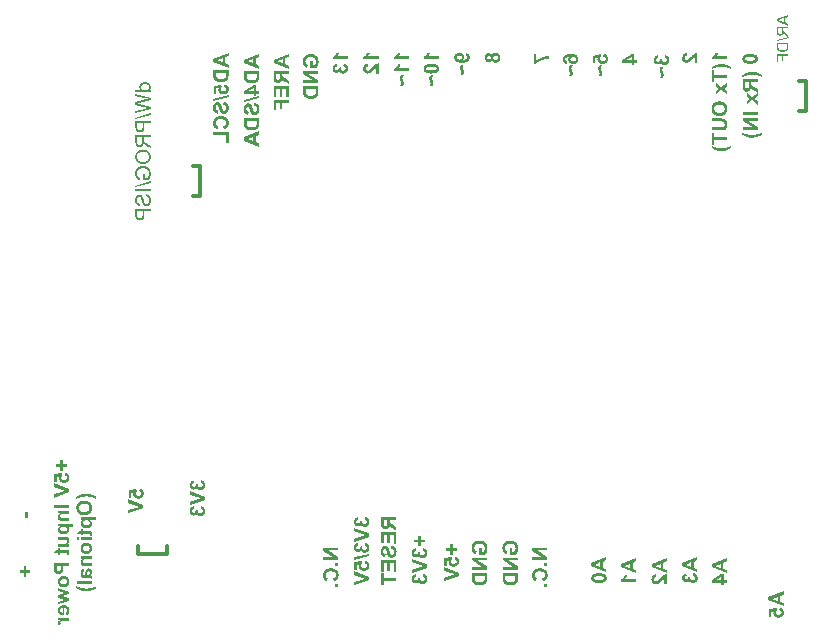
<source format=gbo>
G04 Layer_Color=32896*
%FSLAX44Y44*%
%MOMM*%
G71*
G01*
G75*
%ADD34C,0.3000*%
G36*
X127000Y420690D02*
X121315D01*
Y418727D01*
Y418505D01*
X121334Y418301D01*
Y418153D01*
X121352Y418024D01*
X121371Y417931D01*
Y417857D01*
X121390Y417820D01*
Y417801D01*
X121482Y417505D01*
X121538Y417375D01*
X121593Y417264D01*
X121649Y417153D01*
X121686Y417079D01*
X121704Y417042D01*
X121723Y417024D01*
X121834Y416876D01*
X121964Y416727D01*
X122241Y416450D01*
X122371Y416320D01*
X122482Y416227D01*
X122556Y416172D01*
X122575Y416153D01*
X122834Y415968D01*
X123111Y415765D01*
X123408Y415561D01*
X123686Y415357D01*
X123945Y415191D01*
X124148Y415061D01*
X124222Y415005D01*
X124278Y414968D01*
X124315Y414931D01*
X124334D01*
X127000Y413246D01*
Y411135D01*
X123519Y413339D01*
X123148Y413598D01*
X122815Y413839D01*
X122537Y414080D01*
X122278Y414283D01*
X122093Y414468D01*
X121945Y414617D01*
X121852Y414709D01*
X121815Y414746D01*
X121704Y414894D01*
X121575Y415061D01*
X121371Y415394D01*
X121297Y415542D01*
X121223Y415653D01*
X121186Y415728D01*
X121167Y415765D01*
X121112Y415431D01*
X121056Y415117D01*
X120964Y414839D01*
X120890Y414561D01*
X120797Y414320D01*
X120686Y414098D01*
X120593Y413894D01*
X120501Y413709D01*
X120390Y413561D01*
X120297Y413413D01*
X120223Y413302D01*
X120149Y413209D01*
X120093Y413135D01*
X120038Y413080D01*
X120019Y413061D01*
X120001Y413043D01*
X119816Y412895D01*
X119630Y412746D01*
X119242Y412524D01*
X118853Y412376D01*
X118482Y412265D01*
X118168Y412191D01*
X118038Y412172D01*
X117908D01*
X117816Y412154D01*
X117686D01*
X117297Y412172D01*
X116945Y412228D01*
X116612Y412321D01*
X116334Y412413D01*
X116094Y412524D01*
X115909Y412598D01*
X115798Y412672D01*
X115779Y412691D01*
X115760D01*
X115464Y412913D01*
X115205Y413135D01*
X114983Y413376D01*
X114816Y413598D01*
X114686Y413802D01*
X114612Y413969D01*
X114557Y414080D01*
X114538Y414098D01*
Y414117D01*
X114483Y414283D01*
X114427Y414487D01*
X114335Y414894D01*
X114279Y415339D01*
X114223Y415746D01*
X114205Y416135D01*
Y416302D01*
X114186Y416450D01*
Y416561D01*
Y416653D01*
Y416709D01*
Y416727D01*
Y422393D01*
X127000D01*
Y420690D01*
D02*
G37*
G36*
Y432652D02*
X121797D01*
Y429374D01*
X121778Y428893D01*
X121741Y428430D01*
X121686Y428023D01*
X121612Y427652D01*
X121538Y427300D01*
X121445Y427004D01*
X121334Y426726D01*
X121223Y426486D01*
X121130Y426282D01*
X121019Y426097D01*
X120927Y425949D01*
X120834Y425838D01*
X120778Y425745D01*
X120723Y425690D01*
X120686Y425652D01*
X120667Y425634D01*
X120445Y425449D01*
X120223Y425282D01*
X120001Y425153D01*
X119760Y425023D01*
X119519Y424912D01*
X119297Y424838D01*
X118871Y424708D01*
X118667Y424671D01*
X118482Y424634D01*
X118316Y424616D01*
X118186Y424597D01*
X118056Y424579D01*
X117908D01*
X117556Y424597D01*
X117223Y424634D01*
X116927Y424708D01*
X116668Y424764D01*
X116446Y424838D01*
X116279Y424912D01*
X116186Y424949D01*
X116149Y424967D01*
X115871Y425116D01*
X115631Y425301D01*
X115409Y425467D01*
X115242Y425634D01*
X115112Y425782D01*
X115001Y425893D01*
X114946Y425967D01*
X114927Y426004D01*
X114779Y426245D01*
X114649Y426523D01*
X114538Y426782D01*
X114446Y427023D01*
X114390Y427245D01*
X114353Y427411D01*
X114316Y427541D01*
Y427560D01*
Y427578D01*
X114279Y427856D01*
X114242Y428171D01*
X114223Y428504D01*
X114205Y428819D01*
X114186Y429096D01*
Y429226D01*
Y429337D01*
Y429411D01*
Y429485D01*
Y429522D01*
Y429541D01*
Y434355D01*
X127000D01*
Y432652D01*
D02*
G37*
G36*
X121408Y409969D02*
X121982Y409895D01*
X122537Y409784D01*
X122778Y409710D01*
X123019Y409636D01*
X123223Y409580D01*
X123408Y409506D01*
X123574Y409450D01*
X123723Y409395D01*
X123834Y409358D01*
X123908Y409321D01*
X123963Y409284D01*
X123982D01*
X124519Y408969D01*
X124982Y408636D01*
X125389Y408265D01*
X125722Y407914D01*
X126000Y407599D01*
X126111Y407469D01*
X126185Y407358D01*
X126259Y407247D01*
X126315Y407173D01*
X126333Y407136D01*
X126352Y407117D01*
X126500Y406840D01*
X126630Y406562D01*
X126852Y406006D01*
X127000Y405469D01*
X127111Y404969D01*
X127148Y404729D01*
X127167Y404525D01*
X127204Y404340D01*
Y404173D01*
X127222Y404062D01*
Y403951D01*
Y403895D01*
Y403877D01*
X127185Y403266D01*
X127093Y402692D01*
X126981Y402155D01*
X126907Y401914D01*
X126833Y401692D01*
X126759Y401488D01*
X126685Y401303D01*
X126630Y401155D01*
X126574Y401025D01*
X126519Y400914D01*
X126482Y400822D01*
X126445Y400785D01*
Y400766D01*
X126111Y400248D01*
X125741Y399803D01*
X125352Y399433D01*
X124982Y399118D01*
X124630Y398859D01*
X124500Y398766D01*
X124371Y398692D01*
X124260Y398618D01*
X124185Y398581D01*
X124130Y398544D01*
X124111D01*
X123815Y398396D01*
X123519Y398285D01*
X122926Y398081D01*
X122334Y397933D01*
X121797Y397840D01*
X121556Y397822D01*
X121334Y397785D01*
X121130Y397766D01*
X120964D01*
X120815Y397748D01*
X120630D01*
X119927Y397785D01*
X119279Y397859D01*
X118982Y397915D01*
X118686Y397989D01*
X118427Y398063D01*
X118186Y398118D01*
X117964Y398192D01*
X117760Y398266D01*
X117594Y398322D01*
X117445Y398396D01*
X117334Y398433D01*
X117260Y398470D01*
X117205Y398507D01*
X117186D01*
X116649Y398803D01*
X116168Y399155D01*
X115760Y399525D01*
X115427Y399859D01*
X115168Y400174D01*
X115057Y400322D01*
X114964Y400433D01*
X114909Y400544D01*
X114853Y400618D01*
X114835Y400655D01*
X114816Y400673D01*
X114668Y400951D01*
X114538Y401229D01*
X114316Y401766D01*
X114168Y402322D01*
X114075Y402803D01*
X114038Y403025D01*
X114001Y403247D01*
X113983Y403414D01*
Y403581D01*
X113964Y403710D01*
Y403803D01*
Y403858D01*
Y403877D01*
X113983Y404377D01*
X114038Y404840D01*
X114131Y405284D01*
X114242Y405710D01*
X114390Y406099D01*
X114538Y406469D01*
X114705Y406802D01*
X114872Y407099D01*
X115038Y407377D01*
X115205Y407617D01*
X115353Y407821D01*
X115501Y407988D01*
X115612Y408117D01*
X115705Y408228D01*
X115760Y408284D01*
X115779Y408302D01*
X116131Y408599D01*
X116501Y408858D01*
X116909Y409099D01*
X117316Y409284D01*
X117742Y409450D01*
X118149Y409599D01*
X118556Y409710D01*
X118945Y409784D01*
X119316Y409858D01*
X119667Y409913D01*
X119982Y409950D01*
X120241Y409987D01*
X120464D01*
X120630Y410006D01*
X120778D01*
X121408Y409969D01*
D02*
G37*
G36*
X127222Y381768D02*
X113964Y378046D01*
Y379305D01*
X127222Y383027D01*
Y381768D01*
D02*
G37*
G36*
X121352Y395970D02*
X122001Y395878D01*
X122297Y395822D01*
X122575Y395767D01*
X122852Y395693D01*
X123093Y395619D01*
X123315Y395544D01*
X123500Y395470D01*
X123686Y395415D01*
X123815Y395359D01*
X123945Y395304D01*
X124019Y395267D01*
X124074Y395230D01*
X124093D01*
X124630Y394896D01*
X125093Y394526D01*
X125500Y394137D01*
X125834Y393767D01*
X126093Y393415D01*
X126185Y393285D01*
X126278Y393156D01*
X126333Y393045D01*
X126389Y392971D01*
X126407Y392915D01*
X126426Y392897D01*
X126574Y392600D01*
X126685Y392304D01*
X126889Y391712D01*
X127018Y391138D01*
X127130Y390601D01*
X127148Y390360D01*
X127185Y390138D01*
X127204Y389934D01*
Y389767D01*
X127222Y389638D01*
Y389545D01*
Y389471D01*
Y389453D01*
X127204Y388934D01*
X127148Y388434D01*
X127056Y387971D01*
X126963Y387564D01*
X126926Y387397D01*
X126889Y387230D01*
X126833Y387082D01*
X126796Y386953D01*
X126759Y386860D01*
X126741Y386786D01*
X126722Y386749D01*
Y386730D01*
X126519Y386231D01*
X126278Y385768D01*
X126019Y385323D01*
X125778Y384934D01*
X125667Y384768D01*
X125556Y384601D01*
X125463Y384472D01*
X125389Y384360D01*
X125315Y384268D01*
X125259Y384194D01*
X125241Y384157D01*
X125222Y384138D01*
X120464D01*
Y389582D01*
X121982D01*
Y385805D01*
X124389D01*
X124574Y386027D01*
X124741Y386286D01*
X124889Y386564D01*
X125019Y386823D01*
X125130Y387045D01*
X125222Y387249D01*
X125259Y387323D01*
X125278Y387360D01*
X125296Y387397D01*
Y387416D01*
X125426Y387804D01*
X125537Y388193D01*
X125611Y388545D01*
X125648Y388879D01*
X125685Y389156D01*
Y389267D01*
X125704Y389378D01*
Y389453D01*
Y389508D01*
Y389545D01*
Y389564D01*
X125685Y390027D01*
X125611Y390471D01*
X125519Y390878D01*
X125426Y391249D01*
X125315Y391545D01*
X125278Y391674D01*
X125241Y391767D01*
X125204Y391860D01*
X125167Y391915D01*
X125148Y391952D01*
Y391971D01*
X124908Y392360D01*
X124648Y392711D01*
X124371Y393008D01*
X124093Y393248D01*
X123834Y393452D01*
X123630Y393582D01*
X123556Y393637D01*
X123500Y393656D01*
X123463Y393693D01*
X123445D01*
X122982Y393878D01*
X122500Y394026D01*
X122019Y394119D01*
X121556Y394193D01*
X121352Y394211D01*
X121167Y394230D01*
X120982Y394248D01*
X120834D01*
X120723Y394267D01*
X120556D01*
X120038Y394248D01*
X119575Y394193D01*
X119130Y394119D01*
X118742Y394026D01*
X118575Y393989D01*
X118427Y393933D01*
X118297Y393896D01*
X118186Y393859D01*
X118094Y393822D01*
X118038Y393804D01*
X118001Y393785D01*
X117982D01*
X117723Y393656D01*
X117483Y393526D01*
X117260Y393396D01*
X117075Y393267D01*
X116927Y393156D01*
X116797Y393063D01*
X116723Y392989D01*
X116705Y392971D01*
X116501Y392767D01*
X116316Y392545D01*
X116168Y392304D01*
X116020Y392082D01*
X115927Y391897D01*
X115835Y391749D01*
X115798Y391637D01*
X115779Y391600D01*
X115649Y391267D01*
X115557Y390934D01*
X115501Y390582D01*
X115446Y390267D01*
X115427Y389990D01*
Y389878D01*
X115409Y389786D01*
Y389693D01*
Y389638D01*
Y389601D01*
Y389582D01*
X115427Y389230D01*
X115464Y388897D01*
X115520Y388601D01*
X115575Y388341D01*
X115649Y388119D01*
X115705Y387953D01*
X115742Y387860D01*
X115760Y387823D01*
X115890Y387545D01*
X116038Y387305D01*
X116186Y387082D01*
X116334Y386916D01*
X116464Y386786D01*
X116557Y386675D01*
X116631Y386619D01*
X116649Y386601D01*
X116871Y386434D01*
X117131Y386305D01*
X117371Y386175D01*
X117631Y386064D01*
X117853Y385990D01*
X118019Y385934D01*
X118094Y385916D01*
X118149Y385897D01*
X118168Y385879D01*
X118186D01*
X117779Y384342D01*
X117316Y384472D01*
X116909Y384638D01*
X116538Y384805D01*
X116242Y384953D01*
X116001Y385101D01*
X115835Y385212D01*
X115723Y385286D01*
X115686Y385323D01*
X115390Y385583D01*
X115149Y385860D01*
X114927Y386157D01*
X114742Y386434D01*
X114612Y386693D01*
X114501Y386897D01*
X114464Y386971D01*
X114446Y387027D01*
X114427Y387064D01*
Y387082D01*
X114279Y387508D01*
X114168Y387953D01*
X114075Y388360D01*
X114020Y388749D01*
X113983Y389101D01*
Y389249D01*
X113964Y389360D01*
Y389471D01*
Y389545D01*
Y389582D01*
Y389601D01*
Y389952D01*
X114001Y390286D01*
X114094Y390934D01*
X114150Y391230D01*
X114223Y391508D01*
X114279Y391767D01*
X114353Y392008D01*
X114427Y392230D01*
X114501Y392415D01*
X114575Y392582D01*
X114631Y392730D01*
X114686Y392841D01*
X114724Y392915D01*
X114742Y392971D01*
X114761Y392989D01*
X114927Y393248D01*
X115094Y393508D01*
X115483Y393952D01*
X115871Y394341D01*
X116279Y394656D01*
X116631Y394915D01*
X116779Y395008D01*
X116927Y395081D01*
X117038Y395156D01*
X117112Y395193D01*
X117168Y395211D01*
X117186Y395230D01*
X117797Y395489D01*
X118408Y395674D01*
X119001Y395822D01*
X119279Y395859D01*
X119538Y395915D01*
X119778Y395933D01*
X119982Y395970D01*
X120186Y395989D01*
X120352D01*
X120482Y396007D01*
X120667D01*
X121352Y395970D01*
D02*
G37*
G36*
X667000Y489579D02*
X662645D01*
Y485071D01*
X661508D01*
Y489579D01*
X658540D01*
Y484364D01*
X657403D01*
Y490854D01*
X667000D01*
Y489579D01*
D02*
G37*
G36*
Y497137D02*
X666986Y496818D01*
X666972Y496527D01*
X666945Y496263D01*
X666917Y496041D01*
X666889Y495847D01*
X666875Y495709D01*
X666861Y495667D01*
X666848Y495625D01*
Y495611D01*
Y495597D01*
X666778Y495348D01*
X666695Y495126D01*
X666626Y494932D01*
X666542Y494765D01*
X666473Y494627D01*
X666417Y494530D01*
X666376Y494474D01*
X666362Y494446D01*
X666237Y494266D01*
X666085Y494114D01*
X665946Y493961D01*
X665807Y493836D01*
X665683Y493725D01*
X665585Y493642D01*
X665516Y493587D01*
X665488Y493573D01*
X665266Y493434D01*
X665031Y493295D01*
X664809Y493184D01*
X664587Y493101D01*
X664393Y493018D01*
X664240Y492962D01*
X664185Y492949D01*
X664143Y492935D01*
X664115Y492921D01*
X664101D01*
X663769Y492838D01*
X663436Y492768D01*
X663117Y492727D01*
X662812Y492685D01*
X662548Y492671D01*
X662437D01*
X662340Y492657D01*
X662160D01*
X661688Y492671D01*
X661258Y492713D01*
X660870Y492782D01*
X660690Y492810D01*
X660537Y492852D01*
X660385Y492893D01*
X660260Y492921D01*
X660149Y492949D01*
X660052Y492990D01*
X659969Y493004D01*
X659913Y493032D01*
X659885Y493046D01*
X659872D01*
X659511Y493198D01*
X659192Y493379D01*
X658915Y493573D01*
X658679Y493753D01*
X658485Y493919D01*
X658346Y494058D01*
X658305Y494114D01*
X658263Y494155D01*
X658249Y494169D01*
X658235Y494183D01*
X658055Y494405D01*
X657916Y494641D01*
X657791Y494876D01*
X657694Y495098D01*
X657625Y495292D01*
X657583Y495445D01*
X657556Y495500D01*
Y495542D01*
X657542Y495570D01*
Y495584D01*
X657500Y495819D01*
X657459Y496097D01*
X657431Y496374D01*
X657417Y496651D01*
X657403Y496901D01*
Y497012D01*
Y497109D01*
Y497178D01*
Y497234D01*
Y497276D01*
Y497290D01*
Y500590D01*
X667000D01*
Y497137D01*
D02*
G37*
G36*
X122889Y466982D02*
X123371Y466926D01*
X123797Y466833D01*
X124167Y466741D01*
X124334Y466704D01*
X124463Y466667D01*
X124593Y466611D01*
X124704Y466574D01*
X124778Y466537D01*
X124834Y466519D01*
X124871Y466500D01*
X124889D01*
X125278Y466296D01*
X125611Y466056D01*
X125907Y465815D01*
X126148Y465574D01*
X126333Y465370D01*
X126482Y465204D01*
X126556Y465093D01*
X126593Y465074D01*
Y465056D01*
X126796Y464704D01*
X126945Y464352D01*
X127056Y464000D01*
X127130Y463685D01*
X127167Y463426D01*
X127185Y463204D01*
X127204Y463130D01*
Y463074D01*
Y463037D01*
Y463019D01*
X127185Y462704D01*
X127148Y462408D01*
X127074Y462130D01*
X126981Y461889D01*
X126889Y461649D01*
X126778Y461427D01*
X126648Y461241D01*
X126519Y461075D01*
X126389Y460908D01*
X126259Y460778D01*
X126148Y460667D01*
X126056Y460575D01*
X125963Y460501D01*
X125889Y460445D01*
X125852Y460427D01*
X125834Y460408D01*
X127000D01*
Y458945D01*
X114186D01*
Y460519D01*
X118779D01*
X118575Y460686D01*
X118408Y460871D01*
X118242Y461038D01*
X118112Y461223D01*
X118019Y461371D01*
X117927Y461482D01*
X117890Y461556D01*
X117871Y461593D01*
X117742Y461834D01*
X117649Y462093D01*
X117594Y462352D01*
X117538Y462593D01*
X117520Y462797D01*
X117501Y462945D01*
Y463056D01*
Y463074D01*
Y463093D01*
X117520Y463500D01*
X117594Y463889D01*
X117686Y464241D01*
X117797Y464537D01*
X117927Y464796D01*
X118019Y464982D01*
X118056Y465056D01*
X118094Y465111D01*
X118112Y465130D01*
Y465148D01*
X118353Y465482D01*
X118649Y465759D01*
X118927Y466000D01*
X119205Y466185D01*
X119464Y466333D01*
X119667Y466445D01*
X119741Y466482D01*
X119797Y466519D01*
X119834Y466537D01*
X119853D01*
X120279Y466685D01*
X120723Y466796D01*
X121149Y466889D01*
X121538Y466945D01*
X121871Y466982D01*
X122019D01*
X122130Y467000D01*
X122371D01*
X122889Y466982D01*
D02*
G37*
G36*
X127222Y439466D02*
X113964Y435744D01*
Y437003D01*
X127222Y440725D01*
Y439466D01*
D02*
G37*
G36*
X127000Y454075D02*
Y452298D01*
X117242Y449594D01*
X117001Y449520D01*
X116742Y449465D01*
X116483Y449391D01*
X116260Y449335D01*
X116057Y449280D01*
X115890Y449243D01*
X115779Y449224D01*
X115760Y449206D01*
X115742D01*
X115798Y449187D01*
X115890Y449169D01*
X116094Y449113D01*
X116334Y449039D01*
X116594Y448965D01*
X116834Y448909D01*
X117038Y448854D01*
X117131Y448835D01*
X117186Y448817D01*
X117223Y448798D01*
X117242D01*
X127000Y446113D01*
Y444447D01*
X114186Y440929D01*
Y442651D01*
X122426Y444650D01*
X123000Y444799D01*
X123519Y444910D01*
X124000Y445021D01*
X124408Y445113D01*
X124593Y445169D01*
X124760Y445187D01*
X124889Y445224D01*
X125000Y445243D01*
X125093Y445280D01*
X125167D01*
X125204Y445299D01*
X125222D01*
X124408Y445428D01*
X123611Y445595D01*
X122852Y445761D01*
X122500Y445835D01*
X122149Y445928D01*
X121834Y446002D01*
X121556Y446076D01*
X121315Y446150D01*
X121093Y446206D01*
X120927Y446243D01*
X120797Y446280D01*
X120704Y446317D01*
X120686D01*
X114186Y448132D01*
Y450187D01*
X122852Y452613D01*
X122926Y452631D01*
X123037Y452668D01*
X123186Y452705D01*
X123352Y452742D01*
X123537Y452798D01*
X123741Y452835D01*
X124148Y452946D01*
X124556Y453038D01*
X124741Y453094D01*
X124889Y453131D01*
X125037Y453150D01*
X125130Y453187D01*
X125204Y453205D01*
X125222D01*
X124741Y453298D01*
X124260Y453390D01*
X123815Y453483D01*
X123426Y453576D01*
X123241Y453613D01*
X123075Y453649D01*
X122945Y453687D01*
X122815Y453705D01*
X122723Y453724D01*
X122649Y453742D01*
X122612Y453761D01*
X122593D01*
X114186Y455668D01*
Y457427D01*
X127000Y454075D01*
D02*
G37*
G36*
Y374676D02*
X114186D01*
Y376380D01*
X127000D01*
Y374676D01*
D02*
G37*
G36*
X169926Y129963D02*
X170204Y129889D01*
X170723Y129722D01*
X171167Y129519D01*
X171352Y129389D01*
X171537Y129278D01*
X171704Y129167D01*
X171833Y129056D01*
X171963Y128963D01*
X172056Y128870D01*
X172130Y128796D01*
X172185Y128741D01*
X172222Y128704D01*
X172241Y128685D01*
X172407Y128463D01*
X172574Y128222D01*
X172704Y128000D01*
X172815Y127741D01*
X173000Y127260D01*
X173111Y126815D01*
X173148Y126593D01*
X173185Y126408D01*
X173204Y126241D01*
X173222Y126093D01*
X173241Y125963D01*
Y125871D01*
Y125815D01*
Y125797D01*
X173222Y125463D01*
X173185Y125130D01*
X173130Y124834D01*
X173056Y124538D01*
X172963Y124278D01*
X172870Y124019D01*
X172759Y123778D01*
X172648Y123575D01*
X172537Y123390D01*
X172426Y123204D01*
X172333Y123075D01*
X172241Y122945D01*
X172167Y122853D01*
X172111Y122779D01*
X172074Y122741D01*
X172056Y122723D01*
X171833Y122501D01*
X171593Y122316D01*
X171352Y122149D01*
X171111Y122001D01*
X170852Y121890D01*
X170611Y121779D01*
X170167Y121630D01*
X169963Y121594D01*
X169760Y121556D01*
X169593Y121519D01*
X169445Y121501D01*
X169334Y121482D01*
X169167D01*
X168741Y121519D01*
X168371Y121594D01*
X168019Y121686D01*
X167741Y121816D01*
X167501Y121945D01*
X167334Y122038D01*
X167223Y122112D01*
X167186Y122149D01*
X166908Y122408D01*
X166667Y122704D01*
X166482Y123001D01*
X166334Y123279D01*
X166223Y123519D01*
X166167Y123723D01*
X166130Y123797D01*
Y123853D01*
X166112Y123890D01*
Y123908D01*
X165908Y123575D01*
X165704Y123297D01*
X165482Y123056D01*
X165260Y122834D01*
X165038Y122649D01*
X164816Y122501D01*
X164594Y122390D01*
X164390Y122279D01*
X164186Y122205D01*
X164001Y122149D01*
X163834Y122112D01*
X163686Y122093D01*
X163575Y122075D01*
X163482Y122056D01*
X163408D01*
X163186Y122075D01*
X162983Y122093D01*
X162575Y122205D01*
X162205Y122334D01*
X161890Y122501D01*
X161631Y122667D01*
X161446Y122816D01*
X161372Y122871D01*
X161316Y122927D01*
X161297Y122945D01*
X161279Y122964D01*
X161075Y123167D01*
X160890Y123408D01*
X160742Y123630D01*
X160612Y123871D01*
X160483Y124130D01*
X160390Y124371D01*
X160261Y124834D01*
X160205Y125037D01*
X160168Y125241D01*
X160149Y125408D01*
X160131Y125575D01*
X160112Y125704D01*
Y125797D01*
Y125852D01*
Y125871D01*
X160131Y126260D01*
X160168Y126611D01*
X160242Y126945D01*
X160316Y127222D01*
X160390Y127445D01*
X160464Y127630D01*
X160501Y127741D01*
X160520Y127760D01*
Y127778D01*
X160686Y128074D01*
X160872Y128352D01*
X161057Y128574D01*
X161224Y128759D01*
X161390Y128907D01*
X161520Y129019D01*
X161594Y129093D01*
X161631Y129111D01*
X161909Y129278D01*
X162205Y129426D01*
X162520Y129537D01*
X162816Y129648D01*
X163094Y129722D01*
X163297Y129778D01*
X163390Y129796D01*
X163445D01*
X163482Y129815D01*
X163501D01*
X163871Y127556D01*
X163575Y127500D01*
X163316Y127426D01*
X163094Y127352D01*
X162927Y127260D01*
X162779Y127167D01*
X162668Y127093D01*
X162612Y127037D01*
X162594Y127019D01*
X162446Y126852D01*
X162334Y126667D01*
X162260Y126482D01*
X162205Y126315D01*
X162168Y126167D01*
X162149Y126056D01*
Y125963D01*
Y125945D01*
X162168Y125723D01*
X162205Y125500D01*
X162279Y125334D01*
X162334Y125186D01*
X162409Y125056D01*
X162483Y124982D01*
X162520Y124926D01*
X162538Y124908D01*
X162686Y124778D01*
X162871Y124686D01*
X163038Y124612D01*
X163205Y124575D01*
X163353Y124538D01*
X163464Y124519D01*
X163575D01*
X163853Y124538D01*
X164093Y124593D01*
X164297Y124686D01*
X164464Y124778D01*
X164612Y124889D01*
X164705Y124964D01*
X164779Y125037D01*
X164797Y125056D01*
X164945Y125278D01*
X165056Y125519D01*
X165131Y125778D01*
X165186Y126019D01*
X165205Y126241D01*
X165223Y126426D01*
Y126500D01*
Y126556D01*
Y126574D01*
Y126593D01*
X167204Y126852D01*
X167149Y126611D01*
X167093Y126408D01*
X167056Y126204D01*
X167038Y126037D01*
X167019Y125908D01*
Y125815D01*
Y125741D01*
Y125723D01*
X167038Y125463D01*
X167112Y125241D01*
X167186Y125037D01*
X167297Y124852D01*
X167390Y124723D01*
X167482Y124612D01*
X167556Y124538D01*
X167575Y124519D01*
X167797Y124352D01*
X168038Y124223D01*
X168278Y124130D01*
X168519Y124056D01*
X168741Y124019D01*
X168908Y124001D01*
X169056D01*
X169408Y124019D01*
X169723Y124075D01*
X170000Y124167D01*
X170222Y124260D01*
X170389Y124371D01*
X170519Y124445D01*
X170611Y124519D01*
X170630Y124538D01*
X170815Y124741D01*
X170963Y124964D01*
X171056Y125167D01*
X171130Y125371D01*
X171167Y125556D01*
X171185Y125686D01*
X171204Y125778D01*
Y125815D01*
X171185Y126074D01*
X171130Y126297D01*
X171056Y126500D01*
X170963Y126685D01*
X170889Y126815D01*
X170815Y126926D01*
X170760Y127000D01*
X170741Y127019D01*
X170537Y127185D01*
X170315Y127334D01*
X170074Y127426D01*
X169852Y127519D01*
X169648Y127574D01*
X169482Y127611D01*
X169371Y127630D01*
X169334D01*
X169630Y130000D01*
X169926Y129963D01*
D02*
G37*
G36*
X121000Y109242D02*
Y106446D01*
X108187Y101891D01*
Y104650D01*
X117667Y107779D01*
X108187Y111038D01*
Y113834D01*
X121000Y109242D01*
D02*
G37*
G36*
X173000Y116112D02*
Y113316D01*
X160187Y108762D01*
Y111520D01*
X169667Y114650D01*
X160187Y117909D01*
Y120705D01*
X173000Y116112D01*
D02*
G37*
G36*
X286000Y70611D02*
X277556D01*
X286000Y65408D01*
Y62816D01*
X273186D01*
Y65205D01*
X281815D01*
X273186Y70500D01*
Y73000D01*
X286000D01*
Y70611D01*
D02*
G37*
G36*
X169926Y108058D02*
X170204Y107984D01*
X170723Y107817D01*
X171167Y107613D01*
X171352Y107484D01*
X171537Y107373D01*
X171704Y107262D01*
X171833Y107150D01*
X171963Y107058D01*
X172056Y106965D01*
X172130Y106891D01*
X172185Y106836D01*
X172222Y106799D01*
X172241Y106780D01*
X172407Y106558D01*
X172574Y106317D01*
X172704Y106095D01*
X172815Y105836D01*
X173000Y105354D01*
X173111Y104910D01*
X173148Y104688D01*
X173185Y104503D01*
X173204Y104336D01*
X173222Y104188D01*
X173241Y104058D01*
Y103966D01*
Y103910D01*
Y103892D01*
X173222Y103558D01*
X173185Y103225D01*
X173130Y102929D01*
X173056Y102633D01*
X172963Y102373D01*
X172870Y102114D01*
X172759Y101873D01*
X172648Y101670D01*
X172537Y101484D01*
X172426Y101299D01*
X172333Y101170D01*
X172241Y101040D01*
X172167Y100947D01*
X172111Y100873D01*
X172074Y100836D01*
X172056Y100818D01*
X171833Y100596D01*
X171593Y100410D01*
X171352Y100244D01*
X171111Y100096D01*
X170852Y99985D01*
X170611Y99874D01*
X170167Y99725D01*
X169963Y99688D01*
X169760Y99651D01*
X169593Y99614D01*
X169445Y99596D01*
X169334Y99577D01*
X169167D01*
X168741Y99614D01*
X168371Y99688D01*
X168019Y99781D01*
X167741Y99910D01*
X167501Y100040D01*
X167334Y100133D01*
X167223Y100207D01*
X167186Y100244D01*
X166908Y100503D01*
X166667Y100799D01*
X166482Y101096D01*
X166334Y101373D01*
X166223Y101614D01*
X166167Y101818D01*
X166130Y101892D01*
Y101947D01*
X166112Y101984D01*
Y102003D01*
X165908Y101670D01*
X165704Y101392D01*
X165482Y101151D01*
X165260Y100929D01*
X165038Y100744D01*
X164816Y100596D01*
X164594Y100485D01*
X164390Y100373D01*
X164186Y100299D01*
X164001Y100244D01*
X163834Y100207D01*
X163686Y100188D01*
X163575Y100170D01*
X163482Y100151D01*
X163408D01*
X163186Y100170D01*
X162983Y100188D01*
X162575Y100299D01*
X162205Y100429D01*
X161890Y100596D01*
X161631Y100762D01*
X161446Y100910D01*
X161372Y100966D01*
X161316Y101021D01*
X161297Y101040D01*
X161279Y101059D01*
X161075Y101262D01*
X160890Y101503D01*
X160742Y101725D01*
X160612Y101966D01*
X160483Y102225D01*
X160390Y102466D01*
X160261Y102929D01*
X160205Y103132D01*
X160168Y103336D01*
X160149Y103503D01*
X160131Y103669D01*
X160112Y103799D01*
Y103892D01*
Y103947D01*
Y103966D01*
X160131Y104354D01*
X160168Y104706D01*
X160242Y105040D01*
X160316Y105317D01*
X160390Y105540D01*
X160464Y105725D01*
X160501Y105836D01*
X160520Y105854D01*
Y105873D01*
X160686Y106169D01*
X160872Y106447D01*
X161057Y106669D01*
X161224Y106854D01*
X161390Y107002D01*
X161520Y107114D01*
X161594Y107188D01*
X161631Y107206D01*
X161909Y107373D01*
X162205Y107521D01*
X162520Y107632D01*
X162816Y107743D01*
X163094Y107817D01*
X163297Y107873D01*
X163390Y107891D01*
X163445D01*
X163482Y107910D01*
X163501D01*
X163871Y105651D01*
X163575Y105595D01*
X163316Y105521D01*
X163094Y105447D01*
X162927Y105354D01*
X162779Y105262D01*
X162668Y105188D01*
X162612Y105132D01*
X162594Y105114D01*
X162446Y104947D01*
X162334Y104762D01*
X162260Y104577D01*
X162205Y104410D01*
X162168Y104262D01*
X162149Y104151D01*
Y104058D01*
Y104040D01*
X162168Y103818D01*
X162205Y103595D01*
X162279Y103429D01*
X162334Y103280D01*
X162409Y103151D01*
X162483Y103077D01*
X162520Y103021D01*
X162538Y103003D01*
X162686Y102873D01*
X162871Y102781D01*
X163038Y102706D01*
X163205Y102669D01*
X163353Y102633D01*
X163464Y102614D01*
X163575D01*
X163853Y102633D01*
X164093Y102688D01*
X164297Y102781D01*
X164464Y102873D01*
X164612Y102984D01*
X164705Y103058D01*
X164779Y103132D01*
X164797Y103151D01*
X164945Y103373D01*
X165056Y103614D01*
X165131Y103873D01*
X165186Y104114D01*
X165205Y104336D01*
X165223Y104521D01*
Y104595D01*
Y104651D01*
Y104669D01*
Y104688D01*
X167204Y104947D01*
X167149Y104706D01*
X167093Y104503D01*
X167056Y104299D01*
X167038Y104132D01*
X167019Y104003D01*
Y103910D01*
Y103836D01*
Y103818D01*
X167038Y103558D01*
X167112Y103336D01*
X167186Y103132D01*
X167297Y102947D01*
X167390Y102818D01*
X167482Y102706D01*
X167556Y102633D01*
X167575Y102614D01*
X167797Y102447D01*
X168038Y102318D01*
X168278Y102225D01*
X168519Y102151D01*
X168741Y102114D01*
X168908Y102095D01*
X169056D01*
X169408Y102114D01*
X169723Y102170D01*
X170000Y102262D01*
X170222Y102355D01*
X170389Y102466D01*
X170519Y102540D01*
X170611Y102614D01*
X170630Y102633D01*
X170815Y102836D01*
X170963Y103058D01*
X171056Y103262D01*
X171130Y103466D01*
X171167Y103651D01*
X171185Y103780D01*
X171204Y103873D01*
Y103910D01*
X171185Y104169D01*
X171130Y104391D01*
X171056Y104595D01*
X170963Y104780D01*
X170889Y104910D01*
X170815Y105021D01*
X170760Y105095D01*
X170741Y105114D01*
X170537Y105280D01*
X170315Y105428D01*
X170074Y105521D01*
X169852Y105614D01*
X169648Y105669D01*
X169482Y105706D01*
X169371Y105725D01*
X169334D01*
X169630Y108095D01*
X169926Y108058D01*
D02*
G37*
G36*
X127000Y358030D02*
X121797D01*
Y354752D01*
X121778Y354271D01*
X121741Y353808D01*
X121686Y353401D01*
X121612Y353030D01*
X121538Y352678D01*
X121445Y352382D01*
X121334Y352104D01*
X121223Y351864D01*
X121130Y351660D01*
X121019Y351475D01*
X120927Y351327D01*
X120834Y351216D01*
X120778Y351123D01*
X120723Y351068D01*
X120686Y351031D01*
X120667Y351012D01*
X120445Y350827D01*
X120223Y350660D01*
X120001Y350531D01*
X119760Y350401D01*
X119519Y350290D01*
X119297Y350216D01*
X118871Y350086D01*
X118667Y350049D01*
X118482Y350012D01*
X118316Y349994D01*
X118186Y349975D01*
X118056Y349957D01*
X117908D01*
X117556Y349975D01*
X117223Y350012D01*
X116927Y350086D01*
X116668Y350142D01*
X116446Y350216D01*
X116279Y350290D01*
X116186Y350327D01*
X116149Y350345D01*
X115871Y350494D01*
X115631Y350679D01*
X115409Y350845D01*
X115242Y351012D01*
X115112Y351160D01*
X115001Y351271D01*
X114946Y351345D01*
X114927Y351382D01*
X114779Y351623D01*
X114649Y351901D01*
X114538Y352160D01*
X114446Y352401D01*
X114390Y352623D01*
X114353Y352790D01*
X114316Y352919D01*
Y352938D01*
Y352956D01*
X114279Y353234D01*
X114242Y353549D01*
X114223Y353882D01*
X114205Y354197D01*
X114186Y354475D01*
Y354604D01*
Y354715D01*
Y354789D01*
Y354864D01*
Y354901D01*
Y354919D01*
Y359733D01*
X127000D01*
Y358030D01*
D02*
G37*
G36*
X123352Y372214D02*
X123797Y372140D01*
X124185Y372028D01*
X124537Y371899D01*
X124815Y371769D01*
X124926Y371714D01*
X125019Y371676D01*
X125093Y371621D01*
X125148Y371603D01*
X125185Y371565D01*
X125204D01*
X125556Y371288D01*
X125871Y370991D01*
X126130Y370677D01*
X126352Y370380D01*
X126519Y370121D01*
X126630Y369899D01*
X126667Y369825D01*
X126704Y369769D01*
X126722Y369732D01*
Y369714D01*
X126889Y369251D01*
X127018Y368769D01*
X127093Y368288D01*
X127167Y367825D01*
X127185Y367603D01*
X127204Y367418D01*
Y367251D01*
X127222Y367103D01*
Y366973D01*
Y366881D01*
Y366825D01*
Y366807D01*
X127204Y366307D01*
X127148Y365844D01*
X127056Y365418D01*
X126963Y365066D01*
X126889Y364770D01*
X126833Y364640D01*
X126796Y364529D01*
X126759Y364455D01*
X126741Y364399D01*
X126722Y364362D01*
Y364344D01*
X126519Y363955D01*
X126296Y363622D01*
X126056Y363326D01*
X125834Y363085D01*
X125648Y362900D01*
X125482Y362770D01*
X125371Y362677D01*
X125352Y362659D01*
X125333D01*
X124982Y362455D01*
X124648Y362307D01*
X124334Y362215D01*
X124037Y362141D01*
X123778Y362104D01*
X123574Y362066D01*
X123408D01*
X123037Y362085D01*
X122686Y362141D01*
X122371Y362233D01*
X122112Y362326D01*
X121889Y362437D01*
X121723Y362511D01*
X121630Y362585D01*
X121593Y362603D01*
X121315Y362826D01*
X121056Y363085D01*
X120834Y363363D01*
X120630Y363640D01*
X120482Y363881D01*
X120371Y364085D01*
X120334Y364159D01*
X120297Y364214D01*
X120279Y364251D01*
Y364270D01*
X120204Y364418D01*
X120149Y364603D01*
X120075Y364807D01*
X120001Y365029D01*
X119871Y365492D01*
X119741Y365973D01*
X119686Y366196D01*
X119630Y366399D01*
X119575Y366603D01*
X119538Y366770D01*
X119501Y366899D01*
X119482Y367010D01*
X119464Y367084D01*
Y367103D01*
X119371Y367473D01*
X119297Y367807D01*
X119205Y368103D01*
X119130Y368362D01*
X119038Y368603D01*
X118964Y368806D01*
X118890Y368992D01*
X118834Y369158D01*
X118760Y369288D01*
X118705Y369399D01*
X118667Y369473D01*
X118612Y369547D01*
X118556Y369640D01*
X118538Y369658D01*
X118353Y369825D01*
X118168Y369936D01*
X117982Y370029D01*
X117797Y370084D01*
X117649Y370121D01*
X117520Y370140D01*
X117408D01*
X117112Y370103D01*
X116853Y370029D01*
X116631Y369917D01*
X116427Y369788D01*
X116279Y369677D01*
X116149Y369566D01*
X116075Y369492D01*
X116057Y369455D01*
X115964Y369306D01*
X115871Y369158D01*
X115723Y368806D01*
X115631Y368436D01*
X115557Y368066D01*
X115520Y367733D01*
X115501Y367584D01*
X115483Y367473D01*
Y367362D01*
Y367288D01*
Y367233D01*
Y367214D01*
X115501Y366696D01*
X115575Y366233D01*
X115686Y365862D01*
X115798Y365548D01*
X115909Y365307D01*
X116020Y365122D01*
X116094Y365029D01*
X116112Y364992D01*
X116371Y364733D01*
X116649Y364529D01*
X116945Y364362D01*
X117242Y364251D01*
X117520Y364177D01*
X117723Y364122D01*
X117816Y364103D01*
X117871Y364085D01*
X117927D01*
X117797Y362455D01*
X117390Y362492D01*
X117020Y362585D01*
X116668Y362677D01*
X116371Y362807D01*
X116131Y362918D01*
X115946Y363011D01*
X115890Y363048D01*
X115835Y363085D01*
X115816Y363103D01*
X115798D01*
X115483Y363344D01*
X115205Y363603D01*
X114964Y363881D01*
X114779Y364159D01*
X114612Y364399D01*
X114520Y364585D01*
X114483Y364659D01*
X114446Y364714D01*
X114427Y364751D01*
Y364770D01*
X114279Y365177D01*
X114168Y365622D01*
X114075Y366029D01*
X114020Y366418D01*
X113983Y366770D01*
Y366899D01*
X113964Y367029D01*
Y367122D01*
Y367214D01*
Y367251D01*
Y367270D01*
X113983Y367751D01*
X114038Y368177D01*
X114112Y368584D01*
X114186Y368936D01*
X114261Y369214D01*
X114298Y369343D01*
X114335Y369436D01*
X114372Y369510D01*
X114390Y369566D01*
X114409Y369603D01*
Y369621D01*
X114594Y369991D01*
X114798Y370325D01*
X115020Y370603D01*
X115223Y370825D01*
X115409Y370991D01*
X115557Y371121D01*
X115668Y371214D01*
X115686Y371232D01*
X115705D01*
X116020Y371417D01*
X116334Y371547D01*
X116649Y371640D01*
X116927Y371695D01*
X117168Y371732D01*
X117353Y371769D01*
X117520D01*
X117834Y371751D01*
X118131Y371695D01*
X118408Y371621D01*
X118649Y371547D01*
X118834Y371473D01*
X118982Y371399D01*
X119075Y371343D01*
X119112Y371325D01*
X119371Y371140D01*
X119612Y370917D01*
X119816Y370695D01*
X119982Y370473D01*
X120130Y370288D01*
X120223Y370121D01*
X120297Y370010D01*
X120316Y369991D01*
Y369973D01*
X120390Y369825D01*
X120464Y369658D01*
X120593Y369288D01*
X120723Y368862D01*
X120852Y368455D01*
X120964Y368084D01*
X121001Y367918D01*
X121038Y367770D01*
X121075Y367658D01*
X121093Y367566D01*
X121112Y367510D01*
Y367492D01*
X121186Y367177D01*
X121260Y366881D01*
X121334Y366622D01*
X121390Y366399D01*
X121445Y366177D01*
X121501Y365992D01*
X121538Y365825D01*
X121593Y365696D01*
X121630Y365566D01*
X121649Y365474D01*
X121704Y365325D01*
X121723Y365233D01*
X121741Y365214D01*
X121852Y364936D01*
X121982Y364696D01*
X122112Y364492D01*
X122223Y364344D01*
X122334Y364214D01*
X122408Y364140D01*
X122463Y364085D01*
X122482Y364066D01*
X122649Y363937D01*
X122834Y363844D01*
X123019Y363788D01*
X123167Y363733D01*
X123315Y363714D01*
X123426Y363696D01*
X123537D01*
X123760Y363714D01*
X123963Y363751D01*
X124148Y363807D01*
X124297Y363881D01*
X124445Y363955D01*
X124537Y364011D01*
X124611Y364048D01*
X124630Y364066D01*
X124815Y364214D01*
X124963Y364399D01*
X125093Y364585D01*
X125222Y364751D01*
X125296Y364918D01*
X125371Y365048D01*
X125408Y365140D01*
X125426Y365177D01*
X125519Y365455D01*
X125593Y365751D01*
X125630Y366048D01*
X125667Y366307D01*
X125685Y366529D01*
X125704Y366714D01*
Y366788D01*
Y366844D01*
Y366862D01*
Y366881D01*
X125685Y367288D01*
X125648Y367658D01*
X125593Y367992D01*
X125519Y368288D01*
X125445Y368529D01*
X125389Y368714D01*
X125371Y368769D01*
X125352Y368825D01*
X125333Y368843D01*
Y368862D01*
X125185Y369158D01*
X125019Y369436D01*
X124852Y369640D01*
X124685Y369825D01*
X124556Y369973D01*
X124426Y370066D01*
X124352Y370121D01*
X124334Y370140D01*
X124093Y370269D01*
X123834Y370399D01*
X123556Y370473D01*
X123315Y370547D01*
X123075Y370603D01*
X122908Y370640D01*
X122834D01*
X122778Y370658D01*
X122741D01*
X122889Y372251D01*
X123352Y372214D01*
D02*
G37*
G36*
X21834Y53649D02*
X25148D01*
Y51408D01*
X21834D01*
Y48038D01*
X19538D01*
Y51408D01*
X16223D01*
Y53649D01*
X19538D01*
Y57000D01*
X21834D01*
Y53649D01*
D02*
G37*
G36*
X118037Y122944D02*
X118315Y122889D01*
X118815Y122704D01*
X119260Y122500D01*
X119445Y122389D01*
X119630Y122259D01*
X119778Y122148D01*
X119908Y122056D01*
X120019Y121945D01*
X120130Y121870D01*
X120204Y121796D01*
X120259Y121741D01*
X120278Y121704D01*
X120296Y121685D01*
X120463Y121463D01*
X120611Y121241D01*
X120741Y121000D01*
X120833Y120759D01*
X121018Y120260D01*
X121130Y119815D01*
X121167Y119593D01*
X121185Y119408D01*
X121204Y119223D01*
X121222Y119074D01*
X121241Y118945D01*
Y118852D01*
Y118797D01*
Y118778D01*
X121222Y118371D01*
X121167Y117982D01*
X121093Y117630D01*
X120982Y117297D01*
X120852Y116982D01*
X120704Y116704D01*
X120556Y116445D01*
X120389Y116204D01*
X120241Y116001D01*
X120093Y115816D01*
X119945Y115649D01*
X119815Y115519D01*
X119704Y115427D01*
X119630Y115353D01*
X119574Y115316D01*
X119556Y115297D01*
X119315Y115131D01*
X119074Y114982D01*
X118834Y114871D01*
X118574Y114760D01*
X118093Y114593D01*
X117648Y114482D01*
X117463Y114445D01*
X117278Y114427D01*
X117112Y114390D01*
X116963D01*
X116852Y114371D01*
X116704D01*
X116352Y114390D01*
X116019Y114427D01*
X115704Y114482D01*
X115408Y114556D01*
X115149Y114630D01*
X114889Y114742D01*
X114649Y114834D01*
X114445Y114945D01*
X114260Y115056D01*
X114093Y115149D01*
X113945Y115260D01*
X113834Y115334D01*
X113742Y115408D01*
X113667Y115464D01*
X113630Y115501D01*
X113612Y115519D01*
X113408Y115742D01*
X113223Y115964D01*
X113056Y116204D01*
X112908Y116445D01*
X112797Y116667D01*
X112705Y116908D01*
X112556Y117334D01*
X112501Y117538D01*
X112464Y117723D01*
X112445Y117889D01*
X112427Y118019D01*
X112408Y118130D01*
Y118223D01*
Y118278D01*
Y118297D01*
X112427Y118612D01*
X112482Y118926D01*
X112538Y119204D01*
X112612Y119463D01*
X112705Y119667D01*
X112760Y119834D01*
X112816Y119945D01*
X112834Y119963D01*
Y119982D01*
X110649Y119593D01*
Y114945D01*
X108353D01*
Y121445D01*
X115038Y122704D01*
X115315Y120723D01*
X115149Y120556D01*
X115001Y120389D01*
X114871Y120223D01*
X114760Y120056D01*
X114593Y119741D01*
X114482Y119445D01*
X114427Y119186D01*
X114390Y119000D01*
X114371Y118926D01*
Y118871D01*
Y118834D01*
Y118815D01*
X114390Y118519D01*
X114464Y118241D01*
X114556Y118000D01*
X114667Y117797D01*
X114797Y117649D01*
X114889Y117519D01*
X114964Y117445D01*
X114982Y117427D01*
X115223Y117241D01*
X115501Y117112D01*
X115797Y117019D01*
X116093Y116964D01*
X116352Y116908D01*
X116556Y116889D01*
X116760D01*
X117204Y116908D01*
X117593Y116964D01*
X117908Y117056D01*
X118167Y117149D01*
X118389Y117260D01*
X118537Y117334D01*
X118611Y117408D01*
X118648Y117427D01*
X118852Y117630D01*
X119019Y117852D01*
X119130Y118075D01*
X119204Y118278D01*
X119241Y118463D01*
X119260Y118612D01*
X119278Y118704D01*
Y118741D01*
X119260Y118982D01*
X119204Y119223D01*
X119130Y119426D01*
X119037Y119593D01*
X118945Y119741D01*
X118871Y119852D01*
X118815Y119926D01*
X118797Y119945D01*
X118593Y120111D01*
X118389Y120260D01*
X118167Y120371D01*
X117963Y120445D01*
X117778Y120500D01*
X117612Y120537D01*
X117519Y120556D01*
X117482D01*
X117741Y123000D01*
X118037Y122944D01*
D02*
G37*
G36*
X23574Y98167D02*
X21112D01*
Y103000D01*
X23574D01*
Y98167D01*
D02*
G37*
G36*
X667166Y504418D02*
X657237Y501630D01*
Y502573D01*
X667166Y505361D01*
Y504418D01*
D02*
G37*
G36*
X604353Y473280D02*
X615000D01*
Y470687D01*
X604353D01*
Y466910D01*
X602187D01*
Y477076D01*
X604353D01*
Y473280D01*
D02*
G37*
G36*
X611130Y482464D02*
X611889Y482390D01*
X612593Y482279D01*
X612926Y482223D01*
X613241Y482149D01*
X613519Y482094D01*
X613778Y482038D01*
X614000Y481982D01*
X614204Y481927D01*
X614352Y481871D01*
X614482Y481853D01*
X614556Y481816D01*
X614574D01*
X615370Y481520D01*
X616148Y481205D01*
X616500Y481020D01*
X616852Y480853D01*
X617185Y480686D01*
X617481Y480520D01*
X617759Y480372D01*
X618018Y480223D01*
X618240Y480094D01*
X618426Y479983D01*
X618574Y479890D01*
X618685Y479816D01*
X618759Y479779D01*
X618777Y479761D01*
Y478075D01*
X618463Y478224D01*
X618185Y478353D01*
X617907Y478464D01*
X617666Y478576D01*
X617426Y478668D01*
X617222Y478761D01*
X617037Y478835D01*
X616852Y478909D01*
X616703Y478983D01*
X616574Y479020D01*
X616463Y479075D01*
X616370Y479113D01*
X616296Y479131D01*
X616241Y479150D01*
X616222Y479168D01*
X616204D01*
X615704Y479335D01*
X615204Y479483D01*
X614722Y479594D01*
X614278Y479705D01*
X614093Y479742D01*
X613908Y479779D01*
X613759Y479816D01*
X613630Y479835D01*
X613519Y479872D01*
X613445D01*
X613389Y479890D01*
X613371D01*
X612815Y479983D01*
X612278Y480038D01*
X611778Y480094D01*
X611334Y480112D01*
X611130Y480131D01*
X610963D01*
X610797Y480149D01*
X610426D01*
X609649Y480131D01*
X608927Y480075D01*
X608575Y480038D01*
X608260Y480001D01*
X607945Y479964D01*
X607667Y479927D01*
X607408Y479890D01*
X607186Y479853D01*
X606982Y479816D01*
X606797Y479779D01*
X606668Y479742D01*
X606556Y479724D01*
X606501Y479705D01*
X606482D01*
X606130Y479612D01*
X605760Y479501D01*
X605001Y479261D01*
X604242Y478983D01*
X603871Y478853D01*
X603520Y478705D01*
X603205Y478576D01*
X602909Y478464D01*
X602631Y478353D01*
X602409Y478242D01*
X602224Y478168D01*
X602075Y478113D01*
X602001Y478075D01*
X601964Y478057D01*
Y479742D01*
X602594Y480149D01*
X603242Y480538D01*
X603853Y480853D01*
X604131Y481001D01*
X604408Y481131D01*
X604649Y481242D01*
X604890Y481353D01*
X605094Y481446D01*
X605260Y481520D01*
X605408Y481575D01*
X605501Y481612D01*
X605575Y481649D01*
X605594D01*
X606019Y481797D01*
X606445Y481927D01*
X607279Y482149D01*
X608093Y482297D01*
X608464Y482353D01*
X608815Y482390D01*
X609149Y482427D01*
X609445Y482464D01*
X609723Y482482D01*
X609945D01*
X610130Y482501D01*
X610371D01*
X611130Y482464D01*
D02*
G37*
G36*
X615000Y463577D02*
X612130Y461670D01*
X615000Y459763D01*
Y456763D01*
X610112Y460188D01*
X605705Y457059D01*
Y459929D01*
X608279Y461670D01*
X605705Y463299D01*
Y466299D01*
X610223Y463096D01*
X615000Y466447D01*
Y463577D01*
D02*
G37*
G36*
X609797Y436376D02*
X610149D01*
X610463Y436358D01*
X610760Y436339D01*
X611019Y436321D01*
X611260Y436302D01*
X611482Y436265D01*
X611667Y436246D01*
X611834Y436228D01*
X611982Y436209D01*
X612093Y436191D01*
X612186Y436172D01*
X612241D01*
X612278Y436154D01*
X612297D01*
X612574Y436061D01*
X612834Y435969D01*
X613074Y435839D01*
X613278Y435728D01*
X613463Y435617D01*
X613611Y435524D01*
X613685Y435450D01*
X613722Y435432D01*
X613963Y435210D01*
X614185Y434969D01*
X614370Y434710D01*
X614537Y434469D01*
X614667Y434265D01*
X614759Y434080D01*
X614815Y433969D01*
X614833Y433951D01*
Y433932D01*
X614907Y433747D01*
X614963Y433543D01*
X615074Y433080D01*
X615148Y432617D01*
X615185Y432173D01*
X615204Y431969D01*
X615222Y431766D01*
Y431599D01*
X615241Y431432D01*
Y431303D01*
Y431210D01*
Y431155D01*
Y431136D01*
X615222Y430599D01*
X615185Y430117D01*
X615111Y429692D01*
X615037Y429340D01*
X615019Y429192D01*
X614981Y429044D01*
X614944Y428932D01*
X614907Y428840D01*
X614889Y428766D01*
X614870Y428710D01*
X614852Y428692D01*
Y428673D01*
X614704Y428340D01*
X614519Y428044D01*
X614352Y427784D01*
X614185Y427562D01*
X614037Y427396D01*
X613926Y427266D01*
X613852Y427192D01*
X613815Y427173D01*
X613556Y426970D01*
X613278Y426803D01*
X613019Y426673D01*
X612760Y426562D01*
X612537Y426488D01*
X612352Y426433D01*
X612297Y426414D01*
X612241D01*
X612223Y426396D01*
X612204D01*
X612000Y426359D01*
X611778Y426322D01*
X611537Y426285D01*
X611297Y426266D01*
X610741Y426229D01*
X610204Y426192D01*
X609723D01*
X609501Y426174D01*
X602187D01*
Y428766D01*
X609834D01*
X610075Y428784D01*
X610297D01*
X610482Y428803D01*
X610667D01*
X610834Y428821D01*
X610982D01*
X611204Y428858D01*
X611371Y428877D01*
X611463Y428895D01*
X611500D01*
X611741Y428951D01*
X611945Y429044D01*
X612130Y429155D01*
X612297Y429266D01*
X612426Y429377D01*
X612519Y429469D01*
X612574Y429543D01*
X612593Y429562D01*
X612741Y429784D01*
X612852Y430062D01*
X612926Y430321D01*
X612982Y430599D01*
X613019Y430840D01*
X613037Y431025D01*
Y431099D01*
Y431155D01*
Y431191D01*
Y431210D01*
X613019Y431599D01*
X612963Y431932D01*
X612889Y432228D01*
X612797Y432488D01*
X612722Y432673D01*
X612648Y432821D01*
X612593Y432895D01*
X612574Y432932D01*
X612389Y433136D01*
X612167Y433302D01*
X611963Y433451D01*
X611760Y433543D01*
X611574Y433617D01*
X611426Y433673D01*
X611334Y433710D01*
X611297D01*
X611186Y433728D01*
X611074Y433747D01*
X610926D01*
X610760Y433765D01*
X610408Y433784D01*
X610037D01*
X609704Y433802D01*
X602187D01*
Y436395D01*
X609426D01*
X609797Y436376D01*
D02*
G37*
G36*
X609241Y450801D02*
X609778Y450745D01*
X610278Y450671D01*
X610741Y450560D01*
X611167Y450430D01*
X611556Y450282D01*
X611926Y450134D01*
X612241Y449967D01*
X612537Y449819D01*
X612778Y449671D01*
X613000Y449523D01*
X613185Y449393D01*
X613315Y449282D01*
X613426Y449208D01*
X613482Y449153D01*
X613500Y449134D01*
X613815Y448801D01*
X614074Y448449D01*
X614315Y448097D01*
X614500Y447708D01*
X614667Y447338D01*
X614815Y446949D01*
X614926Y446597D01*
X615019Y446227D01*
X615093Y445894D01*
X615148Y445579D01*
X615185Y445301D01*
X615204Y445060D01*
X615222Y444875D01*
X615241Y444727D01*
Y444635D01*
Y444598D01*
X615222Y444079D01*
X615167Y443598D01*
X615074Y443135D01*
X614963Y442709D01*
X614833Y442301D01*
X614685Y441931D01*
X614537Y441598D01*
X614370Y441283D01*
X614204Y441024D01*
X614056Y440783D01*
X613908Y440579D01*
X613778Y440413D01*
X613667Y440265D01*
X613574Y440172D01*
X613519Y440117D01*
X613500Y440098D01*
X613148Y439802D01*
X612778Y439543D01*
X612389Y439302D01*
X612000Y439117D01*
X611593Y438950D01*
X611186Y438802D01*
X610778Y438691D01*
X610389Y438598D01*
X610037Y438543D01*
X609686Y438487D01*
X609389Y438450D01*
X609130Y438413D01*
X608908D01*
X608741Y438394D01*
X608612D01*
X608038Y438413D01*
X607501Y438469D01*
X607001Y438543D01*
X606519Y438654D01*
X606093Y438783D01*
X605686Y438931D01*
X605316Y439080D01*
X605001Y439246D01*
X604705Y439413D01*
X604445Y439561D01*
X604223Y439709D01*
X604038Y439839D01*
X603909Y439931D01*
X603797Y440024D01*
X603742Y440079D01*
X603723Y440098D01*
X603409Y440431D01*
X603131Y440783D01*
X602890Y441153D01*
X602687Y441524D01*
X602520Y441913D01*
X602372Y442283D01*
X602261Y442653D01*
X602168Y443005D01*
X602094Y443338D01*
X602038Y443653D01*
X602001Y443931D01*
X601964Y444172D01*
Y444357D01*
X601946Y444505D01*
Y444598D01*
Y444635D01*
X601964Y445190D01*
X602020Y445727D01*
X602112Y446190D01*
X602205Y446597D01*
X602261Y446764D01*
X602298Y446931D01*
X602335Y447060D01*
X602390Y447171D01*
X602409Y447264D01*
X602446Y447338D01*
X602464Y447375D01*
Y447393D01*
X602612Y447727D01*
X602798Y448042D01*
X603001Y448319D01*
X603186Y448560D01*
X603353Y448764D01*
X603501Y448930D01*
X603594Y449023D01*
X603612Y449041D01*
X603631Y449060D01*
X603927Y449319D01*
X604242Y449560D01*
X604520Y449764D01*
X604797Y449930D01*
X605038Y450060D01*
X605223Y450171D01*
X605297Y450190D01*
X605353Y450227D01*
X605371Y450245D01*
X605390D01*
X605908Y450430D01*
X606464Y450578D01*
X607019Y450671D01*
X607538Y450745D01*
X607779Y450764D01*
X608001Y450782D01*
X608186Y450801D01*
X608353D01*
X608501Y450819D01*
X608686D01*
X609241Y450801D01*
D02*
G37*
G36*
X562926Y489963D02*
X563204Y489889D01*
X563722Y489722D01*
X564167Y489519D01*
X564352Y489389D01*
X564537Y489278D01*
X564704Y489167D01*
X564833Y489056D01*
X564963Y488963D01*
X565056Y488871D01*
X565130Y488796D01*
X565185Y488741D01*
X565222Y488704D01*
X565241Y488685D01*
X565407Y488463D01*
X565574Y488222D01*
X565704Y488000D01*
X565815Y487741D01*
X566000Y487260D01*
X566111Y486815D01*
X566148Y486593D01*
X566185Y486408D01*
X566204Y486241D01*
X566222Y486093D01*
X566241Y485963D01*
Y485871D01*
Y485815D01*
Y485797D01*
X566222Y485463D01*
X566185Y485130D01*
X566130Y484834D01*
X566056Y484538D01*
X565963Y484278D01*
X565870Y484019D01*
X565759Y483778D01*
X565648Y483575D01*
X565537Y483390D01*
X565426Y483204D01*
X565333Y483075D01*
X565241Y482945D01*
X565167Y482853D01*
X565111Y482779D01*
X565074Y482742D01*
X565056Y482723D01*
X564833Y482501D01*
X564593Y482316D01*
X564352Y482149D01*
X564111Y482001D01*
X563852Y481890D01*
X563611Y481779D01*
X563167Y481631D01*
X562963Y481594D01*
X562760Y481556D01*
X562593Y481519D01*
X562445Y481501D01*
X562334Y481482D01*
X562167D01*
X561741Y481519D01*
X561371Y481594D01*
X561019Y481686D01*
X560741Y481816D01*
X560501Y481945D01*
X560334Y482038D01*
X560223Y482112D01*
X560186Y482149D01*
X559908Y482408D01*
X559667Y482705D01*
X559482Y483001D01*
X559334Y483279D01*
X559223Y483519D01*
X559167Y483723D01*
X559130Y483797D01*
Y483853D01*
X559112Y483890D01*
Y483908D01*
X558908Y483575D01*
X558704Y483297D01*
X558482Y483056D01*
X558260Y482834D01*
X558038Y482649D01*
X557816Y482501D01*
X557593Y482390D01*
X557390Y482279D01*
X557186Y482205D01*
X557001Y482149D01*
X556834Y482112D01*
X556686Y482093D01*
X556575Y482075D01*
X556483Y482056D01*
X556408D01*
X556186Y482075D01*
X555983Y482093D01*
X555575Y482205D01*
X555205Y482334D01*
X554890Y482501D01*
X554631Y482667D01*
X554446Y482816D01*
X554372Y482871D01*
X554316Y482927D01*
X554297Y482945D01*
X554279Y482964D01*
X554075Y483167D01*
X553890Y483408D01*
X553742Y483630D01*
X553612Y483871D01*
X553483Y484130D01*
X553390Y484371D01*
X553261Y484834D01*
X553205Y485038D01*
X553168Y485241D01*
X553149Y485408D01*
X553131Y485574D01*
X553112Y485704D01*
Y485797D01*
Y485852D01*
Y485871D01*
X553131Y486260D01*
X553168Y486612D01*
X553242Y486945D01*
X553316Y487223D01*
X553390Y487445D01*
X553464Y487630D01*
X553501Y487741D01*
X553520Y487760D01*
Y487778D01*
X553686Y488074D01*
X553872Y488352D01*
X554057Y488574D01*
X554224Y488759D01*
X554390Y488908D01*
X554520Y489019D01*
X554594Y489093D01*
X554631Y489111D01*
X554909Y489278D01*
X555205Y489426D01*
X555520Y489537D01*
X555816Y489648D01*
X556094Y489722D01*
X556297Y489778D01*
X556390Y489796D01*
X556445D01*
X556483Y489815D01*
X556501D01*
X556871Y487556D01*
X556575Y487500D01*
X556316Y487426D01*
X556094Y487352D01*
X555927Y487260D01*
X555779Y487167D01*
X555668Y487093D01*
X555612Y487037D01*
X555594Y487019D01*
X555446Y486852D01*
X555334Y486667D01*
X555260Y486482D01*
X555205Y486315D01*
X555168Y486167D01*
X555149Y486056D01*
Y485963D01*
Y485945D01*
X555168Y485723D01*
X555205Y485500D01*
X555279Y485334D01*
X555334Y485186D01*
X555409Y485056D01*
X555483Y484982D01*
X555520Y484926D01*
X555538Y484908D01*
X555686Y484778D01*
X555871Y484686D01*
X556038Y484612D01*
X556205Y484575D01*
X556353Y484538D01*
X556464Y484519D01*
X556575D01*
X556853Y484538D01*
X557094Y484593D01*
X557297Y484686D01*
X557464Y484778D01*
X557612Y484889D01*
X557705Y484963D01*
X557779Y485038D01*
X557797Y485056D01*
X557945Y485278D01*
X558056Y485519D01*
X558130Y485778D01*
X558186Y486019D01*
X558204Y486241D01*
X558223Y486426D01*
Y486500D01*
Y486556D01*
Y486574D01*
Y486593D01*
X560204Y486852D01*
X560149Y486612D01*
X560093Y486408D01*
X560056Y486204D01*
X560038Y486037D01*
X560019Y485908D01*
Y485815D01*
Y485741D01*
Y485723D01*
X560038Y485463D01*
X560112Y485241D01*
X560186Y485038D01*
X560297Y484852D01*
X560390Y484723D01*
X560482Y484612D01*
X560556Y484538D01*
X560575Y484519D01*
X560797Y484352D01*
X561038Y484223D01*
X561278Y484130D01*
X561519Y484056D01*
X561741Y484019D01*
X561908Y484001D01*
X562056D01*
X562408Y484019D01*
X562723Y484075D01*
X563000Y484167D01*
X563223Y484260D01*
X563389Y484371D01*
X563519Y484445D01*
X563611Y484519D01*
X563630Y484538D01*
X563815Y484741D01*
X563963Y484963D01*
X564056Y485167D01*
X564130Y485371D01*
X564167Y485556D01*
X564185Y485686D01*
X564204Y485778D01*
Y485815D01*
X564185Y486074D01*
X564130Y486297D01*
X564056Y486500D01*
X563963Y486685D01*
X563889Y486815D01*
X563815Y486926D01*
X563759Y487000D01*
X563741Y487019D01*
X563537Y487186D01*
X563315Y487334D01*
X563074Y487426D01*
X562852Y487519D01*
X562649Y487574D01*
X562482Y487611D01*
X562371Y487630D01*
X562334D01*
X562630Y490000D01*
X562926Y489963D01*
D02*
G37*
G36*
X536426Y485741D02*
X539000D01*
Y483371D01*
X536426D01*
Y481779D01*
X534278D01*
Y483371D01*
X526131D01*
Y485445D01*
X534297Y491000D01*
X536426D01*
Y485741D01*
D02*
G37*
G36*
X561260Y479890D02*
X561075Y479686D01*
X560908Y479464D01*
X560778Y479260D01*
X560667Y479057D01*
X560575Y478853D01*
X560426Y478501D01*
X560334Y478186D01*
X560315Y478057D01*
X560297Y477946D01*
X560278Y477853D01*
Y477798D01*
Y477761D01*
Y477742D01*
X560297Y477427D01*
X560371Y477075D01*
X560463Y476724D01*
X560575Y476390D01*
X560686Y476094D01*
X560741Y475964D01*
X560778Y475853D01*
X560815Y475761D01*
X560852Y475687D01*
X560871Y475650D01*
Y475631D01*
X561001Y475316D01*
X561093Y475039D01*
X561186Y474816D01*
X561241Y474631D01*
X561297Y474502D01*
X561334Y474390D01*
X561352Y474335D01*
Y474316D01*
X561408Y474002D01*
X561426Y473853D01*
Y473724D01*
X561445Y473613D01*
Y473539D01*
Y473483D01*
Y473465D01*
X561426Y473168D01*
X561389Y472909D01*
X561334Y472650D01*
X561260Y472428D01*
X561204Y472243D01*
X561149Y472094D01*
X561112Y472002D01*
X561093Y471965D01*
X560945Y471706D01*
X560815Y471483D01*
X560686Y471298D01*
X560556Y471132D01*
X560445Y471002D01*
X560371Y470909D01*
X560315Y470854D01*
X560297Y470835D01*
X557945D01*
X558167Y471076D01*
X558371Y471298D01*
X558519Y471520D01*
X558667Y471706D01*
X558760Y471872D01*
X558834Y472002D01*
X558871Y472076D01*
X558890Y472113D01*
X558982Y472335D01*
X559056Y472557D01*
X559093Y472743D01*
X559130Y472909D01*
X559149Y473039D01*
X559167Y473131D01*
Y473205D01*
Y473224D01*
X559149Y473409D01*
X559093Y473650D01*
X559019Y473928D01*
X558927Y474205D01*
X558853Y474446D01*
X558778Y474650D01*
X558741Y474742D01*
X558723Y474798D01*
X558704Y474835D01*
Y474853D01*
X558538Y475261D01*
X558408Y475613D01*
X558297Y475909D01*
X558223Y476131D01*
X558167Y476316D01*
X558130Y476427D01*
X558112Y476501D01*
Y476520D01*
X558038Y476872D01*
X558019Y477038D01*
Y477205D01*
X558001Y477335D01*
Y477446D01*
Y477520D01*
Y477538D01*
X558019Y477816D01*
X558056Y478075D01*
X558112Y478335D01*
X558186Y478557D01*
X558371Y479001D01*
X558593Y479371D01*
X558704Y479538D01*
X558816Y479686D01*
X558908Y479816D01*
X559001Y479908D01*
X559075Y480001D01*
X559130Y480057D01*
X559167Y480094D01*
X559186Y480112D01*
X561463D01*
X561260Y479890D01*
D02*
G37*
G36*
X607316Y491333D02*
X607038Y490741D01*
X606890Y490463D01*
X606723Y490204D01*
X606575Y489963D01*
X606427Y489741D01*
X606279Y489537D01*
X606149Y489352D01*
X606038Y489204D01*
X605927Y489074D01*
X605834Y488963D01*
X605779Y488889D01*
X605742Y488852D01*
X605723Y488834D01*
X615000D01*
Y486371D01*
X602112D01*
Y488371D01*
X602538Y488556D01*
X602927Y488797D01*
X603298Y489056D01*
X603594Y489315D01*
X603834Y489537D01*
X604020Y489741D01*
X604094Y489815D01*
X604149Y489871D01*
X604168Y489908D01*
X604186Y489926D01*
X604483Y490334D01*
X604742Y490722D01*
X604945Y491074D01*
X605094Y491389D01*
X605205Y491648D01*
X605297Y491833D01*
X605316Y491907D01*
X605334Y491963D01*
X605353Y491982D01*
Y492000D01*
X607575D01*
X607316Y491333D01*
D02*
G37*
G36*
X590000Y483390D02*
X587722D01*
Y488278D01*
X587482Y488130D01*
X587278Y487963D01*
X587186Y487889D01*
X587111Y487834D01*
X587074Y487797D01*
X587056Y487778D01*
X586982Y487704D01*
X586889Y487630D01*
X586685Y487408D01*
X586445Y487167D01*
X586204Y486926D01*
X585982Y486686D01*
X585797Y486482D01*
X585723Y486408D01*
X585667Y486352D01*
X585649Y486315D01*
X585630Y486297D01*
X585241Y485890D01*
X584926Y485556D01*
X584630Y485279D01*
X584408Y485056D01*
X584223Y484890D01*
X584093Y484779D01*
X584001Y484705D01*
X583982Y484686D01*
X583667Y484445D01*
X583371Y484242D01*
X583093Y484075D01*
X582853Y483945D01*
X582649Y483834D01*
X582482Y483760D01*
X582390Y483723D01*
X582353Y483705D01*
X582056Y483593D01*
X581760Y483519D01*
X581482Y483464D01*
X581223Y483427D01*
X581019Y483408D01*
X580853Y483390D01*
X580705D01*
X580427Y483408D01*
X580149Y483445D01*
X579890Y483482D01*
X579649Y483556D01*
X579223Y483742D01*
X578853Y483927D01*
X578686Y484038D01*
X578557Y484131D01*
X578427Y484223D01*
X578335Y484316D01*
X578260Y484390D01*
X578186Y484427D01*
X578168Y484464D01*
X578149Y484482D01*
X577964Y484686D01*
X577798Y484927D01*
X577668Y485149D01*
X577557Y485408D01*
X577372Y485890D01*
X577242Y486371D01*
X577205Y486593D01*
X577168Y486797D01*
X577150Y486982D01*
X577131Y487149D01*
X577112Y487278D01*
Y487371D01*
Y487445D01*
Y487463D01*
X577131Y487778D01*
X577150Y488074D01*
X577242Y488648D01*
X577390Y489130D01*
X577464Y489352D01*
X577557Y489556D01*
X577631Y489741D01*
X577724Y489889D01*
X577798Y490037D01*
X577853Y490148D01*
X577927Y490241D01*
X577964Y490297D01*
X577983Y490334D01*
X578001Y490352D01*
X578186Y490556D01*
X578372Y490741D01*
X578594Y490908D01*
X578834Y491056D01*
X579316Y491278D01*
X579779Y491463D01*
X580019Y491519D01*
X580223Y491574D01*
X580408Y491630D01*
X580575Y491648D01*
X580723Y491685D01*
X580816D01*
X580890Y491704D01*
X580908D01*
X581149Y489259D01*
X580779Y489222D01*
X580464Y489148D01*
X580186Y489074D01*
X579982Y488982D01*
X579816Y488908D01*
X579705Y488834D01*
X579631Y488778D01*
X579612Y488760D01*
X579464Y488574D01*
X579353Y488371D01*
X579260Y488167D01*
X579205Y487963D01*
X579168Y487797D01*
X579149Y487649D01*
Y487556D01*
Y487519D01*
X579168Y487241D01*
X579223Y487001D01*
X579297Y486797D01*
X579371Y486612D01*
X579445Y486482D01*
X579520Y486371D01*
X579575Y486315D01*
X579594Y486297D01*
X579779Y486149D01*
X579982Y486038D01*
X580186Y485964D01*
X580390Y485908D01*
X580575Y485871D01*
X580742Y485853D01*
X580871D01*
X581149Y485871D01*
X581408Y485927D01*
X581668Y486019D01*
X581890Y486112D01*
X582093Y486204D01*
X582242Y486297D01*
X582334Y486352D01*
X582371Y486371D01*
X582482Y486445D01*
X582612Y486556D01*
X582779Y486704D01*
X582927Y486852D01*
X583279Y487186D01*
X583630Y487519D01*
X583964Y487852D01*
X584112Y488000D01*
X584223Y488149D01*
X584334Y488260D01*
X584408Y488334D01*
X584464Y488389D01*
X584482Y488408D01*
X584834Y488778D01*
X585167Y489111D01*
X585482Y489426D01*
X585760Y489704D01*
X586037Y489963D01*
X586297Y490185D01*
X586519Y490389D01*
X586741Y490556D01*
X586926Y490704D01*
X587093Y490834D01*
X587223Y490945D01*
X587352Y491019D01*
X587426Y491093D01*
X587500Y491130D01*
X587537Y491167D01*
X587556D01*
X587982Y491408D01*
X588426Y491593D01*
X588833Y491741D01*
X589204Y491852D01*
X589537Y491926D01*
X589667Y491945D01*
X589778Y491963D01*
X589870Y491982D01*
X589944Y492000D01*
X590000D01*
Y483390D01*
D02*
G37*
G36*
X604353Y420544D02*
X615000D01*
Y417952D01*
X604353D01*
Y414175D01*
X602187D01*
Y424340D01*
X604353D01*
Y420544D01*
D02*
G37*
G36*
X641000Y434302D02*
X632556D01*
X641000Y429099D01*
Y426507D01*
X628186D01*
Y428895D01*
X636815D01*
X628186Y434191D01*
Y436691D01*
X641000D01*
Y434302D01*
D02*
G37*
G36*
Y439172D02*
X628186D01*
Y441764D01*
X641000D01*
Y439172D01*
D02*
G37*
G36*
X628446Y424266D02*
X628927Y424081D01*
X629372Y423896D01*
X629797Y423729D01*
X630186Y423581D01*
X630557Y423451D01*
X630908Y423340D01*
X631223Y423229D01*
X631501Y423137D01*
X631760Y423063D01*
X631964Y422989D01*
X632149Y422952D01*
X632297Y422915D01*
X632390Y422877D01*
X632464Y422859D01*
X632482D01*
X633186Y422711D01*
X633871Y422600D01*
X634538Y422507D01*
X634852Y422470D01*
X635149Y422452D01*
X635426Y422433D01*
X635667Y422415D01*
X635889D01*
X636075Y422396D01*
X636797D01*
X637167Y422415D01*
X637500Y422433D01*
X637815Y422452D01*
X638056Y422489D01*
X638260Y422507D01*
X638334D01*
X638389Y422526D01*
X638426D01*
X639148Y422637D01*
X639500Y422711D01*
X639815Y422766D01*
X640093Y422822D01*
X640296Y422877D01*
X640370Y422896D01*
X640426D01*
X640463Y422915D01*
X640481D01*
X640870Y423007D01*
X641222Y423100D01*
X641555Y423192D01*
X641833Y423266D01*
X642055Y423340D01*
X642222Y423396D01*
X642333Y423433D01*
X642352Y423451D01*
X642370D01*
X642703Y423581D01*
X643092Y423729D01*
X643500Y423896D01*
X643889Y424062D01*
X644240Y424229D01*
X644389Y424285D01*
X644518Y424359D01*
X644629Y424396D01*
X644703Y424433D01*
X644759Y424470D01*
X644777D01*
Y422766D01*
X644352Y422489D01*
X643926Y422248D01*
X643500Y422026D01*
X643092Y421804D01*
X642685Y421618D01*
X642315Y421433D01*
X641944Y421285D01*
X641611Y421137D01*
X641296Y421007D01*
X641019Y420915D01*
X640778Y420822D01*
X640556Y420748D01*
X640389Y420692D01*
X640278Y420655D01*
X640185Y420618D01*
X640167D01*
X639389Y420433D01*
X638667Y420285D01*
X638334Y420230D01*
X638000Y420192D01*
X637704Y420137D01*
X637426Y420118D01*
X637167Y420100D01*
X636926Y420081D01*
X636723Y420063D01*
X636556Y420044D01*
X636241D01*
X635426Y420081D01*
X634667Y420155D01*
X634297Y420211D01*
X633927Y420285D01*
X633593Y420341D01*
X633297Y420415D01*
X633001Y420489D01*
X632742Y420544D01*
X632519Y420618D01*
X632334Y420674D01*
X632168Y420711D01*
X632057Y420748D01*
X631982Y420785D01*
X631964D01*
X631186Y421081D01*
X630446Y421415D01*
X630094Y421581D01*
X629779Y421748D01*
X629464Y421915D01*
X629168Y422081D01*
X628909Y422229D01*
X628668Y422359D01*
X628464Y422489D01*
X628298Y422600D01*
X628149Y422692D01*
X628057Y422766D01*
X627983Y422803D01*
X627964Y422822D01*
Y424488D01*
X628446Y424266D01*
D02*
G37*
G36*
X667000Y512711D02*
X662742D01*
Y511241D01*
Y511075D01*
X662756Y510922D01*
Y510811D01*
X662770Y510714D01*
X662784Y510645D01*
Y510589D01*
X662798Y510561D01*
Y510548D01*
X662867Y510326D01*
X662909Y510229D01*
X662950Y510145D01*
X662992Y510062D01*
X663020Y510007D01*
X663034Y509979D01*
X663047Y509965D01*
X663131Y509854D01*
X663228Y509743D01*
X663436Y509535D01*
X663533Y509438D01*
X663616Y509369D01*
X663672Y509327D01*
X663686Y509313D01*
X663880Y509175D01*
X664088Y509022D01*
X664309Y508870D01*
X664518Y508717D01*
X664712Y508592D01*
X664864Y508495D01*
X664920Y508453D01*
X664961Y508426D01*
X664989Y508398D01*
X665003D01*
X667000Y507136D01*
Y505555D01*
X664393Y507205D01*
X664115Y507399D01*
X663866Y507580D01*
X663658Y507760D01*
X663464Y507913D01*
X663325Y508051D01*
X663214Y508162D01*
X663145Y508232D01*
X663117Y508259D01*
X663034Y508370D01*
X662937Y508495D01*
X662784Y508745D01*
X662729Y508856D01*
X662673Y508939D01*
X662645Y508994D01*
X662632Y509022D01*
X662590Y508773D01*
X662548Y508537D01*
X662479Y508329D01*
X662423Y508121D01*
X662354Y507940D01*
X662271Y507774D01*
X662202Y507621D01*
X662132Y507483D01*
X662049Y507372D01*
X661980Y507261D01*
X661924Y507178D01*
X661869Y507108D01*
X661827Y507053D01*
X661786Y507011D01*
X661772Y506997D01*
X661758Y506983D01*
X661619Y506872D01*
X661480Y506762D01*
X661189Y506595D01*
X660898Y506484D01*
X660620Y506401D01*
X660385Y506345D01*
X660288Y506332D01*
X660191D01*
X660121Y506318D01*
X660024D01*
X659733Y506332D01*
X659470Y506373D01*
X659220Y506443D01*
X659012Y506512D01*
X658831Y506595D01*
X658693Y506651D01*
X658610Y506706D01*
X658596Y506720D01*
X658582D01*
X658360Y506886D01*
X658166Y507053D01*
X657999Y507233D01*
X657875Y507399D01*
X657777Y507552D01*
X657722Y507677D01*
X657680Y507760D01*
X657667Y507774D01*
Y507788D01*
X657625Y507913D01*
X657583Y508065D01*
X657514Y508370D01*
X657472Y508703D01*
X657431Y509008D01*
X657417Y509300D01*
Y509424D01*
X657403Y509535D01*
Y509618D01*
Y509688D01*
Y509729D01*
Y509743D01*
Y513987D01*
X667000D01*
Y512711D01*
D02*
G37*
G36*
Y522655D02*
X664088Y521615D01*
Y517593D01*
X667000Y516469D01*
Y515027D01*
X657403Y518952D01*
Y520339D01*
X667000Y524000D01*
Y522655D01*
D02*
G37*
G36*
X635334Y490981D02*
X635945Y490945D01*
X636519Y490889D01*
X637037Y490815D01*
X637500Y490741D01*
X637926Y490648D01*
X638297Y490537D01*
X638630Y490426D01*
X638908Y490333D01*
X639167Y490222D01*
X639370Y490130D01*
X639537Y490037D01*
X639648Y489982D01*
X639741Y489926D01*
X639796Y489889D01*
X639815Y489870D01*
X640074Y489648D01*
X640278Y489408D01*
X640481Y489167D01*
X640630Y488908D01*
X640778Y488667D01*
X640889Y488408D01*
X640982Y488167D01*
X641056Y487926D01*
X641130Y487704D01*
X641167Y487500D01*
X641204Y487315D01*
X641222Y487167D01*
Y487038D01*
X641241Y486926D01*
Y486871D01*
Y486852D01*
X641222Y486519D01*
X641185Y486204D01*
X641111Y485889D01*
X641037Y485612D01*
X640944Y485352D01*
X640833Y485112D01*
X640704Y484908D01*
X640574Y484704D01*
X640463Y484538D01*
X640333Y484371D01*
X640222Y484241D01*
X640130Y484130D01*
X640056Y484056D01*
X639982Y484001D01*
X639944Y483964D01*
X639926Y483945D01*
X639611Y483723D01*
X639241Y483538D01*
X638852Y483353D01*
X638426Y483223D01*
X638000Y483093D01*
X637574Y483001D01*
X637130Y482908D01*
X636704Y482834D01*
X636297Y482797D01*
X635926Y482760D01*
X635575Y482723D01*
X635278Y482705D01*
X635038Y482686D01*
X634686D01*
X634019Y482705D01*
X633408Y482742D01*
X632853Y482797D01*
X632334Y482890D01*
X631853Y482982D01*
X631427Y483075D01*
X631038Y483204D01*
X630705Y483316D01*
X630390Y483427D01*
X630149Y483538D01*
X629927Y483649D01*
X629742Y483741D01*
X629612Y483834D01*
X629520Y483890D01*
X629464Y483927D01*
X629446Y483945D01*
X629205Y484149D01*
X629001Y484371D01*
X628835Y484612D01*
X628668Y484852D01*
X628538Y485093D01*
X628446Y485334D01*
X628353Y485556D01*
X628279Y485797D01*
X628223Y486019D01*
X628186Y486204D01*
X628149Y486389D01*
X628131Y486538D01*
X628112Y486667D01*
Y486778D01*
Y486834D01*
Y486852D01*
X628131Y487186D01*
X628168Y487500D01*
X628242Y487815D01*
X628316Y488093D01*
X628427Y488352D01*
X628538Y488593D01*
X628649Y488797D01*
X628779Y489000D01*
X628909Y489167D01*
X629020Y489333D01*
X629131Y489463D01*
X629242Y489556D01*
X629316Y489648D01*
X629390Y489704D01*
X629427Y489741D01*
X629446Y489759D01*
X629760Y489982D01*
X630131Y490167D01*
X630520Y490333D01*
X630927Y490481D01*
X631353Y490593D01*
X631797Y490704D01*
X632223Y490778D01*
X632649Y490852D01*
X633056Y490889D01*
X633427Y490926D01*
X633778Y490963D01*
X634075Y490981D01*
X634315Y491000D01*
X634667D01*
X635334Y490981D01*
D02*
G37*
G36*
X602446Y412990D02*
X602927Y412804D01*
X603372Y412619D01*
X603797Y412453D01*
X604186Y412305D01*
X604557Y412175D01*
X604908Y412064D01*
X605223Y411953D01*
X605501Y411860D01*
X605760Y411786D01*
X605964Y411712D01*
X606149Y411675D01*
X606297Y411638D01*
X606390Y411601D01*
X606464Y411582D01*
X606482D01*
X607186Y411434D01*
X607871Y411323D01*
X608538Y411231D01*
X608853Y411194D01*
X609149Y411175D01*
X609426Y411157D01*
X609667Y411138D01*
X609889D01*
X610075Y411119D01*
X610797D01*
X611167Y411138D01*
X611500Y411157D01*
X611815Y411175D01*
X612056Y411212D01*
X612259Y411231D01*
X612334D01*
X612389Y411249D01*
X612426D01*
X613148Y411360D01*
X613500Y411434D01*
X613815Y411490D01*
X614093Y411545D01*
X614296Y411601D01*
X614370Y411619D01*
X614426D01*
X614463Y411638D01*
X614482D01*
X614870Y411730D01*
X615222Y411823D01*
X615555Y411916D01*
X615833Y411990D01*
X616055Y412064D01*
X616222Y412119D01*
X616333Y412156D01*
X616352Y412175D01*
X616370D01*
X616703Y412305D01*
X617092Y412453D01*
X617500Y412619D01*
X617889Y412786D01*
X618240Y412953D01*
X618388Y413008D01*
X618518Y413082D01*
X618629Y413119D01*
X618703Y413156D01*
X618759Y413193D01*
X618777D01*
Y411490D01*
X618352Y411212D01*
X617926Y410971D01*
X617500Y410749D01*
X617092Y410527D01*
X616685Y410342D01*
X616315Y410157D01*
X615944Y410009D01*
X615611Y409860D01*
X615296Y409731D01*
X615019Y409638D01*
X614778Y409546D01*
X614556Y409472D01*
X614389Y409416D01*
X614278Y409379D01*
X614185Y409342D01*
X614167D01*
X613389Y409157D01*
X612667Y409009D01*
X612334Y408953D01*
X612000Y408916D01*
X611704Y408861D01*
X611426Y408842D01*
X611167Y408823D01*
X610926Y408805D01*
X610723Y408786D01*
X610556Y408768D01*
X610241D01*
X609426Y408805D01*
X608667Y408879D01*
X608297Y408935D01*
X607927Y409009D01*
X607593Y409064D01*
X607297Y409138D01*
X607001Y409212D01*
X606742Y409268D01*
X606519Y409342D01*
X606334Y409398D01*
X606168Y409435D01*
X606057Y409472D01*
X605982Y409509D01*
X605964D01*
X605186Y409805D01*
X604445Y410138D01*
X604094Y410305D01*
X603779Y410471D01*
X603464Y410638D01*
X603168Y410805D01*
X602909Y410953D01*
X602668Y411082D01*
X602464Y411212D01*
X602298Y411323D01*
X602150Y411416D01*
X602057Y411490D01*
X601983Y411527D01*
X601964Y411545D01*
Y413212D01*
X602446Y412990D01*
D02*
G37*
G36*
X637130Y475835D02*
X637889Y475761D01*
X638593Y475650D01*
X638926Y475594D01*
X639241Y475520D01*
X639519Y475465D01*
X639778Y475409D01*
X640000Y475354D01*
X640204Y475298D01*
X640352Y475242D01*
X640481Y475224D01*
X640556Y475187D01*
X640574D01*
X641370Y474891D01*
X642148Y474576D01*
X642500Y474391D01*
X642852Y474224D01*
X643185Y474057D01*
X643481Y473891D01*
X643759Y473742D01*
X644018Y473594D01*
X644240Y473465D01*
X644426Y473354D01*
X644574Y473261D01*
X644685Y473187D01*
X644759Y473150D01*
X644777Y473131D01*
Y471446D01*
X644463Y471595D01*
X644185Y471724D01*
X643907Y471835D01*
X643666Y471946D01*
X643426Y472039D01*
X643222Y472132D01*
X643037Y472206D01*
X642852Y472280D01*
X642703Y472354D01*
X642574Y472391D01*
X642463Y472446D01*
X642370Y472483D01*
X642296Y472502D01*
X642241Y472520D01*
X642222Y472539D01*
X642204D01*
X641704Y472706D01*
X641204Y472854D01*
X640722Y472965D01*
X640278Y473076D01*
X640093Y473113D01*
X639907Y473150D01*
X639759Y473187D01*
X639630Y473206D01*
X639519Y473243D01*
X639445D01*
X639389Y473261D01*
X639370D01*
X638815Y473354D01*
X638278Y473409D01*
X637778Y473465D01*
X637334Y473483D01*
X637130Y473502D01*
X636963D01*
X636797Y473520D01*
X636426D01*
X635649Y473502D01*
X634926Y473446D01*
X634575Y473409D01*
X634260Y473372D01*
X633945Y473335D01*
X633667Y473298D01*
X633408Y473261D01*
X633186Y473224D01*
X632982Y473187D01*
X632797Y473150D01*
X632668Y473113D01*
X632556Y473094D01*
X632501Y473076D01*
X632482D01*
X632131Y472983D01*
X631760Y472872D01*
X631001Y472631D01*
X630242Y472354D01*
X629871Y472224D01*
X629520Y472076D01*
X629205Y471946D01*
X628909Y471835D01*
X628631Y471724D01*
X628409Y471613D01*
X628223Y471539D01*
X628075Y471483D01*
X628001Y471446D01*
X627964Y471428D01*
Y473113D01*
X628594Y473520D01*
X629242Y473909D01*
X629853Y474224D01*
X630131Y474372D01*
X630409Y474502D01*
X630649Y474613D01*
X630890Y474724D01*
X631094Y474817D01*
X631260Y474891D01*
X631408Y474946D01*
X631501Y474983D01*
X631575Y475020D01*
X631594D01*
X632019Y475168D01*
X632445Y475298D01*
X633279Y475520D01*
X634093Y475668D01*
X634464Y475724D01*
X634815Y475761D01*
X635149Y475798D01*
X635445Y475835D01*
X635723Y475853D01*
X635945D01*
X636130Y475872D01*
X636371D01*
X637130Y475835D01*
D02*
G37*
G36*
X641000Y454967D02*
X638130Y453060D01*
X641000Y451152D01*
Y448153D01*
X636112Y451578D01*
X631705Y448449D01*
Y451319D01*
X634278Y453060D01*
X631705Y454689D01*
Y457689D01*
X636223Y454485D01*
X641000Y457837D01*
Y454967D01*
D02*
G37*
G36*
Y466947D02*
X635649D01*
Y466428D01*
Y466114D01*
X635667Y465854D01*
X635686Y465632D01*
X635723Y465447D01*
X635741Y465299D01*
X635778Y465206D01*
X635797Y465151D01*
Y465132D01*
X635871Y464984D01*
X635945Y464836D01*
X636037Y464706D01*
X636112Y464577D01*
X636204Y464484D01*
X636278Y464410D01*
X636315Y464373D01*
X636334Y464355D01*
X636426Y464281D01*
X636519Y464188D01*
X636797Y463984D01*
X637093Y463762D01*
X637426Y463521D01*
X637723Y463318D01*
X637871Y463225D01*
X637982Y463151D01*
X638074Y463077D01*
X638148Y463021D01*
X638204Y463003D01*
X638223Y462984D01*
X641000Y461133D01*
Y458022D01*
X638500Y459596D01*
X638241Y459762D01*
X637982Y459929D01*
X637760Y460077D01*
X637556Y460225D01*
X637371Y460355D01*
X637186Y460466D01*
X636908Y460688D01*
X636686Y460855D01*
X636538Y460966D01*
X636445Y461059D01*
X636426Y461077D01*
X636204Y461281D01*
X636001Y461522D01*
X635834Y461744D01*
X635667Y461966D01*
X635538Y462151D01*
X635445Y462299D01*
X635371Y462410D01*
X635352Y462429D01*
Y462447D01*
X635297Y462133D01*
X635223Y461855D01*
X635149Y461596D01*
X635056Y461336D01*
X634964Y461114D01*
X634871Y460910D01*
X634778Y460707D01*
X634667Y460540D01*
X634575Y460392D01*
X634482Y460262D01*
X634390Y460151D01*
X634315Y460077D01*
X634260Y460003D01*
X634204Y459948D01*
X634186Y459929D01*
X634167Y459911D01*
X633982Y459762D01*
X633797Y459633D01*
X633390Y459411D01*
X633001Y459263D01*
X632612Y459170D01*
X632279Y459096D01*
X632149Y459077D01*
X632019D01*
X631927Y459059D01*
X631779D01*
X631371Y459077D01*
X630983Y459151D01*
X630649Y459244D01*
X630353Y459337D01*
X630112Y459448D01*
X629927Y459540D01*
X629871Y459577D01*
X629816Y459614D01*
X629797Y459633D01*
X629779D01*
X629464Y459855D01*
X629205Y460096D01*
X629001Y460336D01*
X628816Y460577D01*
X628705Y460799D01*
X628612Y460966D01*
X628557Y461077D01*
X628538Y461096D01*
Y461114D01*
X628483Y461299D01*
X628427Y461503D01*
X628335Y461966D01*
X628279Y462466D01*
X628223Y462947D01*
Y463188D01*
X628205Y463392D01*
Y463595D01*
X628186Y463762D01*
Y463892D01*
Y464003D01*
Y464077D01*
Y464095D01*
Y469539D01*
X641000D01*
Y466947D01*
D02*
G37*
G36*
X463000Y57650D02*
X460537D01*
Y60113D01*
X463000D01*
Y57650D01*
D02*
G37*
G36*
Y70611D02*
X454556D01*
X463000Y65408D01*
Y62816D01*
X450187D01*
Y65205D01*
X458815D01*
X450187Y70500D01*
Y73000D01*
X463000D01*
Y70611D01*
D02*
G37*
G36*
X457260Y55539D02*
X457778Y55483D01*
X458278Y55409D01*
X458723Y55298D01*
X459149Y55187D01*
X459556Y55039D01*
X459908Y54891D01*
X460223Y54743D01*
X460519Y54594D01*
X460778Y54446D01*
X460982Y54298D01*
X461167Y54187D01*
X461297Y54076D01*
X461408Y54002D01*
X461463Y53946D01*
X461482Y53928D01*
X461796Y53613D01*
X462056Y53280D01*
X462296Y52928D01*
X462481Y52576D01*
X462648Y52224D01*
X462796Y51873D01*
X462907Y51539D01*
X463000Y51224D01*
X463074Y50910D01*
X463130Y50632D01*
X463167Y50373D01*
X463185Y50169D01*
X463204Y49984D01*
X463222Y49854D01*
Y49780D01*
Y49743D01*
X463204Y49354D01*
X463185Y49002D01*
X463130Y48651D01*
X463056Y48336D01*
X462981Y48040D01*
X462907Y47762D01*
X462815Y47503D01*
X462704Y47262D01*
X462611Y47058D01*
X462519Y46873D01*
X462444Y46706D01*
X462370Y46577D01*
X462296Y46466D01*
X462241Y46392D01*
X462222Y46355D01*
X462204Y46336D01*
X462000Y46095D01*
X461778Y45873D01*
X461278Y45466D01*
X460760Y45132D01*
X460260Y44873D01*
X460019Y44762D01*
X459797Y44670D01*
X459593Y44595D01*
X459426Y44521D01*
X459278Y44466D01*
X459167Y44429D01*
X459093Y44410D01*
X459075D01*
X458297Y46929D01*
X458797Y47077D01*
X459223Y47243D01*
X459574Y47410D01*
X459871Y47595D01*
X460093Y47743D01*
X460241Y47873D01*
X460334Y47966D01*
X460371Y48003D01*
X460593Y48299D01*
X460741Y48595D01*
X460852Y48891D01*
X460945Y49151D01*
X460982Y49391D01*
X461000Y49595D01*
X461019Y49669D01*
Y49725D01*
Y49743D01*
Y49762D01*
X461000Y50021D01*
X460982Y50262D01*
X460852Y50706D01*
X460704Y51095D01*
X460500Y51410D01*
X460315Y51669D01*
X460167Y51854D01*
X460093Y51928D01*
X460037Y51984D01*
X460019Y52002D01*
X460000Y52021D01*
X459797Y52169D01*
X459556Y52298D01*
X459297Y52428D01*
X459019Y52521D01*
X458445Y52669D01*
X457871Y52780D01*
X457593Y52817D01*
X457352Y52835D01*
X457112Y52873D01*
X456908D01*
X456760Y52891D01*
X456519D01*
X456093Y52873D01*
X455704Y52854D01*
X455353Y52817D01*
X455019Y52761D01*
X454723Y52687D01*
X454445Y52613D01*
X454205Y52539D01*
X453982Y52447D01*
X453797Y52372D01*
X453631Y52298D01*
X453501Y52224D01*
X453390Y52150D01*
X453297Y52095D01*
X453242Y52058D01*
X453205Y52021D01*
X453186D01*
X453001Y51854D01*
X452834Y51669D01*
X452705Y51484D01*
X452594Y51280D01*
X452408Y50891D01*
X452279Y50521D01*
X452205Y50206D01*
X452186Y50058D01*
X452168Y49947D01*
X452149Y49836D01*
Y49762D01*
Y49725D01*
Y49706D01*
X452168Y49336D01*
X452242Y49002D01*
X452335Y48706D01*
X452446Y48447D01*
X452557Y48243D01*
X452649Y48095D01*
X452723Y48003D01*
X452742Y47966D01*
X452964Y47725D01*
X453223Y47503D01*
X453483Y47336D01*
X453742Y47206D01*
X453964Y47114D01*
X454131Y47058D01*
X454205Y47021D01*
X454260D01*
X454279Y47003D01*
X454297D01*
X453686Y44447D01*
X453149Y44633D01*
X452686Y44836D01*
X452279Y45058D01*
X451946Y45262D01*
X451686Y45466D01*
X451575Y45540D01*
X451483Y45614D01*
X451427Y45669D01*
X451372Y45725D01*
X451335Y45744D01*
Y45762D01*
X451094Y46040D01*
X450872Y46355D01*
X450686Y46651D01*
X450538Y46966D01*
X450390Y47299D01*
X450279Y47614D01*
X450187Y47929D01*
X450112Y48225D01*
X450057Y48502D01*
X450020Y48762D01*
X449983Y48984D01*
X449964Y49188D01*
X449946Y49354D01*
Y49465D01*
Y49558D01*
Y49577D01*
X449964Y50058D01*
X450020Y50539D01*
X450112Y50965D01*
X450224Y51391D01*
X450353Y51761D01*
X450501Y52132D01*
X450668Y52447D01*
X450835Y52743D01*
X451001Y53021D01*
X451168Y53243D01*
X451316Y53446D01*
X451446Y53613D01*
X451557Y53743D01*
X451649Y53835D01*
X451705Y53891D01*
X451723Y53909D01*
X452075Y54206D01*
X452446Y54446D01*
X452834Y54669D01*
X453242Y54854D01*
X453668Y55020D01*
X454075Y55150D01*
X454482Y55261D01*
X454871Y55354D01*
X455260Y55428D01*
X455593Y55465D01*
X455908Y55502D01*
X456167Y55539D01*
X456390D01*
X456556Y55557D01*
X456704D01*
X457260Y55539D01*
D02*
G37*
G36*
X513000Y62259D02*
X510093Y61204D01*
Y56056D01*
X513000Y54946D01*
Y52150D01*
X500187Y57297D01*
Y60037D01*
X513000Y65000D01*
Y62259D01*
D02*
G37*
G36*
X463000Y39744D02*
X460537D01*
Y42207D01*
X463000D01*
Y39744D01*
D02*
G37*
G36*
X412000Y46837D02*
X411982Y46337D01*
X411963Y45874D01*
X411926Y45485D01*
X411870Y45170D01*
X411815Y44911D01*
X411778Y44707D01*
X411759Y44652D01*
Y44596D01*
X411741Y44578D01*
Y44559D01*
X411593Y44152D01*
X411426Y43781D01*
X411259Y43485D01*
X411093Y43226D01*
X410945Y43022D01*
X410833Y42874D01*
X410759Y42782D01*
X410722Y42744D01*
X410370Y42430D01*
X410000Y42152D01*
X409611Y41911D01*
X409259Y41726D01*
X408926Y41578D01*
X408797Y41504D01*
X408685Y41467D01*
X408574Y41430D01*
X408500Y41393D01*
X408463Y41374D01*
X408445D01*
X408000Y41245D01*
X407537Y41133D01*
X407093Y41059D01*
X406667Y41022D01*
X406464Y41004D01*
X406278Y40985D01*
X406130D01*
X405982Y40967D01*
X405723D01*
X405075Y40985D01*
X404501Y41041D01*
X404223Y41059D01*
X403982Y41097D01*
X403742Y41133D01*
X403538Y41171D01*
X403353Y41226D01*
X403186Y41263D01*
X403038Y41300D01*
X402927Y41319D01*
X402834Y41356D01*
X402760Y41374D01*
X402723Y41393D01*
X402705D01*
X402260Y41559D01*
X401853Y41763D01*
X401501Y41967D01*
X401205Y42171D01*
X400964Y42337D01*
X400779Y42485D01*
X400668Y42578D01*
X400631Y42596D01*
Y42615D01*
X400335Y42930D01*
X400094Y43244D01*
X399890Y43578D01*
X399724Y43874D01*
X399594Y44133D01*
X399501Y44355D01*
X399483Y44429D01*
X399464Y44485D01*
X399446Y44522D01*
Y44541D01*
X399353Y44892D01*
X399298Y45281D01*
X399242Y45689D01*
X399224Y46077D01*
X399205Y46429D01*
X399187Y46577D01*
Y46726D01*
Y46837D01*
Y46911D01*
Y46966D01*
Y46985D01*
Y51688D01*
X412000D01*
Y46837D01*
D02*
G37*
G36*
Y62224D02*
X403556D01*
X412000Y57021D01*
Y54429D01*
X399187D01*
Y56817D01*
X407815D01*
X399187Y62113D01*
Y64613D01*
X412000D01*
Y62224D01*
D02*
G37*
G36*
X432241Y78963D02*
X432871Y78889D01*
X433445Y78759D01*
X433723Y78704D01*
X433963Y78630D01*
X434186Y78556D01*
X434389Y78500D01*
X434556Y78426D01*
X434704Y78370D01*
X434815Y78333D01*
X434908Y78296D01*
X434963Y78259D01*
X434982D01*
X435537Y77944D01*
X436019Y77593D01*
X436445Y77222D01*
X436778Y76852D01*
X436926Y76685D01*
X437056Y76519D01*
X437167Y76389D01*
X437241Y76259D01*
X437315Y76167D01*
X437370Y76074D01*
X437389Y76037D01*
X437407Y76019D01*
X437556Y75723D01*
X437685Y75445D01*
X437889Y74834D01*
X438037Y74241D01*
X438130Y73704D01*
X438167Y73445D01*
X438204Y73223D01*
X438222Y73019D01*
Y72834D01*
X438241Y72704D01*
Y72593D01*
Y72519D01*
Y72501D01*
X438222Y71908D01*
X438148Y71353D01*
X438055Y70816D01*
X437944Y70353D01*
X437889Y70149D01*
X437833Y69964D01*
X437778Y69797D01*
X437741Y69649D01*
X437704Y69538D01*
X437667Y69464D01*
X437648Y69408D01*
Y69390D01*
X437426Y68834D01*
X437185Y68372D01*
X436945Y67964D01*
X436741Y67612D01*
X436556Y67353D01*
X436482Y67260D01*
X436408Y67168D01*
X436352Y67112D01*
X436315Y67057D01*
X436278Y67020D01*
X431130D01*
Y72593D01*
X433297D01*
Y69631D01*
X434945D01*
X435111Y69853D01*
X435260Y70093D01*
X435389Y70334D01*
X435500Y70556D01*
X435593Y70742D01*
X435667Y70908D01*
X435704Y71001D01*
X435722Y71019D01*
Y71038D01*
X435834Y71334D01*
X435908Y71630D01*
X435963Y71908D01*
X436000Y72149D01*
X436019Y72371D01*
X436037Y72519D01*
Y72630D01*
Y72649D01*
Y72667D01*
X436019Y72964D01*
X435982Y73260D01*
X435926Y73519D01*
X435852Y73778D01*
X435667Y74241D01*
X435574Y74426D01*
X435463Y74612D01*
X435352Y74778D01*
X435260Y74926D01*
X435148Y75037D01*
X435074Y75149D01*
X435000Y75223D01*
X434945Y75278D01*
X434908Y75315D01*
X434889Y75334D01*
X434667Y75500D01*
X434408Y75667D01*
X434148Y75797D01*
X433871Y75908D01*
X433297Y76093D01*
X432741Y76204D01*
X432482Y76241D01*
X432223Y76278D01*
X432019Y76297D01*
X431815Y76315D01*
X431667Y76334D01*
X431445D01*
X431056Y76315D01*
X430704Y76297D01*
X430353Y76241D01*
X430038Y76185D01*
X429760Y76111D01*
X429501Y76019D01*
X429260Y75926D01*
X429038Y75834D01*
X428853Y75760D01*
X428686Y75667D01*
X428557Y75574D01*
X428445Y75500D01*
X428353Y75445D01*
X428297Y75389D01*
X428260Y75371D01*
X428242Y75352D01*
X428057Y75149D01*
X427871Y74945D01*
X427742Y74723D01*
X427612Y74500D01*
X427501Y74278D01*
X427408Y74056D01*
X427279Y73630D01*
X427242Y73426D01*
X427205Y73241D01*
X427186Y73075D01*
X427168Y72927D01*
X427149Y72815D01*
Y72723D01*
Y72667D01*
Y72649D01*
X427168Y72241D01*
X427242Y71890D01*
X427316Y71575D01*
X427427Y71297D01*
X427520Y71093D01*
X427612Y70927D01*
X427686Y70834D01*
X427705Y70797D01*
X427927Y70538D01*
X428168Y70316D01*
X428408Y70131D01*
X428649Y70001D01*
X428871Y69890D01*
X429038Y69816D01*
X429149Y69779D01*
X429168Y69760D01*
X429186D01*
X428705Y67186D01*
X428390Y67260D01*
X428075Y67372D01*
X427797Y67483D01*
X427538Y67631D01*
X427279Y67760D01*
X427057Y67909D01*
X426853Y68057D01*
X426668Y68205D01*
X426501Y68353D01*
X426353Y68483D01*
X426223Y68594D01*
X426131Y68705D01*
X426057Y68797D01*
X425983Y68871D01*
X425964Y68908D01*
X425946Y68927D01*
X425760Y69186D01*
X425612Y69464D01*
X425483Y69760D01*
X425372Y70075D01*
X425187Y70686D01*
X425075Y71279D01*
X425020Y71556D01*
X425001Y71816D01*
X424983Y72056D01*
X424964Y72260D01*
X424946Y72427D01*
Y72538D01*
Y72630D01*
Y72649D01*
X424964Y73315D01*
X425038Y73908D01*
X425094Y74167D01*
X425149Y74426D01*
X425205Y74667D01*
X425261Y74871D01*
X425335Y75056D01*
X425390Y75241D01*
X425446Y75371D01*
X425483Y75500D01*
X425538Y75593D01*
X425557Y75667D01*
X425594Y75704D01*
Y75723D01*
X425927Y76297D01*
X426131Y76537D01*
X426316Y76778D01*
X426520Y77000D01*
X426723Y77204D01*
X426927Y77389D01*
X427112Y77556D01*
X427297Y77685D01*
X427464Y77815D01*
X427612Y77926D01*
X427742Y78019D01*
X427853Y78074D01*
X427927Y78130D01*
X427982Y78148D01*
X428001Y78167D01*
X428297Y78315D01*
X428594Y78444D01*
X429205Y78648D01*
X429816Y78796D01*
X430353Y78889D01*
X430612Y78926D01*
X430834Y78963D01*
X431038Y78981D01*
X431223D01*
X431353Y79000D01*
X431556D01*
X432241Y78963D01*
D02*
G37*
G36*
X438000Y46837D02*
X437981Y46337D01*
X437963Y45874D01*
X437926Y45485D01*
X437870Y45170D01*
X437815Y44911D01*
X437778Y44707D01*
X437759Y44652D01*
Y44596D01*
X437741Y44578D01*
Y44559D01*
X437593Y44152D01*
X437426Y43781D01*
X437259Y43485D01*
X437093Y43226D01*
X436945Y43022D01*
X436833Y42874D01*
X436759Y42782D01*
X436722Y42744D01*
X436371Y42430D01*
X436000Y42152D01*
X435611Y41911D01*
X435260Y41726D01*
X434926Y41578D01*
X434797Y41504D01*
X434686Y41467D01*
X434574Y41430D01*
X434500Y41393D01*
X434463Y41374D01*
X434445D01*
X434000Y41245D01*
X433537Y41133D01*
X433093Y41059D01*
X432667Y41022D01*
X432463Y41004D01*
X432278Y40985D01*
X432130D01*
X431982Y40967D01*
X431723D01*
X431075Y40985D01*
X430501Y41041D01*
X430223Y41059D01*
X429982Y41097D01*
X429742Y41133D01*
X429538Y41171D01*
X429353Y41226D01*
X429186Y41263D01*
X429038Y41300D01*
X428927Y41319D01*
X428834Y41356D01*
X428760Y41374D01*
X428723Y41393D01*
X428705D01*
X428260Y41559D01*
X427853Y41763D01*
X427501Y41967D01*
X427205Y42171D01*
X426964Y42337D01*
X426779Y42485D01*
X426668Y42578D01*
X426631Y42596D01*
Y42615D01*
X426334Y42930D01*
X426094Y43244D01*
X425890Y43578D01*
X425723Y43874D01*
X425594Y44133D01*
X425501Y44355D01*
X425483Y44429D01*
X425464Y44485D01*
X425446Y44522D01*
Y44541D01*
X425353Y44892D01*
X425298Y45281D01*
X425242Y45689D01*
X425224Y46077D01*
X425205Y46429D01*
X425187Y46577D01*
Y46726D01*
Y46837D01*
Y46911D01*
Y46966D01*
Y46985D01*
Y51688D01*
X438000D01*
Y46837D01*
D02*
G37*
G36*
Y62224D02*
X429556D01*
X438000Y57021D01*
Y54429D01*
X425187D01*
Y56817D01*
X433815D01*
X425187Y62113D01*
Y64613D01*
X438000D01*
Y62224D01*
D02*
G37*
G36*
X507334Y51298D02*
X507945Y51261D01*
X508519Y51205D01*
X509037Y51131D01*
X509500Y51057D01*
X509926Y50964D01*
X510297Y50853D01*
X510630Y50742D01*
X510908Y50650D01*
X511167Y50539D01*
X511371Y50446D01*
X511537Y50353D01*
X511648Y50298D01*
X511741Y50242D01*
X511796Y50205D01*
X511815Y50187D01*
X512074Y49964D01*
X512278Y49724D01*
X512481Y49483D01*
X512630Y49224D01*
X512778Y48983D01*
X512889Y48724D01*
X512981Y48483D01*
X513055Y48243D01*
X513130Y48020D01*
X513167Y47817D01*
X513204Y47631D01*
X513222Y47483D01*
Y47354D01*
X513241Y47243D01*
Y47187D01*
Y47168D01*
X513222Y46835D01*
X513185Y46520D01*
X513111Y46206D01*
X513037Y45928D01*
X512944Y45669D01*
X512833Y45428D01*
X512704Y45224D01*
X512574Y45021D01*
X512463Y44854D01*
X512333Y44687D01*
X512222Y44558D01*
X512130Y44447D01*
X512056Y44373D01*
X511982Y44317D01*
X511945Y44280D01*
X511926Y44261D01*
X511611Y44039D01*
X511241Y43854D01*
X510852Y43669D01*
X510426Y43539D01*
X510000Y43410D01*
X509574Y43317D01*
X509130Y43225D01*
X508704Y43150D01*
X508297Y43113D01*
X507926Y43076D01*
X507575Y43039D01*
X507278Y43021D01*
X507038Y43002D01*
X506686D01*
X506019Y43021D01*
X505408Y43058D01*
X504853Y43113D01*
X504334Y43206D01*
X503853Y43299D01*
X503427Y43391D01*
X503038Y43521D01*
X502705Y43632D01*
X502390Y43743D01*
X502149Y43854D01*
X501927Y43965D01*
X501742Y44058D01*
X501612Y44150D01*
X501520Y44206D01*
X501464Y44243D01*
X501446Y44261D01*
X501205Y44465D01*
X501001Y44687D01*
X500835Y44928D01*
X500668Y45169D01*
X500538Y45409D01*
X500446Y45650D01*
X500353Y45872D01*
X500279Y46113D01*
X500224Y46335D01*
X500187Y46520D01*
X500149Y46706D01*
X500131Y46854D01*
X500112Y46983D01*
Y47094D01*
Y47150D01*
Y47168D01*
X500131Y47502D01*
X500168Y47817D01*
X500242Y48131D01*
X500316Y48409D01*
X500427Y48668D01*
X500538Y48909D01*
X500649Y49113D01*
X500779Y49316D01*
X500909Y49483D01*
X501020Y49650D01*
X501131Y49779D01*
X501242Y49872D01*
X501316Y49964D01*
X501390Y50020D01*
X501427Y50057D01*
X501446Y50076D01*
X501760Y50298D01*
X502131Y50483D01*
X502520Y50650D01*
X502927Y50798D01*
X503353Y50909D01*
X503797Y51020D01*
X504223Y51094D01*
X504649Y51168D01*
X505056Y51205D01*
X505427Y51242D01*
X505779Y51279D01*
X506075Y51298D01*
X506315Y51316D01*
X506667D01*
X507334Y51298D01*
D02*
G37*
G36*
X615000Y61259D02*
X612093Y60204D01*
Y55057D01*
X615000Y53945D01*
Y51150D01*
X602187Y56297D01*
Y59038D01*
X615000Y64000D01*
Y61259D01*
D02*
G37*
G36*
X586926Y51372D02*
X587204Y51298D01*
X587722Y51131D01*
X588167Y50927D01*
X588352Y50798D01*
X588537Y50687D01*
X588704Y50576D01*
X588833Y50465D01*
X588963Y50372D01*
X589056Y50279D01*
X589130Y50205D01*
X589185Y50150D01*
X589222Y50113D01*
X589241Y50094D01*
X589408Y49872D01*
X589574Y49631D01*
X589704Y49409D01*
X589815Y49150D01*
X590000Y48668D01*
X590111Y48224D01*
X590148Y48002D01*
X590185Y47817D01*
X590204Y47650D01*
X590222Y47502D01*
X590241Y47372D01*
Y47280D01*
Y47224D01*
Y47206D01*
X590222Y46872D01*
X590185Y46539D01*
X590130Y46243D01*
X590056Y45946D01*
X589963Y45687D01*
X589870Y45428D01*
X589759Y45187D01*
X589648Y44984D01*
X589537Y44798D01*
X589426Y44613D01*
X589333Y44484D01*
X589241Y44354D01*
X589167Y44261D01*
X589111Y44187D01*
X589074Y44150D01*
X589056Y44132D01*
X588833Y43910D01*
X588593Y43724D01*
X588352Y43558D01*
X588111Y43410D01*
X587852Y43299D01*
X587611Y43187D01*
X587167Y43039D01*
X586963Y43002D01*
X586760Y42965D01*
X586593Y42928D01*
X586445Y42910D01*
X586334Y42891D01*
X586167D01*
X585741Y42928D01*
X585371Y43002D01*
X585019Y43095D01*
X584741Y43225D01*
X584501Y43354D01*
X584334Y43447D01*
X584223Y43521D01*
X584186Y43558D01*
X583908Y43817D01*
X583667Y44113D01*
X583482Y44409D01*
X583334Y44687D01*
X583223Y44928D01*
X583167Y45132D01*
X583130Y45206D01*
Y45261D01*
X583112Y45298D01*
Y45317D01*
X582908Y44984D01*
X582704Y44706D01*
X582482Y44465D01*
X582260Y44243D01*
X582038Y44058D01*
X581816Y43910D01*
X581594Y43798D01*
X581390Y43687D01*
X581186Y43613D01*
X581001Y43558D01*
X580834Y43521D01*
X580686Y43502D01*
X580575Y43484D01*
X580482Y43465D01*
X580408D01*
X580186Y43484D01*
X579982Y43502D01*
X579575Y43613D01*
X579205Y43743D01*
X578890Y43910D01*
X578631Y44076D01*
X578446Y44224D01*
X578372Y44280D01*
X578316Y44335D01*
X578298Y44354D01*
X578279Y44373D01*
X578075Y44576D01*
X577890Y44817D01*
X577742Y45039D01*
X577612Y45280D01*
X577483Y45539D01*
X577390Y45780D01*
X577261Y46243D01*
X577205Y46446D01*
X577168Y46650D01*
X577150Y46817D01*
X577131Y46983D01*
X577112Y47113D01*
Y47206D01*
Y47261D01*
Y47280D01*
X577131Y47668D01*
X577168Y48020D01*
X577242Y48354D01*
X577316Y48631D01*
X577390Y48854D01*
X577464Y49039D01*
X577501Y49150D01*
X577520Y49168D01*
Y49187D01*
X577686Y49483D01*
X577872Y49761D01*
X578057Y49983D01*
X578223Y50168D01*
X578390Y50316D01*
X578520Y50427D01*
X578594Y50501D01*
X578631Y50520D01*
X578909Y50687D01*
X579205Y50835D01*
X579520Y50946D01*
X579816Y51057D01*
X580094Y51131D01*
X580297Y51187D01*
X580390Y51205D01*
X580445D01*
X580482Y51224D01*
X580501D01*
X580871Y48965D01*
X580575Y48909D01*
X580316Y48835D01*
X580094Y48761D01*
X579927Y48668D01*
X579779Y48576D01*
X579668Y48502D01*
X579612Y48446D01*
X579594Y48428D01*
X579445Y48261D01*
X579334Y48076D01*
X579260Y47891D01*
X579205Y47724D01*
X579168Y47576D01*
X579149Y47465D01*
Y47372D01*
Y47354D01*
X579168Y47132D01*
X579205Y46909D01*
X579279Y46743D01*
X579334Y46595D01*
X579408Y46465D01*
X579483Y46391D01*
X579520Y46335D01*
X579538Y46317D01*
X579686Y46187D01*
X579871Y46094D01*
X580038Y46020D01*
X580205Y45983D01*
X580353Y45946D01*
X580464Y45928D01*
X580575D01*
X580853Y45946D01*
X581093Y46002D01*
X581297Y46094D01*
X581464Y46187D01*
X581612Y46298D01*
X581705Y46372D01*
X581779Y46446D01*
X581797Y46465D01*
X581945Y46687D01*
X582056Y46928D01*
X582130Y47187D01*
X582186Y47428D01*
X582205Y47650D01*
X582223Y47835D01*
Y47909D01*
Y47965D01*
Y47983D01*
Y48002D01*
X584204Y48261D01*
X584149Y48020D01*
X584093Y47817D01*
X584056Y47613D01*
X584038Y47446D01*
X584019Y47317D01*
Y47224D01*
Y47150D01*
Y47132D01*
X584038Y46872D01*
X584112Y46650D01*
X584186Y46446D01*
X584297Y46261D01*
X584389Y46132D01*
X584482Y46020D01*
X584556Y45946D01*
X584575Y45928D01*
X584797Y45761D01*
X585037Y45632D01*
X585278Y45539D01*
X585519Y45465D01*
X585741Y45428D01*
X585908Y45409D01*
X586056D01*
X586408Y45428D01*
X586723Y45483D01*
X587000Y45576D01*
X587223Y45669D01*
X587389Y45780D01*
X587519Y45854D01*
X587611Y45928D01*
X587630Y45946D01*
X587815Y46150D01*
X587963Y46372D01*
X588056Y46576D01*
X588130Y46780D01*
X588167Y46965D01*
X588185Y47094D01*
X588204Y47187D01*
Y47224D01*
X588185Y47483D01*
X588130Y47705D01*
X588056Y47909D01*
X587963Y48094D01*
X587889Y48224D01*
X587815Y48335D01*
X587760Y48409D01*
X587741Y48428D01*
X587537Y48594D01*
X587315Y48742D01*
X587074Y48835D01*
X586852Y48928D01*
X586648Y48983D01*
X586482Y49020D01*
X586371Y49039D01*
X586334D01*
X586630Y51409D01*
X586926Y51372D01*
D02*
G37*
G36*
X612426Y45483D02*
X615000D01*
Y43113D01*
X612426D01*
Y41521D01*
X610278D01*
Y43113D01*
X602131D01*
Y45187D01*
X610297Y50742D01*
X612426D01*
Y45483D01*
D02*
G37*
G36*
X660037Y22224D02*
X660315Y22168D01*
X660815Y21983D01*
X661259Y21779D01*
X661445Y21668D01*
X661630Y21539D01*
X661778Y21427D01*
X661908Y21335D01*
X662019Y21224D01*
X662130Y21150D01*
X662204Y21076D01*
X662259Y21020D01*
X662278Y20983D01*
X662296Y20965D01*
X662463Y20742D01*
X662611Y20520D01*
X662741Y20279D01*
X662833Y20039D01*
X663018Y19539D01*
X663130Y19094D01*
X663167Y18872D01*
X663185Y18687D01*
X663204Y18502D01*
X663222Y18354D01*
X663241Y18224D01*
Y18132D01*
Y18076D01*
Y18057D01*
X663222Y17650D01*
X663167Y17261D01*
X663093Y16909D01*
X662981Y16576D01*
X662852Y16261D01*
X662704Y15984D01*
X662556Y15724D01*
X662389Y15484D01*
X662241Y15280D01*
X662093Y15095D01*
X661945Y14928D01*
X661815Y14799D01*
X661704Y14706D01*
X661630Y14632D01*
X661574Y14595D01*
X661556Y14576D01*
X661315Y14410D01*
X661074Y14261D01*
X660834Y14150D01*
X660574Y14039D01*
X660093Y13873D01*
X659649Y13762D01*
X659463Y13724D01*
X659278Y13706D01*
X659111Y13669D01*
X658963D01*
X658852Y13650D01*
X658704D01*
X658352Y13669D01*
X658019Y13706D01*
X657704Y13762D01*
X657408Y13836D01*
X657149Y13910D01*
X656889Y14021D01*
X656649Y14113D01*
X656445Y14224D01*
X656260Y14336D01*
X656093Y14428D01*
X655945Y14539D01*
X655834Y14613D01*
X655742Y14687D01*
X655667Y14743D01*
X655630Y14780D01*
X655612Y14799D01*
X655408Y15021D01*
X655223Y15243D01*
X655056Y15484D01*
X654908Y15724D01*
X654797Y15947D01*
X654705Y16187D01*
X654556Y16613D01*
X654501Y16817D01*
X654464Y17002D01*
X654445Y17169D01*
X654427Y17298D01*
X654408Y17409D01*
Y17502D01*
Y17557D01*
Y17576D01*
X654427Y17891D01*
X654482Y18206D01*
X654538Y18483D01*
X654612Y18743D01*
X654705Y18946D01*
X654760Y19113D01*
X654816Y19224D01*
X654834Y19243D01*
Y19261D01*
X652649Y18872D01*
Y14224D01*
X650353D01*
Y20724D01*
X657038Y21983D01*
X657315Y20002D01*
X657149Y19835D01*
X657001Y19668D01*
X656871Y19502D01*
X656760Y19335D01*
X656593Y19020D01*
X656482Y18724D01*
X656427Y18465D01*
X656390Y18280D01*
X656371Y18206D01*
Y18150D01*
Y18113D01*
Y18095D01*
X656390Y17798D01*
X656464Y17520D01*
X656556Y17280D01*
X656667Y17076D01*
X656797Y16928D01*
X656889Y16798D01*
X656964Y16724D01*
X656982Y16706D01*
X657223Y16521D01*
X657501Y16391D01*
X657797Y16298D01*
X658093Y16243D01*
X658352Y16187D01*
X658556Y16169D01*
X658760D01*
X659204Y16187D01*
X659593Y16243D01*
X659908Y16335D01*
X660167Y16428D01*
X660389Y16539D01*
X660537Y16613D01*
X660611Y16687D01*
X660648Y16706D01*
X660852Y16909D01*
X661019Y17132D01*
X661130Y17354D01*
X661204Y17557D01*
X661241Y17743D01*
X661259Y17891D01*
X661278Y17983D01*
Y18020D01*
X661259Y18261D01*
X661204Y18502D01*
X661130Y18706D01*
X661037Y18872D01*
X660945Y19020D01*
X660871Y19131D01*
X660815Y19205D01*
X660797Y19224D01*
X660593Y19391D01*
X660389Y19539D01*
X660167Y19650D01*
X659963Y19724D01*
X659778Y19779D01*
X659612Y19816D01*
X659519Y19835D01*
X659482D01*
X659741Y22279D01*
X660037Y22224D01*
D02*
G37*
G36*
X663000Y33259D02*
X660093Y32204D01*
Y27057D01*
X663000Y25945D01*
Y23149D01*
X650186Y28297D01*
Y31038D01*
X663000Y36000D01*
Y33259D01*
D02*
G37*
G36*
X530316Y49002D02*
X530038Y48409D01*
X529890Y48131D01*
X529723Y47872D01*
X529575Y47631D01*
X529427Y47409D01*
X529279Y47205D01*
X529149Y47020D01*
X529038Y46872D01*
X528927Y46743D01*
X528834Y46631D01*
X528779Y46557D01*
X528742Y46520D01*
X528723Y46502D01*
X538000D01*
Y44039D01*
X525112D01*
Y46039D01*
X525538Y46224D01*
X525927Y46465D01*
X526297Y46724D01*
X526594Y46983D01*
X526834Y47205D01*
X527020Y47409D01*
X527094Y47483D01*
X527149Y47539D01*
X527168Y47576D01*
X527186Y47594D01*
X527483Y48002D01*
X527742Y48390D01*
X527946Y48742D01*
X528094Y49057D01*
X528205Y49316D01*
X528297Y49502D01*
X528316Y49576D01*
X528334Y49631D01*
X528353Y49650D01*
Y49668D01*
X530575D01*
X530316Y49002D01*
D02*
G37*
G36*
X538000Y61259D02*
X535093Y60204D01*
Y55057D01*
X538000Y53945D01*
Y51150D01*
X525187Y56297D01*
Y59038D01*
X538000Y64000D01*
Y61259D01*
D02*
G37*
G36*
X564000D02*
X561093Y60204D01*
Y55057D01*
X564000Y53945D01*
Y51150D01*
X551186Y56297D01*
Y59038D01*
X564000Y64000D01*
Y61259D01*
D02*
G37*
G36*
X590000Y62259D02*
X587093Y61204D01*
Y56056D01*
X590000Y54946D01*
Y52150D01*
X577187Y57297D01*
Y60037D01*
X590000Y65000D01*
Y62259D01*
D02*
G37*
G36*
X564000Y42021D02*
X561722D01*
Y46909D01*
X561482Y46761D01*
X561278Y46594D01*
X561185Y46520D01*
X561111Y46465D01*
X561074Y46428D01*
X561056Y46409D01*
X560982Y46335D01*
X560889Y46261D01*
X560686Y46039D01*
X560445Y45798D01*
X560204Y45557D01*
X559982Y45317D01*
X559797Y45113D01*
X559723Y45039D01*
X559667Y44984D01*
X559649Y44946D01*
X559630Y44928D01*
X559241Y44521D01*
X558926Y44187D01*
X558630Y43910D01*
X558408Y43687D01*
X558223Y43521D01*
X558093Y43410D01*
X558001Y43335D01*
X557982Y43317D01*
X557667Y43076D01*
X557371Y42873D01*
X557093Y42706D01*
X556853Y42576D01*
X556649Y42465D01*
X556482Y42391D01*
X556390Y42354D01*
X556353Y42336D01*
X556056Y42224D01*
X555760Y42150D01*
X555482Y42095D01*
X555223Y42058D01*
X555019Y42039D01*
X554853Y42021D01*
X554705D01*
X554427Y42039D01*
X554149Y42076D01*
X553890Y42113D01*
X553649Y42187D01*
X553223Y42373D01*
X552853Y42558D01*
X552686Y42669D01*
X552557Y42762D01*
X552427Y42854D01*
X552335Y42947D01*
X552261Y43021D01*
X552186Y43058D01*
X552168Y43095D01*
X552149Y43113D01*
X551964Y43317D01*
X551798Y43558D01*
X551668Y43780D01*
X551557Y44039D01*
X551372Y44521D01*
X551242Y45002D01*
X551205Y45224D01*
X551168Y45428D01*
X551149Y45613D01*
X551131Y45780D01*
X551112Y45909D01*
Y46002D01*
Y46076D01*
Y46094D01*
X551131Y46409D01*
X551149Y46705D01*
X551242Y47280D01*
X551390Y47761D01*
X551464Y47983D01*
X551557Y48187D01*
X551631Y48372D01*
X551724Y48520D01*
X551798Y48668D01*
X551853Y48779D01*
X551927Y48872D01*
X551964Y48927D01*
X551983Y48965D01*
X552001Y48983D01*
X552186Y49187D01*
X552372Y49372D01*
X552594Y49538D01*
X552835Y49687D01*
X553316Y49909D01*
X553779Y50094D01*
X554020Y50150D01*
X554223Y50205D01*
X554408Y50261D01*
X554575Y50279D01*
X554723Y50316D01*
X554816D01*
X554890Y50335D01*
X554908D01*
X555149Y47891D01*
X554779Y47853D01*
X554464Y47779D01*
X554186Y47705D01*
X553983Y47613D01*
X553816Y47539D01*
X553705Y47465D01*
X553631Y47409D01*
X553612Y47391D01*
X553464Y47205D01*
X553353Y47002D01*
X553260Y46798D01*
X553205Y46594D01*
X553168Y46428D01*
X553149Y46280D01*
Y46187D01*
Y46150D01*
X553168Y45872D01*
X553223Y45631D01*
X553297Y45428D01*
X553372Y45243D01*
X553446Y45113D01*
X553520Y45002D01*
X553575Y44946D01*
X553594Y44928D01*
X553779Y44780D01*
X553983Y44669D01*
X554186Y44595D01*
X554390Y44539D01*
X554575Y44502D01*
X554742Y44483D01*
X554871D01*
X555149Y44502D01*
X555408Y44558D01*
X555667Y44650D01*
X555890Y44743D01*
X556093Y44835D01*
X556241Y44928D01*
X556334Y44984D01*
X556371Y45002D01*
X556482Y45076D01*
X556612Y45187D01*
X556778Y45335D01*
X556927Y45483D01*
X557279Y45817D01*
X557630Y46150D01*
X557964Y46483D01*
X558112Y46631D01*
X558223Y46780D01*
X558334Y46891D01*
X558408Y46965D01*
X558464Y47020D01*
X558482Y47039D01*
X558834Y47409D01*
X559167Y47742D01*
X559482Y48057D01*
X559760Y48335D01*
X560037Y48594D01*
X560297Y48816D01*
X560519Y49020D01*
X560741Y49187D01*
X560926Y49335D01*
X561093Y49465D01*
X561222Y49576D01*
X561352Y49650D01*
X561426Y49724D01*
X561500Y49761D01*
X561537Y49798D01*
X561556D01*
X561982Y50038D01*
X562426Y50224D01*
X562833Y50372D01*
X563204Y50483D01*
X563537Y50557D01*
X563667Y50575D01*
X563778Y50594D01*
X563870Y50613D01*
X563944Y50631D01*
X564000D01*
Y42021D01*
D02*
G37*
G36*
X406241Y78963D02*
X406871Y78889D01*
X407445Y78759D01*
X407723Y78704D01*
X407963Y78630D01*
X408186Y78556D01*
X408389Y78500D01*
X408556Y78426D01*
X408704Y78370D01*
X408815Y78333D01*
X408908Y78296D01*
X408963Y78259D01*
X408982D01*
X409537Y77944D01*
X410019Y77593D01*
X410445Y77222D01*
X410778Y76852D01*
X410926Y76685D01*
X411056Y76519D01*
X411167Y76389D01*
X411241Y76259D01*
X411315Y76167D01*
X411370Y76074D01*
X411389Y76037D01*
X411408Y76019D01*
X411556Y75723D01*
X411685Y75445D01*
X411889Y74834D01*
X412037Y74241D01*
X412130Y73704D01*
X412167Y73445D01*
X412204Y73223D01*
X412222Y73019D01*
Y72834D01*
X412241Y72704D01*
Y72593D01*
Y72519D01*
Y72501D01*
X412222Y71908D01*
X412148Y71353D01*
X412056Y70816D01*
X411944Y70353D01*
X411889Y70149D01*
X411833Y69964D01*
X411778Y69797D01*
X411741Y69649D01*
X411704Y69538D01*
X411667Y69464D01*
X411648Y69408D01*
Y69390D01*
X411426Y68834D01*
X411185Y68372D01*
X410945Y67964D01*
X410741Y67612D01*
X410556Y67353D01*
X410482Y67260D01*
X410408Y67168D01*
X410352Y67112D01*
X410315Y67057D01*
X410278Y67020D01*
X405130D01*
Y72593D01*
X407297D01*
Y69631D01*
X408945D01*
X409111Y69853D01*
X409259Y70093D01*
X409389Y70334D01*
X409500Y70556D01*
X409593Y70742D01*
X409667Y70908D01*
X409704Y71001D01*
X409722Y71019D01*
Y71038D01*
X409833Y71334D01*
X409908Y71630D01*
X409963Y71908D01*
X410000Y72149D01*
X410019Y72371D01*
X410037Y72519D01*
Y72630D01*
Y72649D01*
Y72667D01*
X410019Y72964D01*
X409982Y73260D01*
X409926Y73519D01*
X409852Y73778D01*
X409667Y74241D01*
X409574Y74426D01*
X409463Y74612D01*
X409352Y74778D01*
X409259Y74926D01*
X409148Y75037D01*
X409074Y75149D01*
X409000Y75223D01*
X408945Y75278D01*
X408908Y75315D01*
X408889Y75334D01*
X408667Y75500D01*
X408408Y75667D01*
X408148Y75797D01*
X407871Y75908D01*
X407297Y76093D01*
X406741Y76204D01*
X406482Y76241D01*
X406223Y76278D01*
X406019Y76297D01*
X405815Y76315D01*
X405667Y76334D01*
X405445D01*
X405056Y76315D01*
X404704Y76297D01*
X404353Y76241D01*
X404038Y76185D01*
X403760Y76111D01*
X403501Y76019D01*
X403260Y75926D01*
X403038Y75834D01*
X402853Y75760D01*
X402686Y75667D01*
X402556Y75574D01*
X402445Y75500D01*
X402353Y75445D01*
X402297Y75389D01*
X402260Y75371D01*
X402242Y75352D01*
X402057Y75149D01*
X401871Y74945D01*
X401742Y74723D01*
X401612Y74500D01*
X401501Y74278D01*
X401409Y74056D01*
X401279Y73630D01*
X401242Y73426D01*
X401205Y73241D01*
X401186Y73075D01*
X401168Y72927D01*
X401149Y72815D01*
Y72723D01*
Y72667D01*
Y72649D01*
X401168Y72241D01*
X401242Y71890D01*
X401316Y71575D01*
X401427Y71297D01*
X401520Y71093D01*
X401612Y70927D01*
X401686Y70834D01*
X401705Y70797D01*
X401927Y70538D01*
X402168Y70316D01*
X402408Y70131D01*
X402649Y70001D01*
X402871Y69890D01*
X403038Y69816D01*
X403149Y69779D01*
X403168Y69760D01*
X403186D01*
X402705Y67186D01*
X402390Y67260D01*
X402075Y67372D01*
X401797Y67483D01*
X401538Y67631D01*
X401279Y67760D01*
X401057Y67909D01*
X400853Y68057D01*
X400668Y68205D01*
X400501Y68353D01*
X400353Y68483D01*
X400223Y68594D01*
X400131Y68705D01*
X400057Y68797D01*
X399983Y68871D01*
X399964Y68908D01*
X399946Y68927D01*
X399761Y69186D01*
X399612Y69464D01*
X399483Y69760D01*
X399372Y70075D01*
X399187Y70686D01*
X399075Y71279D01*
X399020Y71556D01*
X399001Y71816D01*
X398983Y72056D01*
X398964Y72260D01*
X398946Y72427D01*
Y72538D01*
Y72630D01*
Y72649D01*
X398964Y73315D01*
X399038Y73908D01*
X399094Y74167D01*
X399150Y74426D01*
X399205Y74667D01*
X399261Y74871D01*
X399335Y75056D01*
X399390Y75241D01*
X399446Y75371D01*
X399483Y75500D01*
X399538Y75593D01*
X399557Y75667D01*
X399594Y75704D01*
Y75723D01*
X399927Y76297D01*
X400131Y76537D01*
X400316Y76778D01*
X400520Y77000D01*
X400723Y77204D01*
X400927Y77389D01*
X401112Y77556D01*
X401297Y77685D01*
X401464Y77815D01*
X401612Y77926D01*
X401742Y78019D01*
X401853Y78074D01*
X401927Y78130D01*
X401982Y78148D01*
X402001Y78167D01*
X402297Y78315D01*
X402594Y78444D01*
X403205Y78648D01*
X403816Y78796D01*
X404353Y78889D01*
X404612Y78926D01*
X404834Y78963D01*
X405038Y78981D01*
X405223D01*
X405353Y79000D01*
X405556D01*
X406241Y78963D01*
D02*
G37*
G36*
X312222Y66003D02*
X298964Y62800D01*
Y64652D01*
X312222Y67818D01*
Y66003D01*
D02*
G37*
G36*
X308926Y77058D02*
X309204Y76984D01*
X309722Y76817D01*
X310167Y76613D01*
X310352Y76484D01*
X310537Y76373D01*
X310704Y76262D01*
X310833Y76150D01*
X310963Y76058D01*
X311056Y75965D01*
X311130Y75891D01*
X311185Y75836D01*
X311222Y75799D01*
X311241Y75780D01*
X311408Y75558D01*
X311574Y75317D01*
X311704Y75095D01*
X311815Y74836D01*
X312000Y74354D01*
X312111Y73910D01*
X312148Y73688D01*
X312185Y73503D01*
X312204Y73336D01*
X312222Y73188D01*
X312241Y73058D01*
Y72966D01*
Y72910D01*
Y72892D01*
X312222Y72558D01*
X312185Y72225D01*
X312130Y71929D01*
X312056Y71632D01*
X311963Y71373D01*
X311870Y71114D01*
X311759Y70873D01*
X311648Y70670D01*
X311537Y70484D01*
X311426Y70299D01*
X311333Y70170D01*
X311241Y70040D01*
X311167Y69948D01*
X311111Y69873D01*
X311074Y69836D01*
X311056Y69818D01*
X310833Y69596D01*
X310593Y69411D01*
X310352Y69244D01*
X310111Y69096D01*
X309852Y68985D01*
X309611Y68874D01*
X309167Y68725D01*
X308963Y68688D01*
X308760Y68651D01*
X308593Y68614D01*
X308445Y68596D01*
X308334Y68577D01*
X308167D01*
X307741Y68614D01*
X307371Y68688D01*
X307019Y68781D01*
X306741Y68910D01*
X306501Y69040D01*
X306334Y69133D01*
X306223Y69207D01*
X306186Y69244D01*
X305908Y69503D01*
X305667Y69799D01*
X305482Y70096D01*
X305334Y70373D01*
X305223Y70614D01*
X305167Y70818D01*
X305130Y70892D01*
Y70947D01*
X305112Y70984D01*
Y71003D01*
X304908Y70670D01*
X304704Y70392D01*
X304482Y70151D01*
X304260Y69929D01*
X304038Y69744D01*
X303816Y69596D01*
X303594Y69485D01*
X303390Y69373D01*
X303186Y69299D01*
X303001Y69244D01*
X302834Y69207D01*
X302686Y69188D01*
X302575Y69170D01*
X302482Y69151D01*
X302408D01*
X302186Y69170D01*
X301982Y69188D01*
X301575Y69299D01*
X301205Y69429D01*
X300890Y69596D01*
X300631Y69762D01*
X300446Y69910D01*
X300372Y69966D01*
X300316Y70022D01*
X300298Y70040D01*
X300279Y70059D01*
X300075Y70262D01*
X299890Y70503D01*
X299742Y70725D01*
X299612Y70966D01*
X299483Y71225D01*
X299390Y71466D01*
X299261Y71929D01*
X299205Y72132D01*
X299168Y72336D01*
X299149Y72503D01*
X299131Y72669D01*
X299112Y72799D01*
Y72892D01*
Y72947D01*
Y72966D01*
X299131Y73355D01*
X299168Y73706D01*
X299242Y74040D01*
X299316Y74317D01*
X299390Y74540D01*
X299464Y74725D01*
X299501Y74836D01*
X299520Y74854D01*
Y74873D01*
X299687Y75169D01*
X299872Y75447D01*
X300057Y75669D01*
X300224Y75854D01*
X300390Y76002D01*
X300520Y76114D01*
X300594Y76188D01*
X300631Y76206D01*
X300909Y76373D01*
X301205Y76521D01*
X301520Y76632D01*
X301816Y76743D01*
X302094Y76817D01*
X302297Y76873D01*
X302390Y76891D01*
X302445D01*
X302482Y76910D01*
X302501D01*
X302871Y74651D01*
X302575Y74595D01*
X302316Y74521D01*
X302094Y74447D01*
X301927Y74354D01*
X301779Y74262D01*
X301668Y74188D01*
X301612Y74132D01*
X301594Y74114D01*
X301446Y73947D01*
X301334Y73762D01*
X301260Y73577D01*
X301205Y73410D01*
X301168Y73262D01*
X301149Y73151D01*
Y73058D01*
Y73040D01*
X301168Y72818D01*
X301205Y72595D01*
X301279Y72429D01*
X301334Y72281D01*
X301409Y72151D01*
X301483Y72077D01*
X301520Y72021D01*
X301538Y72003D01*
X301686Y71873D01*
X301871Y71781D01*
X302038Y71707D01*
X302205Y71670D01*
X302353Y71632D01*
X302464Y71614D01*
X302575D01*
X302853Y71632D01*
X303093Y71688D01*
X303297Y71781D01*
X303464Y71873D01*
X303612Y71984D01*
X303705Y72058D01*
X303779Y72132D01*
X303797Y72151D01*
X303945Y72373D01*
X304056Y72614D01*
X304130Y72873D01*
X304186Y73114D01*
X304205Y73336D01*
X304223Y73521D01*
Y73595D01*
Y73651D01*
Y73669D01*
Y73688D01*
X306204Y73947D01*
X306149Y73706D01*
X306093Y73503D01*
X306056Y73299D01*
X306038Y73132D01*
X306019Y73003D01*
Y72910D01*
Y72836D01*
Y72818D01*
X306038Y72558D01*
X306112Y72336D01*
X306186Y72132D01*
X306297Y71947D01*
X306390Y71818D01*
X306482Y71707D01*
X306556Y71632D01*
X306575Y71614D01*
X306797Y71447D01*
X307038Y71318D01*
X307278Y71225D01*
X307519Y71151D01*
X307741Y71114D01*
X307908Y71095D01*
X308056D01*
X308408Y71114D01*
X308723Y71170D01*
X309000Y71262D01*
X309223Y71355D01*
X309389Y71466D01*
X309519Y71540D01*
X309611Y71614D01*
X309630Y71632D01*
X309815Y71836D01*
X309963Y72058D01*
X310056Y72262D01*
X310130Y72466D01*
X310167Y72651D01*
X310185Y72780D01*
X310204Y72873D01*
Y72910D01*
X310185Y73169D01*
X310130Y73391D01*
X310056Y73595D01*
X309963Y73780D01*
X309889Y73910D01*
X309815Y74021D01*
X309760Y74095D01*
X309741Y74114D01*
X309537Y74280D01*
X309315Y74429D01*
X309074Y74521D01*
X308852Y74614D01*
X308648Y74669D01*
X308482Y74706D01*
X308371Y74725D01*
X308334D01*
X308630Y77095D01*
X308926Y77058D01*
D02*
G37*
G36*
X309037Y61967D02*
X309315Y61911D01*
X309815Y61726D01*
X310259Y61522D01*
X310445Y61411D01*
X310630Y61282D01*
X310778Y61171D01*
X310907Y61078D01*
X311019Y60967D01*
X311130Y60893D01*
X311204Y60819D01*
X311259Y60763D01*
X311278Y60726D01*
X311296Y60708D01*
X311463Y60486D01*
X311611Y60263D01*
X311741Y60023D01*
X311833Y59782D01*
X312019Y59282D01*
X312130Y58837D01*
X312167Y58615D01*
X312185Y58430D01*
X312204Y58245D01*
X312222Y58097D01*
X312241Y57967D01*
Y57875D01*
Y57819D01*
Y57801D01*
X312222Y57393D01*
X312167Y57004D01*
X312093Y56652D01*
X311982Y56319D01*
X311852Y56005D01*
X311704Y55727D01*
X311556Y55468D01*
X311389Y55227D01*
X311241Y55023D01*
X311093Y54838D01*
X310945Y54671D01*
X310815Y54542D01*
X310704Y54449D01*
X310630Y54375D01*
X310574Y54338D01*
X310556Y54319D01*
X310315Y54153D01*
X310074Y54005D01*
X309834Y53894D01*
X309574Y53783D01*
X309093Y53616D01*
X308648Y53505D01*
X308463Y53468D01*
X308278Y53449D01*
X308111Y53412D01*
X307963D01*
X307852Y53394D01*
X307704D01*
X307352Y53412D01*
X307019Y53449D01*
X306704Y53505D01*
X306408Y53579D01*
X306149Y53653D01*
X305889Y53764D01*
X305649Y53857D01*
X305445Y53968D01*
X305260Y54079D01*
X305093Y54171D01*
X304945Y54282D01*
X304834Y54356D01*
X304741Y54430D01*
X304667Y54486D01*
X304630Y54523D01*
X304612Y54542D01*
X304408Y54764D01*
X304223Y54986D01*
X304056Y55227D01*
X303908Y55468D01*
X303797Y55690D01*
X303705Y55930D01*
X303556Y56356D01*
X303501Y56560D01*
X303464Y56745D01*
X303445Y56912D01*
X303427Y57041D01*
X303408Y57153D01*
Y57245D01*
Y57301D01*
Y57319D01*
X303427Y57634D01*
X303482Y57949D01*
X303538Y58226D01*
X303612Y58486D01*
X303705Y58689D01*
X303760Y58856D01*
X303816Y58967D01*
X303834Y58986D01*
Y59004D01*
X301649Y58615D01*
Y53968D01*
X299353D01*
Y60467D01*
X306038Y61726D01*
X306315Y59745D01*
X306149Y59578D01*
X306001Y59412D01*
X305871Y59245D01*
X305760Y59078D01*
X305593Y58763D01*
X305482Y58467D01*
X305427Y58208D01*
X305390Y58023D01*
X305371Y57949D01*
Y57893D01*
Y57856D01*
Y57838D01*
X305390Y57541D01*
X305464Y57264D01*
X305556Y57023D01*
X305667Y56819D01*
X305797Y56671D01*
X305889Y56541D01*
X305964Y56467D01*
X305982Y56449D01*
X306223Y56264D01*
X306501Y56134D01*
X306797Y56041D01*
X307093Y55986D01*
X307352Y55930D01*
X307556Y55912D01*
X307760D01*
X308204Y55930D01*
X308593Y55986D01*
X308908Y56079D01*
X309167Y56171D01*
X309389Y56282D01*
X309537Y56356D01*
X309611Y56430D01*
X309648Y56449D01*
X309852Y56652D01*
X310019Y56875D01*
X310130Y57097D01*
X310204Y57301D01*
X310241Y57486D01*
X310259Y57634D01*
X310278Y57726D01*
Y57764D01*
X310259Y58004D01*
X310204Y58245D01*
X310130Y58449D01*
X310037Y58615D01*
X309945Y58763D01*
X309871Y58875D01*
X309815Y58949D01*
X309797Y58967D01*
X309593Y59134D01*
X309389Y59282D01*
X309167Y59393D01*
X308963Y59467D01*
X308778Y59523D01*
X308612Y59560D01*
X308519Y59578D01*
X308482D01*
X308741Y62022D01*
X309037Y61967D01*
D02*
G37*
G36*
X335000Y96408D02*
X329649D01*
Y95889D01*
Y95574D01*
X329667Y95315D01*
X329686Y95093D01*
X329723Y94908D01*
X329741Y94760D01*
X329778Y94667D01*
X329797Y94612D01*
Y94593D01*
X329871Y94445D01*
X329945Y94297D01*
X330037Y94167D01*
X330112Y94038D01*
X330204Y93945D01*
X330278Y93871D01*
X330315Y93834D01*
X330334Y93815D01*
X330426Y93741D01*
X330519Y93649D01*
X330797Y93445D01*
X331093Y93223D01*
X331426Y92982D01*
X331723Y92778D01*
X331871Y92686D01*
X331982Y92612D01*
X332074Y92538D01*
X332148Y92482D01*
X332204Y92464D01*
X332223Y92445D01*
X335000Y90594D01*
Y87483D01*
X332500Y89057D01*
X332241Y89223D01*
X331982Y89390D01*
X331760Y89538D01*
X331556Y89686D01*
X331371Y89816D01*
X331186Y89927D01*
X330908Y90149D01*
X330686Y90316D01*
X330537Y90427D01*
X330445Y90519D01*
X330426Y90538D01*
X330204Y90742D01*
X330000Y90982D01*
X329834Y91205D01*
X329667Y91427D01*
X329538Y91612D01*
X329445Y91760D01*
X329371Y91871D01*
X329352Y91890D01*
Y91908D01*
X329297Y91593D01*
X329223Y91316D01*
X329149Y91056D01*
X329056Y90797D01*
X328964Y90575D01*
X328871Y90371D01*
X328778Y90168D01*
X328667Y90001D01*
X328575Y89853D01*
X328482Y89723D01*
X328390Y89612D01*
X328316Y89538D01*
X328260Y89464D01*
X328204Y89408D01*
X328186Y89390D01*
X328167Y89371D01*
X327982Y89223D01*
X327797Y89094D01*
X327390Y88871D01*
X327001Y88723D01*
X326612Y88631D01*
X326279Y88557D01*
X326149Y88538D01*
X326019D01*
X325927Y88520D01*
X325779D01*
X325371Y88538D01*
X324982Y88612D01*
X324649Y88705D01*
X324353Y88797D01*
X324112Y88909D01*
X323927Y89001D01*
X323871Y89038D01*
X323816Y89075D01*
X323797Y89094D01*
X323779D01*
X323464Y89316D01*
X323205Y89557D01*
X323001Y89797D01*
X322816Y90038D01*
X322705Y90260D01*
X322612Y90427D01*
X322557Y90538D01*
X322538Y90556D01*
Y90575D01*
X322483Y90760D01*
X322427Y90964D01*
X322335Y91427D01*
X322279Y91927D01*
X322224Y92408D01*
Y92649D01*
X322205Y92852D01*
Y93056D01*
X322187Y93223D01*
Y93352D01*
Y93463D01*
Y93538D01*
Y93556D01*
Y99000D01*
X335000D01*
Y96408D01*
D02*
G37*
G36*
X312000Y48264D02*
Y45469D01*
X299186Y40913D01*
Y43672D01*
X308667Y46802D01*
X299186Y50061D01*
Y52857D01*
X312000Y48264D01*
D02*
G37*
G36*
X280260Y55539D02*
X280778Y55483D01*
X281278Y55409D01*
X281723Y55298D01*
X282149Y55187D01*
X282556Y55039D01*
X282908Y54891D01*
X283223Y54743D01*
X283519Y54594D01*
X283778Y54446D01*
X283982Y54298D01*
X284167Y54187D01*
X284296Y54076D01*
X284408Y54002D01*
X284463Y53946D01*
X284482Y53928D01*
X284796Y53613D01*
X285056Y53280D01*
X285296Y52928D01*
X285481Y52576D01*
X285648Y52224D01*
X285796Y51873D01*
X285907Y51539D01*
X286000Y51224D01*
X286074Y50910D01*
X286130Y50632D01*
X286167Y50373D01*
X286185Y50169D01*
X286204Y49984D01*
X286222Y49854D01*
Y49780D01*
Y49743D01*
X286204Y49354D01*
X286185Y49002D01*
X286130Y48651D01*
X286056Y48336D01*
X285982Y48040D01*
X285907Y47762D01*
X285815Y47503D01*
X285704Y47262D01*
X285611Y47058D01*
X285519Y46873D01*
X285445Y46706D01*
X285370Y46577D01*
X285296Y46466D01*
X285241Y46392D01*
X285222Y46355D01*
X285204Y46336D01*
X285000Y46095D01*
X284778Y45873D01*
X284278Y45466D01*
X283759Y45132D01*
X283260Y44873D01*
X283019Y44762D01*
X282797Y44670D01*
X282593Y44595D01*
X282426Y44521D01*
X282278Y44466D01*
X282167Y44429D01*
X282093Y44410D01*
X282075D01*
X281297Y46929D01*
X281797Y47077D01*
X282223Y47243D01*
X282574Y47410D01*
X282871Y47595D01*
X283093Y47743D01*
X283241Y47873D01*
X283334Y47966D01*
X283371Y48003D01*
X283593Y48299D01*
X283741Y48595D01*
X283852Y48891D01*
X283945Y49151D01*
X283982Y49391D01*
X284000Y49595D01*
X284019Y49669D01*
Y49725D01*
Y49743D01*
Y49762D01*
X284000Y50021D01*
X283982Y50262D01*
X283852Y50706D01*
X283704Y51095D01*
X283500Y51410D01*
X283315Y51669D01*
X283167Y51854D01*
X283093Y51928D01*
X283037Y51984D01*
X283019Y52002D01*
X283000Y52021D01*
X282797Y52169D01*
X282556Y52298D01*
X282297Y52428D01*
X282019Y52521D01*
X281445Y52669D01*
X280871Y52780D01*
X280593Y52817D01*
X280352Y52835D01*
X280112Y52873D01*
X279908D01*
X279760Y52891D01*
X279519D01*
X279093Y52873D01*
X278704Y52854D01*
X278353Y52817D01*
X278019Y52761D01*
X277723Y52687D01*
X277445Y52613D01*
X277205Y52539D01*
X276982Y52447D01*
X276797Y52372D01*
X276631Y52298D01*
X276501Y52224D01*
X276390Y52150D01*
X276297Y52095D01*
X276242Y52058D01*
X276205Y52021D01*
X276186D01*
X276001Y51854D01*
X275834Y51669D01*
X275705Y51484D01*
X275594Y51280D01*
X275408Y50891D01*
X275279Y50521D01*
X275205Y50206D01*
X275186Y50058D01*
X275168Y49947D01*
X275149Y49836D01*
Y49762D01*
Y49725D01*
Y49706D01*
X275168Y49336D01*
X275242Y49002D01*
X275334Y48706D01*
X275446Y48447D01*
X275557Y48243D01*
X275649Y48095D01*
X275723Y48003D01*
X275742Y47966D01*
X275964Y47725D01*
X276223Y47503D01*
X276483Y47336D01*
X276742Y47206D01*
X276964Y47114D01*
X277131Y47058D01*
X277205Y47021D01*
X277260D01*
X277279Y47003D01*
X277297D01*
X276686Y44447D01*
X276149Y44633D01*
X275686Y44836D01*
X275279Y45058D01*
X274946Y45262D01*
X274686Y45466D01*
X274575Y45540D01*
X274483Y45614D01*
X274427Y45669D01*
X274372Y45725D01*
X274335Y45744D01*
Y45762D01*
X274094Y46040D01*
X273872Y46355D01*
X273687Y46651D01*
X273538Y46966D01*
X273390Y47299D01*
X273279Y47614D01*
X273186Y47929D01*
X273113Y48225D01*
X273057Y48502D01*
X273020Y48762D01*
X272983Y48984D01*
X272964Y49188D01*
X272946Y49354D01*
Y49465D01*
Y49558D01*
Y49577D01*
X272964Y50058D01*
X273020Y50539D01*
X273113Y50965D01*
X273224Y51391D01*
X273353Y51761D01*
X273501Y52132D01*
X273668Y52447D01*
X273835Y52743D01*
X274001Y53021D01*
X274168Y53243D01*
X274316Y53446D01*
X274446Y53613D01*
X274557Y53743D01*
X274649Y53835D01*
X274705Y53891D01*
X274723Y53909D01*
X275075Y54206D01*
X275446Y54446D01*
X275834Y54669D01*
X276242Y54854D01*
X276668Y55020D01*
X277075Y55150D01*
X277482Y55261D01*
X277871Y55354D01*
X278260Y55428D01*
X278593Y55465D01*
X278908Y55502D01*
X279167Y55539D01*
X279390D01*
X279556Y55557D01*
X279704D01*
X280260Y55539D01*
D02*
G37*
G36*
X286000Y57650D02*
X283537D01*
Y60113D01*
X286000D01*
Y57650D01*
D02*
G37*
G36*
Y39744D02*
X283537D01*
Y42207D01*
X286000D01*
Y39744D01*
D02*
G37*
G36*
X312000Y85113D02*
Y82317D01*
X299186Y77762D01*
Y80520D01*
X308667Y83650D01*
X299186Y86909D01*
Y89705D01*
X312000Y85113D01*
D02*
G37*
G36*
X308926Y98963D02*
X309204Y98889D01*
X309722Y98722D01*
X310167Y98519D01*
X310352Y98389D01*
X310537Y98278D01*
X310704Y98167D01*
X310833Y98056D01*
X310963Y97963D01*
X311056Y97871D01*
X311130Y97796D01*
X311185Y97741D01*
X311222Y97704D01*
X311241Y97685D01*
X311408Y97463D01*
X311574Y97222D01*
X311704Y97000D01*
X311815Y96741D01*
X312000Y96259D01*
X312111Y95815D01*
X312148Y95593D01*
X312185Y95408D01*
X312204Y95241D01*
X312222Y95093D01*
X312241Y94963D01*
Y94871D01*
Y94815D01*
Y94797D01*
X312222Y94463D01*
X312185Y94130D01*
X312130Y93834D01*
X312056Y93538D01*
X311963Y93278D01*
X311870Y93019D01*
X311759Y92778D01*
X311648Y92575D01*
X311537Y92390D01*
X311426Y92204D01*
X311333Y92075D01*
X311241Y91945D01*
X311167Y91853D01*
X311111Y91778D01*
X311074Y91742D01*
X311056Y91723D01*
X310833Y91501D01*
X310593Y91316D01*
X310352Y91149D01*
X310111Y91001D01*
X309852Y90890D01*
X309611Y90779D01*
X309167Y90631D01*
X308963Y90594D01*
X308760Y90556D01*
X308593Y90519D01*
X308445Y90501D01*
X308334Y90482D01*
X308167D01*
X307741Y90519D01*
X307371Y90594D01*
X307019Y90686D01*
X306741Y90816D01*
X306501Y90945D01*
X306334Y91038D01*
X306223Y91112D01*
X306186Y91149D01*
X305908Y91408D01*
X305667Y91705D01*
X305482Y92001D01*
X305334Y92278D01*
X305223Y92519D01*
X305167Y92723D01*
X305130Y92797D01*
Y92852D01*
X305112Y92889D01*
Y92908D01*
X304908Y92575D01*
X304704Y92297D01*
X304482Y92056D01*
X304260Y91834D01*
X304038Y91649D01*
X303816Y91501D01*
X303594Y91390D01*
X303390Y91279D01*
X303186Y91205D01*
X303001Y91149D01*
X302834Y91112D01*
X302686Y91093D01*
X302575Y91075D01*
X302482Y91056D01*
X302408D01*
X302186Y91075D01*
X301982Y91093D01*
X301575Y91205D01*
X301205Y91334D01*
X300890Y91501D01*
X300631Y91667D01*
X300446Y91816D01*
X300372Y91871D01*
X300316Y91927D01*
X300298Y91945D01*
X300279Y91964D01*
X300075Y92167D01*
X299890Y92408D01*
X299742Y92630D01*
X299612Y92871D01*
X299483Y93130D01*
X299390Y93371D01*
X299261Y93834D01*
X299205Y94038D01*
X299168Y94241D01*
X299149Y94408D01*
X299131Y94574D01*
X299112Y94704D01*
Y94797D01*
Y94852D01*
Y94871D01*
X299131Y95260D01*
X299168Y95611D01*
X299242Y95945D01*
X299316Y96222D01*
X299390Y96445D01*
X299464Y96630D01*
X299501Y96741D01*
X299520Y96760D01*
Y96778D01*
X299687Y97074D01*
X299872Y97352D01*
X300057Y97574D01*
X300224Y97759D01*
X300390Y97907D01*
X300520Y98019D01*
X300594Y98093D01*
X300631Y98111D01*
X300909Y98278D01*
X301205Y98426D01*
X301520Y98537D01*
X301816Y98648D01*
X302094Y98722D01*
X302297Y98778D01*
X302390Y98796D01*
X302445D01*
X302482Y98815D01*
X302501D01*
X302871Y96556D01*
X302575Y96500D01*
X302316Y96426D01*
X302094Y96352D01*
X301927Y96259D01*
X301779Y96167D01*
X301668Y96093D01*
X301612Y96037D01*
X301594Y96019D01*
X301446Y95852D01*
X301334Y95667D01*
X301260Y95482D01*
X301205Y95315D01*
X301168Y95167D01*
X301149Y95056D01*
Y94963D01*
Y94945D01*
X301168Y94723D01*
X301205Y94501D01*
X301279Y94334D01*
X301334Y94186D01*
X301409Y94056D01*
X301483Y93982D01*
X301520Y93926D01*
X301538Y93908D01*
X301686Y93778D01*
X301871Y93686D01*
X302038Y93612D01*
X302205Y93575D01*
X302353Y93538D01*
X302464Y93519D01*
X302575D01*
X302853Y93538D01*
X303093Y93593D01*
X303297Y93686D01*
X303464Y93778D01*
X303612Y93889D01*
X303705Y93963D01*
X303779Y94038D01*
X303797Y94056D01*
X303945Y94278D01*
X304056Y94519D01*
X304130Y94778D01*
X304186Y95019D01*
X304205Y95241D01*
X304223Y95426D01*
Y95500D01*
Y95556D01*
Y95574D01*
Y95593D01*
X306204Y95852D01*
X306149Y95611D01*
X306093Y95408D01*
X306056Y95204D01*
X306038Y95037D01*
X306019Y94908D01*
Y94815D01*
Y94741D01*
Y94723D01*
X306038Y94463D01*
X306112Y94241D01*
X306186Y94038D01*
X306297Y93852D01*
X306390Y93723D01*
X306482Y93612D01*
X306556Y93538D01*
X306575Y93519D01*
X306797Y93352D01*
X307038Y93223D01*
X307278Y93130D01*
X307519Y93056D01*
X307741Y93019D01*
X307908Y93001D01*
X308056D01*
X308408Y93019D01*
X308723Y93075D01*
X309000Y93167D01*
X309223Y93260D01*
X309389Y93371D01*
X309519Y93445D01*
X309611Y93519D01*
X309630Y93538D01*
X309815Y93741D01*
X309963Y93963D01*
X310056Y94167D01*
X310130Y94371D01*
X310167Y94556D01*
X310185Y94686D01*
X310204Y94778D01*
Y94815D01*
X310185Y95075D01*
X310130Y95297D01*
X310056Y95500D01*
X309963Y95686D01*
X309889Y95815D01*
X309815Y95926D01*
X309760Y96000D01*
X309741Y96019D01*
X309537Y96186D01*
X309315Y96334D01*
X309074Y96426D01*
X308852Y96519D01*
X308648Y96574D01*
X308482Y96611D01*
X308371Y96630D01*
X308334D01*
X308630Y99000D01*
X308926Y98963D01*
D02*
G37*
G36*
X335000Y76336D02*
X332834D01*
Y83483D01*
X329352D01*
Y77058D01*
X327186D01*
Y83483D01*
X324353D01*
Y76576D01*
X322187D01*
Y86075D01*
X335000D01*
Y76336D01*
D02*
G37*
G36*
X357926Y50670D02*
X358204Y50596D01*
X358722Y50429D01*
X359167Y50226D01*
X359352Y50096D01*
X359537Y49985D01*
X359704Y49874D01*
X359833Y49763D01*
X359963Y49670D01*
X360056Y49577D01*
X360130Y49503D01*
X360185Y49448D01*
X360222Y49411D01*
X360241Y49392D01*
X360407Y49170D01*
X360574Y48930D01*
X360704Y48707D01*
X360815Y48448D01*
X361000Y47967D01*
X361111Y47522D01*
X361148Y47300D01*
X361185Y47115D01*
X361204Y46948D01*
X361222Y46800D01*
X361241Y46670D01*
Y46578D01*
Y46522D01*
Y46504D01*
X361222Y46171D01*
X361185Y45837D01*
X361130Y45541D01*
X361055Y45245D01*
X360963Y44985D01*
X360870Y44726D01*
X360759Y44486D01*
X360648Y44282D01*
X360537Y44097D01*
X360426Y43911D01*
X360333Y43782D01*
X360241Y43652D01*
X360167Y43560D01*
X360111Y43486D01*
X360074Y43449D01*
X360056Y43430D01*
X359833Y43208D01*
X359593Y43023D01*
X359352Y42856D01*
X359111Y42708D01*
X358852Y42597D01*
X358611Y42486D01*
X358167Y42338D01*
X357963Y42301D01*
X357760Y42263D01*
X357593Y42227D01*
X357445Y42208D01*
X357334Y42189D01*
X357167D01*
X356741Y42227D01*
X356371Y42301D01*
X356019Y42393D01*
X355741Y42523D01*
X355501Y42652D01*
X355334Y42745D01*
X355223Y42819D01*
X355186Y42856D01*
X354908Y43115D01*
X354667Y43411D01*
X354482Y43708D01*
X354334Y43986D01*
X354223Y44226D01*
X354167Y44430D01*
X354130Y44504D01*
Y44560D01*
X354112Y44597D01*
Y44615D01*
X353908Y44282D01*
X353704Y44004D01*
X353482Y43763D01*
X353260Y43541D01*
X353038Y43356D01*
X352816Y43208D01*
X352593Y43097D01*
X352390Y42986D01*
X352186Y42912D01*
X352001Y42856D01*
X351834Y42819D01*
X351686Y42800D01*
X351575Y42782D01*
X351483Y42763D01*
X351408D01*
X351186Y42782D01*
X350983Y42800D01*
X350575Y42912D01*
X350205Y43041D01*
X349890Y43208D01*
X349631Y43375D01*
X349446Y43523D01*
X349372Y43578D01*
X349316Y43634D01*
X349297Y43652D01*
X349279Y43671D01*
X349075Y43874D01*
X348890Y44115D01*
X348742Y44337D01*
X348612Y44578D01*
X348483Y44837D01*
X348390Y45078D01*
X348261Y45541D01*
X348205Y45745D01*
X348168Y45948D01*
X348149Y46115D01*
X348131Y46282D01*
X348112Y46411D01*
Y46504D01*
Y46559D01*
Y46578D01*
X348131Y46967D01*
X348168Y47319D01*
X348242Y47652D01*
X348316Y47930D01*
X348390Y48152D01*
X348464Y48337D01*
X348501Y48448D01*
X348520Y48467D01*
Y48485D01*
X348686Y48781D01*
X348872Y49059D01*
X349057Y49281D01*
X349223Y49466D01*
X349390Y49615D01*
X349520Y49726D01*
X349594Y49800D01*
X349631Y49818D01*
X349908Y49985D01*
X350205Y50133D01*
X350520Y50244D01*
X350816Y50355D01*
X351094Y50429D01*
X351297Y50485D01*
X351390Y50503D01*
X351445D01*
X351483Y50522D01*
X351501D01*
X351871Y48263D01*
X351575Y48207D01*
X351316Y48133D01*
X351094Y48059D01*
X350927Y47967D01*
X350779Y47874D01*
X350668Y47800D01*
X350612Y47744D01*
X350594Y47726D01*
X350446Y47559D01*
X350334Y47374D01*
X350260Y47189D01*
X350205Y47022D01*
X350168Y46874D01*
X350149Y46763D01*
Y46670D01*
Y46652D01*
X350168Y46430D01*
X350205Y46207D01*
X350279Y46041D01*
X350334Y45893D01*
X350409Y45763D01*
X350483Y45689D01*
X350520Y45634D01*
X350538Y45615D01*
X350686Y45485D01*
X350871Y45393D01*
X351038Y45319D01*
X351205Y45282D01*
X351353Y45245D01*
X351464Y45226D01*
X351575D01*
X351853Y45245D01*
X352094Y45300D01*
X352297Y45393D01*
X352464Y45485D01*
X352612Y45596D01*
X352705Y45670D01*
X352779Y45745D01*
X352797Y45763D01*
X352945Y45985D01*
X353056Y46226D01*
X353130Y46485D01*
X353186Y46726D01*
X353204Y46948D01*
X353223Y47133D01*
Y47207D01*
Y47263D01*
Y47281D01*
Y47300D01*
X355204Y47559D01*
X355149Y47319D01*
X355093Y47115D01*
X355056Y46911D01*
X355038Y46744D01*
X355019Y46615D01*
Y46522D01*
Y46448D01*
Y46430D01*
X355038Y46171D01*
X355112Y45948D01*
X355186Y45745D01*
X355297Y45559D01*
X355390Y45430D01*
X355482Y45319D01*
X355556Y45245D01*
X355575Y45226D01*
X355797Y45059D01*
X356037Y44930D01*
X356278Y44837D01*
X356519Y44763D01*
X356741Y44726D01*
X356908Y44708D01*
X357056D01*
X357408Y44726D01*
X357723Y44782D01*
X358000Y44874D01*
X358223Y44967D01*
X358389Y45078D01*
X358519Y45152D01*
X358611Y45226D01*
X358630Y45245D01*
X358815Y45448D01*
X358963Y45670D01*
X359056Y45874D01*
X359130Y46078D01*
X359167Y46263D01*
X359185Y46393D01*
X359204Y46485D01*
Y46522D01*
X359185Y46782D01*
X359130Y47004D01*
X359056Y47207D01*
X358963Y47393D01*
X358889Y47522D01*
X358815Y47633D01*
X358759Y47707D01*
X358741Y47726D01*
X358537Y47892D01*
X358315Y48041D01*
X358074Y48133D01*
X357852Y48226D01*
X357649Y48281D01*
X357482Y48318D01*
X357371Y48337D01*
X357334D01*
X357630Y50707D01*
X357926Y50670D01*
D02*
G37*
G36*
X361000Y58725D02*
Y55929D01*
X348186Y51374D01*
Y54133D01*
X357667Y57262D01*
X348186Y60521D01*
Y63317D01*
X361000Y58725D01*
D02*
G37*
G36*
X382834Y72649D02*
X386148D01*
Y70408D01*
X382834D01*
Y67038D01*
X380538D01*
Y70408D01*
X377223D01*
Y72649D01*
X380538D01*
Y76000D01*
X382834D01*
Y72649D01*
D02*
G37*
G36*
X388000Y51725D02*
Y48929D01*
X375187Y44374D01*
Y47133D01*
X384667Y50262D01*
X375187Y53521D01*
Y56317D01*
X388000Y51725D01*
D02*
G37*
G36*
X385037Y65427D02*
X385315Y65371D01*
X385815Y65186D01*
X386259Y64983D01*
X386445Y64872D01*
X386630Y64742D01*
X386778Y64631D01*
X386908Y64538D01*
X387019Y64427D01*
X387130Y64353D01*
X387204Y64279D01*
X387259Y64223D01*
X387278Y64186D01*
X387296Y64168D01*
X387463Y63946D01*
X387611Y63724D01*
X387741Y63483D01*
X387833Y63242D01*
X388018Y62742D01*
X388130Y62298D01*
X388167Y62076D01*
X388185Y61890D01*
X388204Y61705D01*
X388222Y61557D01*
X388241Y61427D01*
Y61335D01*
Y61279D01*
Y61261D01*
X388222Y60853D01*
X388167Y60465D01*
X388093Y60113D01*
X387981Y59780D01*
X387852Y59465D01*
X387704Y59187D01*
X387556Y58928D01*
X387389Y58687D01*
X387241Y58483D01*
X387093Y58298D01*
X386945Y58131D01*
X386815Y58002D01*
X386704Y57909D01*
X386630Y57835D01*
X386574Y57798D01*
X386556Y57780D01*
X386315Y57613D01*
X386074Y57465D01*
X385834Y57354D01*
X385574Y57243D01*
X385093Y57076D01*
X384649Y56965D01*
X384463Y56928D01*
X384278Y56909D01*
X384112Y56872D01*
X383963D01*
X383852Y56854D01*
X383704D01*
X383352Y56872D01*
X383019Y56909D01*
X382704Y56965D01*
X382408Y57039D01*
X382149Y57113D01*
X381889Y57224D01*
X381649Y57317D01*
X381445Y57428D01*
X381260Y57539D01*
X381093Y57632D01*
X380945Y57743D01*
X380834Y57817D01*
X380742Y57891D01*
X380667Y57946D01*
X380630Y57983D01*
X380612Y58002D01*
X380408Y58224D01*
X380223Y58446D01*
X380056Y58687D01*
X379908Y58928D01*
X379797Y59150D01*
X379705Y59391D01*
X379556Y59816D01*
X379501Y60020D01*
X379464Y60205D01*
X379445Y60372D01*
X379427Y60502D01*
X379408Y60613D01*
Y60705D01*
Y60761D01*
Y60779D01*
X379427Y61094D01*
X379482Y61409D01*
X379538Y61687D01*
X379612Y61946D01*
X379705Y62150D01*
X379760Y62316D01*
X379816Y62427D01*
X379834Y62446D01*
Y62464D01*
X377649Y62076D01*
Y57428D01*
X375353D01*
Y63927D01*
X382038Y65186D01*
X382315Y63205D01*
X382149Y63038D01*
X382001Y62872D01*
X381871Y62705D01*
X381760Y62538D01*
X381593Y62224D01*
X381482Y61927D01*
X381427Y61668D01*
X381390Y61483D01*
X381371Y61409D01*
Y61353D01*
Y61316D01*
Y61298D01*
X381390Y61002D01*
X381464Y60724D01*
X381556Y60483D01*
X381667Y60279D01*
X381797Y60131D01*
X381889Y60002D01*
X381964Y59928D01*
X381982Y59909D01*
X382223Y59724D01*
X382501Y59594D01*
X382797Y59502D01*
X383093Y59446D01*
X383352Y59391D01*
X383556Y59372D01*
X383760D01*
X384204Y59391D01*
X384593Y59446D01*
X384908Y59539D01*
X385167Y59631D01*
X385389Y59742D01*
X385537Y59816D01*
X385611Y59891D01*
X385648Y59909D01*
X385852Y60113D01*
X386019Y60335D01*
X386130Y60557D01*
X386204Y60761D01*
X386241Y60946D01*
X386259Y61094D01*
X386278Y61187D01*
Y61224D01*
X386259Y61465D01*
X386204Y61705D01*
X386130Y61909D01*
X386037Y62076D01*
X385945Y62224D01*
X385871Y62335D01*
X385815Y62409D01*
X385797Y62427D01*
X385593Y62594D01*
X385389Y62742D01*
X385167Y62853D01*
X384963Y62927D01*
X384778Y62983D01*
X384612Y63020D01*
X384519Y63038D01*
X384482D01*
X384741Y65483D01*
X385037Y65427D01*
D02*
G37*
G36*
X335000Y52449D02*
X332834D01*
Y59597D01*
X329352D01*
Y53171D01*
X327186D01*
Y59597D01*
X324353D01*
Y52690D01*
X322187D01*
Y62189D01*
X335000D01*
Y52449D01*
D02*
G37*
G36*
X331223Y74762D02*
X331593Y74688D01*
X331945Y74577D01*
X332259Y74484D01*
X332556Y74354D01*
X332834Y74225D01*
X333074Y74095D01*
X333297Y73966D01*
X333482Y73836D01*
X333648Y73706D01*
X333796Y73595D01*
X333926Y73484D01*
X334019Y73410D01*
X334074Y73336D01*
X334111Y73299D01*
X334130Y73280D01*
X334333Y73021D01*
X334500Y72744D01*
X334648Y72447D01*
X334778Y72132D01*
X334870Y71836D01*
X334963Y71521D01*
X335093Y70910D01*
X335148Y70633D01*
X335185Y70373D01*
X335204Y70151D01*
X335222Y69948D01*
X335241Y69781D01*
Y69651D01*
Y69559D01*
Y69540D01*
X335222Y68948D01*
X335167Y68411D01*
X335093Y67929D01*
X335056Y67726D01*
X335000Y67522D01*
X334963Y67355D01*
X334926Y67207D01*
X334889Y67077D01*
X334852Y66966D01*
X334815Y66874D01*
X334796Y66818D01*
X334778Y66781D01*
Y66763D01*
X334574Y66355D01*
X334352Y66022D01*
X334130Y65707D01*
X333889Y65466D01*
X333685Y65281D01*
X333500Y65133D01*
X333389Y65059D01*
X333371Y65022D01*
X333352D01*
X332982Y64818D01*
X332630Y64652D01*
X332278Y64541D01*
X331945Y64467D01*
X331685Y64429D01*
X331556Y64411D01*
X331463Y64392D01*
X331278D01*
X330834Y64411D01*
X330445Y64467D01*
X330093Y64559D01*
X329797Y64652D01*
X329556Y64744D01*
X329389Y64837D01*
X329278Y64892D01*
X329241Y64911D01*
X328945Y65115D01*
X328686Y65355D01*
X328464Y65596D01*
X328279Y65818D01*
X328130Y66022D01*
X328019Y66189D01*
X327945Y66300D01*
X327927Y66318D01*
Y66337D01*
X327834Y66522D01*
X327742Y66707D01*
X327575Y67151D01*
X327427Y67614D01*
X327279Y68059D01*
X327223Y68262D01*
X327168Y68466D01*
X327112Y68651D01*
X327075Y68799D01*
X327038Y68929D01*
X327019Y69022D01*
X327001Y69096D01*
Y69114D01*
X326908Y69447D01*
X326834Y69744D01*
X326760Y70022D01*
X326686Y70281D01*
X326612Y70484D01*
X326538Y70688D01*
X326464Y70855D01*
X326408Y71003D01*
X326353Y71132D01*
X326297Y71225D01*
X326260Y71318D01*
X326223Y71373D01*
X326168Y71466D01*
X326149Y71484D01*
X326019Y71614D01*
X325890Y71707D01*
X325760Y71762D01*
X325631Y71799D01*
X325538Y71836D01*
X325445Y71855D01*
X325371D01*
X325186Y71836D01*
X325038Y71799D01*
X324890Y71725D01*
X324779Y71651D01*
X324686Y71577D01*
X324631Y71503D01*
X324594Y71466D01*
X324575Y71447D01*
X324408Y71188D01*
X324297Y70910D01*
X324205Y70614D01*
X324149Y70336D01*
X324112Y70096D01*
X324094Y69892D01*
Y69818D01*
Y69762D01*
Y69725D01*
Y69707D01*
X324112Y69318D01*
X324168Y68985D01*
X324242Y68707D01*
X324316Y68485D01*
X324390Y68299D01*
X324464Y68170D01*
X324520Y68096D01*
X324538Y68077D01*
X324723Y67892D01*
X324945Y67726D01*
X325168Y67596D01*
X325408Y67503D01*
X325612Y67429D01*
X325779Y67392D01*
X325908Y67355D01*
X325945D01*
X325853Y64763D01*
X325519Y64781D01*
X325223Y64837D01*
X324927Y64911D01*
X324668Y65003D01*
X324408Y65096D01*
X324168Y65207D01*
X323964Y65318D01*
X323760Y65429D01*
X323594Y65559D01*
X323446Y65670D01*
X323316Y65781D01*
X323205Y65874D01*
X323131Y65948D01*
X323075Y66003D01*
X323038Y66041D01*
X323020Y66059D01*
X322835Y66300D01*
X322668Y66559D01*
X322520Y66837D01*
X322390Y67133D01*
X322298Y67429D01*
X322205Y67726D01*
X322075Y68318D01*
X322038Y68596D01*
X322001Y68836D01*
X321983Y69077D01*
X321964Y69281D01*
X321946Y69447D01*
Y69559D01*
Y69633D01*
Y69670D01*
X321964Y70207D01*
X322020Y70688D01*
X322094Y71114D01*
X322168Y71484D01*
X322224Y71651D01*
X322261Y71799D01*
X322298Y71910D01*
X322335Y72021D01*
X322372Y72095D01*
X322390Y72151D01*
X322409Y72188D01*
Y72207D01*
X322594Y72577D01*
X322798Y72892D01*
X323020Y73169D01*
X323223Y73391D01*
X323409Y73577D01*
X323557Y73688D01*
X323668Y73780D01*
X323686Y73799D01*
X323705D01*
X324020Y73984D01*
X324353Y74114D01*
X324668Y74206D01*
X324945Y74262D01*
X325186Y74299D01*
X325371Y74336D01*
X325538D01*
X325816Y74317D01*
X326093Y74280D01*
X326334Y74225D01*
X326575Y74151D01*
X327019Y73966D01*
X327408Y73743D01*
X327575Y73651D01*
X327704Y73540D01*
X327834Y73447D01*
X327945Y73355D01*
X328019Y73280D01*
X328075Y73225D01*
X328112Y73188D01*
X328130Y73169D01*
X328260Y73003D01*
X328390Y72799D01*
X328519Y72595D01*
X328630Y72355D01*
X328853Y71892D01*
X329038Y71410D01*
X329112Y71170D01*
X329186Y70966D01*
X329241Y70762D01*
X329297Y70595D01*
X329334Y70466D01*
X329371Y70355D01*
X329389Y70281D01*
Y70262D01*
X329464Y69966D01*
X329538Y69707D01*
X329593Y69466D01*
X329649Y69244D01*
X329704Y69059D01*
X329741Y68892D01*
X329797Y68744D01*
X329834Y68614D01*
X329852Y68503D01*
X329889Y68411D01*
X329926Y68281D01*
X329963Y68207D01*
Y68188D01*
X330056Y67948D01*
X330149Y67762D01*
X330241Y67596D01*
X330334Y67466D01*
X330408Y67374D01*
X330463Y67318D01*
X330500Y67281D01*
X330519Y67263D01*
X330649Y67170D01*
X330778Y67096D01*
X330908Y67059D01*
X331019Y67022D01*
X331130Y67003D01*
X331223Y66985D01*
X331297D01*
X331556Y67003D01*
X331778Y67077D01*
X332000Y67189D01*
X332186Y67300D01*
X332334Y67429D01*
X332445Y67522D01*
X332519Y67596D01*
X332537Y67633D01*
X332704Y67892D01*
X332834Y68188D01*
X332926Y68503D01*
X332982Y68799D01*
X333019Y69077D01*
X333056Y69299D01*
Y69392D01*
Y69447D01*
Y69485D01*
Y69503D01*
X333037Y69929D01*
X332963Y70299D01*
X332871Y70614D01*
X332760Y70892D01*
X332648Y71114D01*
X332556Y71262D01*
X332482Y71355D01*
X332463Y71392D01*
X332204Y71632D01*
X331926Y71818D01*
X331612Y71984D01*
X331297Y72095D01*
X331019Y72188D01*
X330797Y72262D01*
X330723Y72281D01*
X330649D01*
X330612Y72299D01*
X330593D01*
X330834Y74817D01*
X331223Y74762D01*
D02*
G37*
G36*
X324353Y47357D02*
X335000D01*
Y44765D01*
X324353D01*
Y40988D01*
X322187D01*
Y51153D01*
X324353D01*
Y47357D01*
D02*
G37*
G36*
X357926Y72575D02*
X358204Y72501D01*
X358722Y72334D01*
X359167Y72131D01*
X359352Y72001D01*
X359537Y71890D01*
X359704Y71779D01*
X359833Y71668D01*
X359963Y71575D01*
X360056Y71483D01*
X360130Y71409D01*
X360185Y71353D01*
X360222Y71316D01*
X360241Y71297D01*
X360407Y71075D01*
X360574Y70835D01*
X360704Y70612D01*
X360815Y70353D01*
X361000Y69872D01*
X361111Y69427D01*
X361148Y69205D01*
X361185Y69020D01*
X361204Y68853D01*
X361222Y68705D01*
X361241Y68576D01*
Y68483D01*
Y68427D01*
Y68409D01*
X361222Y68076D01*
X361185Y67742D01*
X361130Y67446D01*
X361055Y67150D01*
X360963Y66891D01*
X360870Y66631D01*
X360759Y66391D01*
X360648Y66187D01*
X360537Y66002D01*
X360426Y65817D01*
X360333Y65687D01*
X360241Y65557D01*
X360167Y65465D01*
X360111Y65391D01*
X360074Y65354D01*
X360056Y65335D01*
X359833Y65113D01*
X359593Y64928D01*
X359352Y64761D01*
X359111Y64613D01*
X358852Y64502D01*
X358611Y64391D01*
X358167Y64243D01*
X357963Y64206D01*
X357760Y64169D01*
X357593Y64132D01*
X357445Y64113D01*
X357334Y64095D01*
X357167D01*
X356741Y64132D01*
X356371Y64206D01*
X356019Y64298D01*
X355741Y64428D01*
X355501Y64557D01*
X355334Y64650D01*
X355223Y64724D01*
X355186Y64761D01*
X354908Y65020D01*
X354667Y65317D01*
X354482Y65613D01*
X354334Y65891D01*
X354223Y66131D01*
X354167Y66335D01*
X354130Y66409D01*
Y66465D01*
X354112Y66502D01*
Y66520D01*
X353908Y66187D01*
X353704Y65909D01*
X353482Y65669D01*
X353260Y65446D01*
X353038Y65261D01*
X352816Y65113D01*
X352593Y65002D01*
X352390Y64891D01*
X352186Y64817D01*
X352001Y64761D01*
X351834Y64724D01*
X351686Y64706D01*
X351575Y64687D01*
X351483Y64669D01*
X351408D01*
X351186Y64687D01*
X350983Y64706D01*
X350575Y64817D01*
X350205Y64946D01*
X349890Y65113D01*
X349631Y65280D01*
X349446Y65428D01*
X349372Y65483D01*
X349316Y65539D01*
X349297Y65557D01*
X349279Y65576D01*
X349075Y65780D01*
X348890Y66020D01*
X348742Y66242D01*
X348612Y66483D01*
X348483Y66742D01*
X348390Y66983D01*
X348261Y67446D01*
X348205Y67650D01*
X348168Y67853D01*
X348149Y68020D01*
X348131Y68187D01*
X348112Y68316D01*
Y68409D01*
Y68464D01*
Y68483D01*
X348131Y68872D01*
X348168Y69224D01*
X348242Y69557D01*
X348316Y69835D01*
X348390Y70057D01*
X348464Y70242D01*
X348501Y70353D01*
X348520Y70372D01*
Y70390D01*
X348686Y70686D01*
X348872Y70964D01*
X349057Y71186D01*
X349223Y71372D01*
X349390Y71520D01*
X349520Y71631D01*
X349594Y71705D01*
X349631Y71723D01*
X349908Y71890D01*
X350205Y72038D01*
X350520Y72149D01*
X350816Y72260D01*
X351094Y72334D01*
X351297Y72390D01*
X351390Y72408D01*
X351445D01*
X351483Y72427D01*
X351501D01*
X351871Y70168D01*
X351575Y70113D01*
X351316Y70038D01*
X351094Y69964D01*
X350927Y69872D01*
X350779Y69779D01*
X350668Y69705D01*
X350612Y69650D01*
X350594Y69631D01*
X350446Y69464D01*
X350334Y69279D01*
X350260Y69094D01*
X350205Y68927D01*
X350168Y68779D01*
X350149Y68668D01*
Y68576D01*
Y68557D01*
X350168Y68335D01*
X350205Y68113D01*
X350279Y67946D01*
X350334Y67798D01*
X350409Y67668D01*
X350483Y67594D01*
X350520Y67539D01*
X350538Y67520D01*
X350686Y67390D01*
X350871Y67298D01*
X351038Y67224D01*
X351205Y67187D01*
X351353Y67150D01*
X351464Y67131D01*
X351575D01*
X351853Y67150D01*
X352094Y67205D01*
X352297Y67298D01*
X352464Y67390D01*
X352612Y67502D01*
X352705Y67576D01*
X352779Y67650D01*
X352797Y67668D01*
X352945Y67891D01*
X353056Y68131D01*
X353130Y68390D01*
X353186Y68631D01*
X353204Y68853D01*
X353223Y69039D01*
Y69113D01*
Y69168D01*
Y69187D01*
Y69205D01*
X355204Y69464D01*
X355149Y69224D01*
X355093Y69020D01*
X355056Y68816D01*
X355038Y68650D01*
X355019Y68520D01*
Y68427D01*
Y68353D01*
Y68335D01*
X355038Y68076D01*
X355112Y67853D01*
X355186Y67650D01*
X355297Y67465D01*
X355390Y67335D01*
X355482Y67224D01*
X355556Y67150D01*
X355575Y67131D01*
X355797Y66965D01*
X356037Y66835D01*
X356278Y66742D01*
X356519Y66668D01*
X356741Y66631D01*
X356908Y66613D01*
X357056D01*
X357408Y66631D01*
X357723Y66687D01*
X358000Y66779D01*
X358223Y66872D01*
X358389Y66983D01*
X358519Y67057D01*
X358611Y67131D01*
X358630Y67150D01*
X358815Y67354D01*
X358963Y67576D01*
X359056Y67779D01*
X359130Y67983D01*
X359167Y68168D01*
X359185Y68298D01*
X359204Y68390D01*
Y68427D01*
X359185Y68687D01*
X359130Y68909D01*
X359056Y69113D01*
X358963Y69298D01*
X358889Y69427D01*
X358815Y69538D01*
X358759Y69612D01*
X358741Y69631D01*
X358537Y69798D01*
X358315Y69946D01*
X358074Y70038D01*
X357852Y70131D01*
X357649Y70187D01*
X357482Y70224D01*
X357371Y70242D01*
X357334D01*
X357630Y72612D01*
X357926Y72575D01*
D02*
G37*
G36*
X355834Y79648D02*
X359148D01*
Y77408D01*
X355834D01*
Y74038D01*
X353538D01*
Y77408D01*
X350223D01*
Y79648D01*
X353538D01*
Y83000D01*
X355834D01*
Y79648D01*
D02*
G37*
G36*
X219222Y453393D02*
X205964Y450189D01*
Y452041D01*
X219222Y455207D01*
Y453393D01*
D02*
G37*
G36*
X216426Y459559D02*
X219000D01*
Y457189D01*
X216426D01*
Y455596D01*
X214278D01*
Y457189D01*
X206131D01*
Y459263D01*
X214297Y464818D01*
X216426D01*
Y459559D01*
D02*
G37*
G36*
X77223Y79100D02*
X67927D01*
Y81562D01*
X77223D01*
Y79100D01*
D02*
G37*
G36*
X215223Y449523D02*
X215593Y449449D01*
X215945Y449338D01*
X216259Y449245D01*
X216556Y449115D01*
X216834Y448986D01*
X217074Y448856D01*
X217297Y448727D01*
X217482Y448597D01*
X217648Y448467D01*
X217796Y448356D01*
X217926Y448245D01*
X218019Y448171D01*
X218074Y448097D01*
X218111Y448060D01*
X218130Y448041D01*
X218333Y447782D01*
X218500Y447505D01*
X218648Y447208D01*
X218778Y446894D01*
X218870Y446597D01*
X218963Y446282D01*
X219093Y445671D01*
X219148Y445394D01*
X219185Y445134D01*
X219204Y444912D01*
X219222Y444709D01*
X219241Y444542D01*
Y444412D01*
Y444320D01*
Y444301D01*
X219222Y443709D01*
X219167Y443172D01*
X219093Y442690D01*
X219056Y442486D01*
X219000Y442283D01*
X218963Y442116D01*
X218926Y441968D01*
X218889Y441838D01*
X218852Y441727D01*
X218815Y441635D01*
X218796Y441579D01*
X218778Y441542D01*
Y441524D01*
X218574Y441116D01*
X218352Y440783D01*
X218130Y440468D01*
X217889Y440228D01*
X217685Y440042D01*
X217500Y439894D01*
X217389Y439820D01*
X217370Y439783D01*
X217352D01*
X216982Y439579D01*
X216630Y439413D01*
X216278Y439302D01*
X215945Y439228D01*
X215686Y439191D01*
X215556Y439172D01*
X215463Y439154D01*
X215278D01*
X214834Y439172D01*
X214445Y439228D01*
X214093Y439320D01*
X213797Y439413D01*
X213556Y439505D01*
X213389Y439598D01*
X213278Y439654D01*
X213241Y439672D01*
X212945Y439876D01*
X212686Y440116D01*
X212464Y440357D01*
X212278Y440579D01*
X212130Y440783D01*
X212019Y440950D01*
X211945Y441061D01*
X211927Y441079D01*
Y441098D01*
X211834Y441283D01*
X211742Y441468D01*
X211575Y441912D01*
X211427Y442375D01*
X211279Y442820D01*
X211223Y443023D01*
X211168Y443227D01*
X211112Y443412D01*
X211075Y443560D01*
X211038Y443690D01*
X211019Y443783D01*
X211001Y443857D01*
Y443875D01*
X210908Y444209D01*
X210834Y444505D01*
X210760Y444783D01*
X210686Y445042D01*
X210612Y445246D01*
X210538Y445449D01*
X210464Y445616D01*
X210408Y445764D01*
X210353Y445894D01*
X210297Y445986D01*
X210260Y446079D01*
X210223Y446134D01*
X210168Y446227D01*
X210149Y446245D01*
X210019Y446375D01*
X209890Y446468D01*
X209760Y446523D01*
X209631Y446560D01*
X209538Y446597D01*
X209445Y446616D01*
X209371D01*
X209186Y446597D01*
X209038Y446560D01*
X208890Y446486D01*
X208779Y446412D01*
X208686Y446338D01*
X208631Y446264D01*
X208594Y446227D01*
X208575Y446208D01*
X208409Y445949D01*
X208297Y445671D01*
X208205Y445375D01*
X208149Y445097D01*
X208112Y444857D01*
X208094Y444653D01*
Y444579D01*
Y444523D01*
Y444486D01*
Y444468D01*
X208112Y444079D01*
X208168Y443746D01*
X208242Y443468D01*
X208316Y443246D01*
X208390Y443060D01*
X208464Y442931D01*
X208520Y442857D01*
X208538Y442838D01*
X208723Y442653D01*
X208946Y442486D01*
X209168Y442357D01*
X209408Y442264D01*
X209612Y442190D01*
X209779Y442153D01*
X209908Y442116D01*
X209945D01*
X209853Y439524D01*
X209520Y439542D01*
X209223Y439598D01*
X208927Y439672D01*
X208668Y439765D01*
X208409Y439857D01*
X208168Y439968D01*
X207964Y440079D01*
X207760Y440191D01*
X207594Y440320D01*
X207446Y440431D01*
X207316Y440542D01*
X207205Y440635D01*
X207131Y440709D01*
X207075Y440765D01*
X207038Y440802D01*
X207020Y440820D01*
X206835Y441061D01*
X206668Y441320D01*
X206520Y441598D01*
X206390Y441894D01*
X206298Y442190D01*
X206205Y442486D01*
X206075Y443079D01*
X206038Y443357D01*
X206001Y443597D01*
X205983Y443838D01*
X205964Y444042D01*
X205946Y444209D01*
Y444320D01*
Y444394D01*
Y444431D01*
X205964Y444968D01*
X206020Y445449D01*
X206094Y445875D01*
X206168Y446245D01*
X206224Y446412D01*
X206261Y446560D01*
X206298Y446671D01*
X206335Y446782D01*
X206372Y446856D01*
X206390Y446912D01*
X206409Y446949D01*
Y446968D01*
X206594Y447338D01*
X206798Y447653D01*
X207020Y447930D01*
X207223Y448153D01*
X207409Y448338D01*
X207557Y448449D01*
X207668Y448541D01*
X207686Y448560D01*
X207705D01*
X208020Y448745D01*
X208353Y448875D01*
X208668Y448967D01*
X208946Y449023D01*
X209186Y449060D01*
X209371Y449097D01*
X209538D01*
X209816Y449078D01*
X210093Y449041D01*
X210334Y448986D01*
X210575Y448912D01*
X211019Y448727D01*
X211408Y448504D01*
X211575Y448412D01*
X211705Y448301D01*
X211834Y448208D01*
X211945Y448116D01*
X212019Y448041D01*
X212075Y447986D01*
X212112Y447949D01*
X212130Y447930D01*
X212260Y447764D01*
X212390Y447560D01*
X212519Y447356D01*
X212630Y447116D01*
X212852Y446653D01*
X213038Y446171D01*
X213112Y445931D01*
X213186Y445727D01*
X213241Y445523D01*
X213297Y445357D01*
X213334Y445227D01*
X213371Y445116D01*
X213389Y445042D01*
Y445023D01*
X213463Y444727D01*
X213538Y444468D01*
X213593Y444227D01*
X213649Y444005D01*
X213704Y443820D01*
X213741Y443653D01*
X213797Y443505D01*
X213834Y443375D01*
X213852Y443264D01*
X213889Y443172D01*
X213926Y443042D01*
X213964Y442968D01*
Y442949D01*
X214056Y442709D01*
X214149Y442523D01*
X214241Y442357D01*
X214334Y442227D01*
X214408Y442135D01*
X214463Y442079D01*
X214501Y442042D01*
X214519Y442024D01*
X214649Y441931D01*
X214778Y441857D01*
X214908Y441820D01*
X215019Y441783D01*
X215130Y441764D01*
X215223Y441746D01*
X215297D01*
X215556Y441764D01*
X215778Y441838D01*
X216000Y441950D01*
X216185Y442061D01*
X216334Y442190D01*
X216445Y442283D01*
X216519Y442357D01*
X216537Y442394D01*
X216704Y442653D01*
X216834Y442949D01*
X216926Y443264D01*
X216982Y443560D01*
X217019Y443838D01*
X217056Y444060D01*
Y444153D01*
Y444209D01*
Y444246D01*
Y444264D01*
X217037Y444690D01*
X216963Y445060D01*
X216871Y445375D01*
X216759Y445653D01*
X216648Y445875D01*
X216556Y446023D01*
X216482Y446116D01*
X216463Y446153D01*
X216204Y446394D01*
X215926Y446579D01*
X215611Y446745D01*
X215297Y446856D01*
X215019Y446949D01*
X214797Y447023D01*
X214723Y447042D01*
X214649D01*
X214612Y447060D01*
X214593D01*
X214834Y449578D01*
X215223Y449523D01*
D02*
G37*
G36*
X55106Y82266D02*
X55514Y82229D01*
X55866Y82173D01*
X56162Y82118D01*
X56403Y82062D01*
X56569Y82007D01*
X56662Y81970D01*
X56699Y81951D01*
X56958Y81803D01*
X57199Y81636D01*
X57384Y81470D01*
X57551Y81285D01*
X57680Y81137D01*
X57773Y80988D01*
X57828Y80914D01*
X57847Y80877D01*
X57976Y80599D01*
X58088Y80303D01*
X58162Y80026D01*
X58199Y79748D01*
X58236Y79525D01*
X58254Y79359D01*
Y79285D01*
Y79229D01*
Y79211D01*
Y79192D01*
X58236Y78859D01*
X58199Y78544D01*
X58125Y78248D01*
X58050Y77989D01*
X57976Y77766D01*
X57902Y77600D01*
X57865Y77489D01*
X57847Y77452D01*
X57680Y77155D01*
X57477Y76896D01*
X57291Y76655D01*
X57088Y76470D01*
X56921Y76304D01*
X56791Y76192D01*
X56699Y76118D01*
X56662Y76100D01*
X58050D01*
Y73822D01*
X48755D01*
Y76285D01*
X53347D01*
X53644Y76304D01*
X53903Y76322D01*
X54144D01*
X54347Y76341D01*
X54514Y76359D01*
X54681Y76378D01*
X54810Y76396D01*
X54903Y76415D01*
X54995Y76433D01*
X55069D01*
X55162Y76470D01*
X55180D01*
X55366Y76544D01*
X55532Y76655D01*
X55662Y76767D01*
X55792Y76878D01*
X55903Y76989D01*
X55977Y77081D01*
X56014Y77137D01*
X56032Y77155D01*
X56143Y77341D01*
X56217Y77544D01*
X56291Y77729D01*
X56329Y77915D01*
X56347Y78063D01*
X56365Y78174D01*
Y78248D01*
Y78285D01*
X56347Y78489D01*
X56329Y78655D01*
X56291Y78822D01*
X56236Y78952D01*
X56199Y79063D01*
X56162Y79137D01*
X56143Y79192D01*
X56125Y79211D01*
X56014Y79340D01*
X55903Y79433D01*
X55792Y79525D01*
X55680Y79581D01*
X55569Y79637D01*
X55495Y79674D01*
X55440Y79692D01*
X55421D01*
X55329Y79711D01*
X55199Y79729D01*
X55032Y79748D01*
X54866Y79766D01*
X54477Y79785D01*
X54051Y79803D01*
X53662Y79822D01*
X48755D01*
Y82284D01*
X54644D01*
X55106Y82266D01*
D02*
G37*
G36*
X219000Y488260D02*
X216093Y487204D01*
Y482057D01*
X219000Y480946D01*
Y478149D01*
X206187Y483297D01*
Y486038D01*
X219000Y491000D01*
Y488260D01*
D02*
G37*
G36*
X66687Y79100D02*
X64409D01*
Y81562D01*
X66687D01*
Y79100D01*
D02*
G37*
G36*
X219000Y471909D02*
X218981Y471409D01*
X218963Y470947D01*
X218926Y470558D01*
X218870Y470243D01*
X218815Y469984D01*
X218778Y469780D01*
X218759Y469724D01*
Y469669D01*
X218741Y469650D01*
Y469632D01*
X218593Y469225D01*
X218426Y468854D01*
X218259Y468558D01*
X218093Y468299D01*
X217945Y468095D01*
X217833Y467947D01*
X217759Y467854D01*
X217722Y467817D01*
X217370Y467502D01*
X217000Y467225D01*
X216611Y466984D01*
X216259Y466799D01*
X215926Y466651D01*
X215797Y466577D01*
X215686Y466540D01*
X215574Y466502D01*
X215500Y466465D01*
X215463Y466447D01*
X215445D01*
X215000Y466317D01*
X214538Y466206D01*
X214093Y466132D01*
X213667Y466095D01*
X213463Y466077D01*
X213278Y466058D01*
X213130D01*
X212982Y466040D01*
X212723D01*
X212075Y466058D01*
X211501Y466114D01*
X211223Y466132D01*
X210982Y466169D01*
X210742Y466206D01*
X210538Y466243D01*
X210353Y466299D01*
X210186Y466336D01*
X210038Y466373D01*
X209927Y466391D01*
X209834Y466428D01*
X209760Y466447D01*
X209723Y466465D01*
X209705D01*
X209260Y466632D01*
X208853Y466836D01*
X208501Y467039D01*
X208205Y467243D01*
X207964Y467410D01*
X207779Y467558D01*
X207668Y467651D01*
X207631Y467669D01*
Y467688D01*
X207334Y468002D01*
X207094Y468317D01*
X206890Y468651D01*
X206723Y468947D01*
X206594Y469206D01*
X206501Y469428D01*
X206483Y469502D01*
X206464Y469558D01*
X206446Y469595D01*
Y469613D01*
X206353Y469965D01*
X206298Y470354D01*
X206242Y470761D01*
X206224Y471150D01*
X206205Y471502D01*
X206187Y471650D01*
Y471798D01*
Y471909D01*
Y471983D01*
Y472039D01*
Y472057D01*
Y476761D01*
X219000D01*
Y471909D01*
D02*
G37*
G36*
Y432099D02*
X218981Y431599D01*
X218963Y431136D01*
X218926Y430747D01*
X218870Y430432D01*
X218815Y430173D01*
X218778Y429969D01*
X218759Y429914D01*
Y429858D01*
X218741Y429840D01*
Y429821D01*
X218593Y429414D01*
X218426Y429044D01*
X218259Y428747D01*
X218093Y428488D01*
X217945Y428284D01*
X217833Y428136D01*
X217759Y428044D01*
X217722Y428007D01*
X217370Y427692D01*
X217000Y427414D01*
X216611Y427173D01*
X216259Y426988D01*
X215926Y426840D01*
X215797Y426766D01*
X215686Y426729D01*
X215574Y426692D01*
X215500Y426655D01*
X215463Y426636D01*
X215445D01*
X215000Y426507D01*
X214538Y426396D01*
X214093Y426321D01*
X213667Y426284D01*
X213463Y426266D01*
X213278Y426247D01*
X213130D01*
X212982Y426229D01*
X212723D01*
X212075Y426247D01*
X211501Y426303D01*
X211223Y426321D01*
X210982Y426359D01*
X210742Y426396D01*
X210538Y426433D01*
X210353Y426488D01*
X210186Y426525D01*
X210038Y426562D01*
X209927Y426581D01*
X209834Y426618D01*
X209760Y426636D01*
X209723Y426655D01*
X209705D01*
X209260Y426822D01*
X208853Y427025D01*
X208501Y427229D01*
X208205Y427433D01*
X207964Y427599D01*
X207779Y427747D01*
X207668Y427840D01*
X207631Y427858D01*
Y427877D01*
X207334Y428192D01*
X207094Y428507D01*
X206890Y428840D01*
X206723Y429136D01*
X206594Y429395D01*
X206501Y429618D01*
X206483Y429692D01*
X206464Y429747D01*
X206446Y429784D01*
Y429803D01*
X206353Y430154D01*
X206298Y430543D01*
X206242Y430951D01*
X206224Y431339D01*
X206205Y431691D01*
X206187Y431839D01*
Y431988D01*
Y432099D01*
Y432173D01*
Y432228D01*
Y432247D01*
Y436950D01*
X219000D01*
Y432099D01*
D02*
G37*
G36*
X244000Y454096D02*
X241834D01*
Y461244D01*
X238352D01*
Y454819D01*
X236186D01*
Y461244D01*
X233353D01*
Y454337D01*
X231187D01*
Y463836D01*
X244000D01*
Y454096D01*
D02*
G37*
G36*
Y474168D02*
X238649D01*
Y473650D01*
Y473335D01*
X238667Y473076D01*
X238686Y472854D01*
X238723Y472669D01*
X238741Y472520D01*
X238778Y472428D01*
X238797Y472372D01*
Y472354D01*
X238871Y472206D01*
X238945Y472057D01*
X239037Y471928D01*
X239112Y471798D01*
X239204Y471706D01*
X239278Y471632D01*
X239315Y471595D01*
X239334Y471576D01*
X239426Y471502D01*
X239519Y471409D01*
X239797Y471206D01*
X240093Y470984D01*
X240426Y470743D01*
X240723Y470539D01*
X240871Y470447D01*
X240982Y470373D01*
X241074Y470298D01*
X241148Y470243D01*
X241204Y470224D01*
X241222Y470206D01*
X244000Y468354D01*
Y465243D01*
X241500Y466817D01*
X241241Y466984D01*
X240982Y467151D01*
X240760Y467299D01*
X240556Y467447D01*
X240371Y467576D01*
X240186Y467688D01*
X239908Y467910D01*
X239686Y468077D01*
X239538Y468188D01*
X239445Y468280D01*
X239426Y468299D01*
X239204Y468502D01*
X239000Y468743D01*
X238834Y468965D01*
X238667Y469188D01*
X238538Y469373D01*
X238445Y469521D01*
X238371Y469632D01*
X238352Y469650D01*
Y469669D01*
X238297Y469354D01*
X238223Y469076D01*
X238149Y468817D01*
X238056Y468558D01*
X237964Y468336D01*
X237871Y468132D01*
X237778Y467928D01*
X237667Y467762D01*
X237575Y467613D01*
X237482Y467484D01*
X237390Y467373D01*
X237316Y467299D01*
X237260Y467225D01*
X237204Y467169D01*
X237186Y467151D01*
X237167Y467132D01*
X236982Y466984D01*
X236797Y466854D01*
X236390Y466632D01*
X236001Y466484D01*
X235612Y466391D01*
X235279Y466317D01*
X235149Y466299D01*
X235019D01*
X234927Y466280D01*
X234779D01*
X234371Y466299D01*
X233983Y466373D01*
X233649Y466465D01*
X233353Y466558D01*
X233112Y466669D01*
X232927Y466762D01*
X232871Y466799D01*
X232816Y466836D01*
X232798Y466854D01*
X232779D01*
X232464Y467077D01*
X232205Y467317D01*
X232001Y467558D01*
X231816Y467799D01*
X231705Y468021D01*
X231612Y468188D01*
X231557Y468299D01*
X231538Y468317D01*
Y468336D01*
X231483Y468521D01*
X231427Y468725D01*
X231335Y469188D01*
X231279Y469687D01*
X231224Y470169D01*
Y470410D01*
X231205Y470613D01*
Y470817D01*
X231187Y470984D01*
Y471113D01*
Y471224D01*
Y471298D01*
Y471317D01*
Y476761D01*
X244000D01*
Y474168D01*
D02*
G37*
G36*
X80778Y96061D02*
X76075D01*
X76334Y95802D01*
X76556Y95561D01*
X76741Y95357D01*
X76871Y95154D01*
X76982Y94987D01*
X77074Y94876D01*
X77112Y94783D01*
X77130Y94765D01*
X77223Y94524D01*
X77297Y94283D01*
X77352Y94043D01*
X77389Y93820D01*
X77408Y93635D01*
X77426Y93487D01*
Y93394D01*
Y93357D01*
X77408Y93061D01*
X77371Y92783D01*
X77315Y92506D01*
X77223Y92246D01*
X77019Y91784D01*
X76908Y91580D01*
X76778Y91376D01*
X76667Y91209D01*
X76556Y91061D01*
X76445Y90932D01*
X76352Y90821D01*
X76260Y90728D01*
X76204Y90673D01*
X76167Y90635D01*
X76149Y90617D01*
X75889Y90413D01*
X75612Y90247D01*
X75334Y90080D01*
X75038Y89950D01*
X74741Y89839D01*
X74445Y89747D01*
X73853Y89617D01*
X73593Y89562D01*
X73334Y89524D01*
X73112Y89506D01*
X72927Y89487D01*
X72760Y89469D01*
X72538D01*
X72130Y89487D01*
X71723Y89524D01*
X71371Y89580D01*
X71020Y89636D01*
X70705Y89728D01*
X70409Y89821D01*
X70149Y89932D01*
X69908Y90024D01*
X69705Y90135D01*
X69520Y90247D01*
X69353Y90339D01*
X69242Y90413D01*
X69131Y90487D01*
X69057Y90543D01*
X69020Y90580D01*
X69001Y90598D01*
X68779Y90821D01*
X68575Y91043D01*
X68409Y91265D01*
X68261Y91506D01*
X68131Y91728D01*
X68038Y91969D01*
X67946Y92172D01*
X67890Y92395D01*
X67835Y92580D01*
X67798Y92765D01*
X67761Y92931D01*
X67742Y93061D01*
X67724Y93191D01*
Y93265D01*
Y93320D01*
Y93339D01*
X67742Y93672D01*
X67798Y93987D01*
X67872Y94283D01*
X67946Y94524D01*
X68020Y94728D01*
X68094Y94894D01*
X68149Y94987D01*
X68168Y95024D01*
X68335Y95302D01*
X68520Y95524D01*
X68705Y95746D01*
X68890Y95913D01*
X69057Y96042D01*
X69186Y96153D01*
X69261Y96209D01*
X69297Y96228D01*
X67927D01*
Y98524D01*
X80778D01*
Y96061D01*
D02*
G37*
G36*
X244000Y449301D02*
X238556D01*
Y443949D01*
X236390D01*
Y449301D01*
X233353D01*
Y443098D01*
X231187D01*
Y451893D01*
X244000D01*
Y449301D01*
D02*
G37*
G36*
X219000Y422600D02*
X216093Y421544D01*
Y416397D01*
X219000Y415286D01*
Y412490D01*
X206187Y417637D01*
Y420378D01*
X219000Y425340D01*
Y422600D01*
D02*
G37*
G36*
X69890Y87395D02*
X74593D01*
X74760Y87377D01*
X75056D01*
X75297Y87358D01*
X75482Y87339D01*
X75593D01*
X75667Y87321D01*
X75686D01*
X75889Y87284D01*
X76075Y87228D01*
X76241Y87173D01*
X76371Y87117D01*
X76482Y87062D01*
X76556Y87025D01*
X76612Y87006D01*
X76630Y86988D01*
X76760Y86877D01*
X76871Y86747D01*
X77056Y86488D01*
X77112Y86377D01*
X77167Y86284D01*
X77186Y86210D01*
X77204Y86192D01*
X77278Y85988D01*
X77334Y85784D01*
X77371Y85580D01*
X77389Y85395D01*
X77408Y85229D01*
X77426Y85099D01*
Y85025D01*
Y84988D01*
X77408Y84599D01*
X77371Y84229D01*
X77315Y83895D01*
X77241Y83618D01*
X77186Y83377D01*
X77130Y83192D01*
X77093Y83081D01*
X77074Y83062D01*
Y83044D01*
X75167Y83266D01*
X75241Y83488D01*
X75297Y83692D01*
X75334Y83858D01*
X75352Y84007D01*
X75371Y84118D01*
X75389Y84192D01*
Y84247D01*
Y84266D01*
X75371Y84432D01*
X75334Y84562D01*
X75297Y84636D01*
X75278Y84673D01*
X75167Y84784D01*
X75075Y84840D01*
X75001Y84877D01*
X74964Y84895D01*
X74927D01*
X74852Y84914D01*
X74464D01*
X74241Y84932D01*
X69890D01*
Y83247D01*
X67927D01*
Y84932D01*
X64631D01*
X66076Y87395D01*
X67927D01*
Y88525D01*
X69890D01*
Y87395D01*
D02*
G37*
G36*
X244000Y488260D02*
X241093Y487204D01*
Y482057D01*
X244000Y480946D01*
Y478149D01*
X231187Y483297D01*
Y486038D01*
X244000Y491000D01*
Y488260D01*
D02*
G37*
G36*
X61606Y90784D02*
X56902D01*
X57162Y90524D01*
X57384Y90284D01*
X57569Y90080D01*
X57699Y89876D01*
X57810Y89710D01*
X57902Y89599D01*
X57939Y89506D01*
X57958Y89487D01*
X58050Y89247D01*
X58125Y89006D01*
X58180Y88765D01*
X58217Y88543D01*
X58236Y88358D01*
X58254Y88210D01*
Y88117D01*
Y88080D01*
X58236Y87784D01*
X58199Y87506D01*
X58143Y87228D01*
X58050Y86969D01*
X57847Y86506D01*
X57736Y86303D01*
X57606Y86099D01*
X57495Y85932D01*
X57384Y85784D01*
X57273Y85654D01*
X57180Y85543D01*
X57088Y85451D01*
X57032Y85395D01*
X56995Y85358D01*
X56976Y85340D01*
X56717Y85136D01*
X56440Y84969D01*
X56162Y84803D01*
X55866Y84673D01*
X55569Y84562D01*
X55273Y84469D01*
X54681Y84340D01*
X54421Y84284D01*
X54162Y84247D01*
X53940Y84229D01*
X53755Y84210D01*
X53588Y84192D01*
X53366D01*
X52958Y84210D01*
X52551Y84247D01*
X52199Y84303D01*
X51847Y84358D01*
X51533Y84451D01*
X51236Y84544D01*
X50977Y84655D01*
X50736Y84747D01*
X50533Y84858D01*
X50348Y84969D01*
X50181Y85062D01*
X50070Y85136D01*
X49959Y85210D01*
X49885Y85266D01*
X49848Y85303D01*
X49829Y85321D01*
X49607Y85543D01*
X49403Y85766D01*
X49237Y85988D01*
X49089Y86229D01*
X48959Y86451D01*
X48866Y86691D01*
X48774Y86895D01*
X48718Y87117D01*
X48663Y87303D01*
X48626Y87488D01*
X48589Y87654D01*
X48570Y87784D01*
X48552Y87914D01*
Y87988D01*
Y88043D01*
Y88062D01*
X48570Y88395D01*
X48626Y88710D01*
X48700Y89006D01*
X48774Y89247D01*
X48848Y89450D01*
X48922Y89617D01*
X48977Y89710D01*
X48996Y89747D01*
X49163Y90024D01*
X49348Y90247D01*
X49533Y90469D01*
X49718Y90635D01*
X49885Y90765D01*
X50014Y90876D01*
X50088Y90932D01*
X50125Y90950D01*
X48755D01*
Y93246D01*
X61606D01*
Y90784D01*
D02*
G37*
G36*
X193000Y415934D02*
X190834D01*
Y422378D01*
X180279D01*
Y424970D01*
X193000D01*
Y415934D01*
D02*
G37*
G36*
X58050Y35752D02*
Y33364D01*
X52088Y31790D01*
X58050Y30197D01*
Y27827D01*
X48755Y24846D01*
Y27272D01*
X54847Y29049D01*
X48755Y30586D01*
Y32956D01*
X54847Y34567D01*
X48755Y36308D01*
Y38678D01*
X58050Y35752D01*
D02*
G37*
G36*
X64668Y40215D02*
X65150Y40030D01*
X65594Y39844D01*
X66020Y39678D01*
X66409Y39530D01*
X66779Y39400D01*
X67131Y39289D01*
X67446Y39178D01*
X67724Y39085D01*
X67983Y39011D01*
X68186Y38937D01*
X68372Y38900D01*
X68520Y38863D01*
X68612Y38826D01*
X68686Y38807D01*
X68705D01*
X69409Y38659D01*
X70094Y38548D01*
X70760Y38456D01*
X71075Y38419D01*
X71371Y38400D01*
X71649Y38382D01*
X71890Y38363D01*
X72112D01*
X72297Y38345D01*
X73019D01*
X73390Y38363D01*
X73723Y38382D01*
X74038Y38400D01*
X74278Y38437D01*
X74482Y38456D01*
X74556D01*
X74612Y38474D01*
X74649D01*
X75371Y38585D01*
X75723Y38659D01*
X76038Y38715D01*
X76315Y38770D01*
X76519Y38826D01*
X76593Y38845D01*
X76649D01*
X76686Y38863D01*
X76704D01*
X77093Y38956D01*
X77445Y39048D01*
X77778Y39141D01*
X78056Y39215D01*
X78278Y39289D01*
X78445Y39344D01*
X78556Y39381D01*
X78574Y39400D01*
X78593D01*
X78926Y39530D01*
X79315Y39678D01*
X79722Y39844D01*
X80111Y40011D01*
X80463Y40178D01*
X80611Y40233D01*
X80741Y40307D01*
X80852Y40344D01*
X80926Y40381D01*
X80982Y40419D01*
X81000D01*
Y38715D01*
X80574Y38437D01*
X80148Y38196D01*
X79722Y37974D01*
X79315Y37752D01*
X78908Y37567D01*
X78537Y37382D01*
X78167Y37234D01*
X77834Y37085D01*
X77519Y36956D01*
X77241Y36863D01*
X77000Y36771D01*
X76778Y36697D01*
X76612Y36641D01*
X76501Y36604D01*
X76408Y36567D01*
X76389D01*
X75612Y36382D01*
X74889Y36234D01*
X74556Y36178D01*
X74223Y36141D01*
X73927Y36086D01*
X73649Y36067D01*
X73390Y36049D01*
X73149Y36030D01*
X72945Y36012D01*
X72779Y35993D01*
X72464D01*
X71649Y36030D01*
X70890Y36104D01*
X70520Y36160D01*
X70149Y36234D01*
X69816Y36289D01*
X69520Y36363D01*
X69223Y36437D01*
X68964Y36493D01*
X68742Y36567D01*
X68557Y36623D01*
X68390Y36660D01*
X68279Y36697D01*
X68205Y36734D01*
X68186D01*
X67409Y37030D01*
X66668Y37363D01*
X66316Y37530D01*
X66002Y37696D01*
X65687Y37863D01*
X65391Y38030D01*
X65131Y38178D01*
X64890Y38308D01*
X64687Y38437D01*
X64520Y38548D01*
X64372Y38641D01*
X64279Y38715D01*
X64205Y38752D01*
X64187Y38770D01*
Y40437D01*
X64668Y40215D01*
D02*
G37*
G36*
X53829Y24235D02*
X54180Y24216D01*
X54495Y24161D01*
X54792Y24105D01*
X55088Y24050D01*
X55347Y23957D01*
X55588Y23883D01*
X55810Y23791D01*
X56014Y23716D01*
X56180Y23624D01*
X56329Y23550D01*
X56458Y23494D01*
X56551Y23420D01*
X56625Y23383D01*
X56662Y23365D01*
X56680Y23346D01*
X56958Y23105D01*
X57199Y22865D01*
X57402Y22587D01*
X57588Y22291D01*
X57736Y21994D01*
X57865Y21698D01*
X57976Y21402D01*
X58050Y21106D01*
X58125Y20846D01*
X58162Y20587D01*
X58199Y20347D01*
X58236Y20143D01*
Y19976D01*
X58254Y19865D01*
Y19772D01*
Y19754D01*
X58217Y19217D01*
X58143Y18717D01*
X58032Y18291D01*
X57902Y17921D01*
X57828Y17754D01*
X57773Y17624D01*
X57717Y17495D01*
X57662Y17402D01*
X57606Y17328D01*
X57588Y17254D01*
X57551Y17236D01*
Y17217D01*
X57254Y16865D01*
X56940Y16551D01*
X56588Y16291D01*
X56254Y16088D01*
X55958Y15921D01*
X55828Y15865D01*
X55717Y15810D01*
X55625Y15773D01*
X55551Y15736D01*
X55514Y15717D01*
X55495D01*
X55088Y18161D01*
X55329Y18254D01*
X55551Y18347D01*
X55717Y18439D01*
X55866Y18550D01*
X55977Y18624D01*
X56051Y18699D01*
X56088Y18754D01*
X56106Y18773D01*
X56217Y18921D01*
X56291Y19087D01*
X56347Y19254D01*
X56384Y19402D01*
X56403Y19532D01*
X56421Y19643D01*
Y19717D01*
Y19735D01*
X56403Y20032D01*
X56329Y20309D01*
X56236Y20569D01*
X56125Y20772D01*
X56014Y20939D01*
X55921Y21050D01*
X55847Y21143D01*
X55828Y21161D01*
X55588Y21346D01*
X55310Y21476D01*
X55014Y21587D01*
X54755Y21661D01*
X54495Y21698D01*
X54310Y21717D01*
X54236Y21735D01*
X54125D01*
Y15588D01*
X53607D01*
X53144Y15625D01*
X52699Y15680D01*
X52292Y15754D01*
X51903Y15847D01*
X51570Y15940D01*
X51255Y16051D01*
X50977Y16162D01*
X50736Y16273D01*
X50514Y16384D01*
X50348Y16477D01*
X50199Y16569D01*
X50088Y16643D01*
X49996Y16699D01*
X49959Y16736D01*
X49940Y16754D01*
X49700Y16976D01*
X49477Y17236D01*
X49292Y17495D01*
X49144Y17754D01*
X48996Y18032D01*
X48885Y18310D01*
X48792Y18569D01*
X48718Y18828D01*
X48663Y19069D01*
X48626Y19291D01*
X48589Y19495D01*
X48570Y19661D01*
X48552Y19809D01*
Y19921D01*
Y19995D01*
Y20013D01*
X48570Y20347D01*
X48607Y20661D01*
X48681Y20976D01*
X48755Y21254D01*
X48848Y21532D01*
X48959Y21772D01*
X49089Y22013D01*
X49200Y22217D01*
X49329Y22402D01*
X49459Y22569D01*
X49570Y22717D01*
X49662Y22828D01*
X49737Y22920D01*
X49811Y22994D01*
X49848Y23031D01*
X49866Y23050D01*
X50125Y23254D01*
X50403Y23439D01*
X50681Y23605D01*
X50977Y23753D01*
X51292Y23865D01*
X51588Y23957D01*
X52162Y24105D01*
X52440Y24161D01*
X52681Y24198D01*
X52903Y24216D01*
X53088Y24235D01*
X53255Y24253D01*
X53477D01*
X53829Y24235D01*
D02*
G37*
G36*
X77223Y63194D02*
X72501D01*
X72260Y63175D01*
X72056Y63157D01*
X71853D01*
X71686Y63138D01*
X71519Y63120D01*
X71390Y63101D01*
X71168Y63064D01*
X71020Y63046D01*
X70927Y63009D01*
X70908D01*
X70705Y62935D01*
X70501Y62824D01*
X70353Y62712D01*
X70205Y62601D01*
X70112Y62490D01*
X70020Y62398D01*
X69983Y62342D01*
X69964Y62324D01*
X69853Y62120D01*
X69760Y61916D01*
X69705Y61731D01*
X69649Y61546D01*
X69631Y61398D01*
X69612Y61287D01*
Y61194D01*
Y61176D01*
X69631Y60990D01*
X69649Y60824D01*
X69686Y60694D01*
X69742Y60564D01*
X69797Y60453D01*
X69834Y60379D01*
X69853Y60342D01*
X69872Y60324D01*
X69964Y60194D01*
X70075Y60102D01*
X70297Y59935D01*
X70409Y59879D01*
X70483Y59842D01*
X70538Y59805D01*
X70557D01*
X70649Y59768D01*
X70760Y59750D01*
X71038Y59713D01*
X71371Y59676D01*
X71686Y59657D01*
X72001Y59639D01*
X77223D01*
Y57176D01*
X71075D01*
X70760Y57194D01*
X70464Y57213D01*
X70242Y57250D01*
X70057Y57269D01*
X69927Y57306D01*
X69834Y57324D01*
X69816D01*
X69594Y57380D01*
X69409Y57454D01*
X69223Y57528D01*
X69075Y57620D01*
X68946Y57694D01*
X68853Y57750D01*
X68798Y57787D01*
X68779Y57806D01*
X68612Y57954D01*
X68464Y58120D01*
X68335Y58287D01*
X68224Y58454D01*
X68131Y58602D01*
X68075Y58731D01*
X68038Y58805D01*
X68020Y58843D01*
X67927Y59102D01*
X67853Y59361D01*
X67798Y59602D01*
X67761Y59824D01*
X67742Y60027D01*
X67724Y60194D01*
Y60287D01*
Y60305D01*
Y60324D01*
X67742Y60657D01*
X67798Y60990D01*
X67872Y61287D01*
X67964Y61583D01*
X68094Y61861D01*
X68224Y62101D01*
X68372Y62342D01*
X68501Y62546D01*
X68649Y62731D01*
X68798Y62898D01*
X68927Y63046D01*
X69057Y63157D01*
X69149Y63249D01*
X69223Y63323D01*
X69279Y63361D01*
X69297Y63379D01*
X67927D01*
Y65657D01*
X77223D01*
Y63194D01*
D02*
G37*
G36*
X74927Y55324D02*
X75130Y55306D01*
X75519Y55213D01*
X75852Y55084D01*
X76130Y54935D01*
X76352Y54787D01*
X76519Y54658D01*
X76630Y54565D01*
X76649Y54528D01*
X76667D01*
X76926Y54195D01*
X77112Y53825D01*
X77241Y53454D01*
X77334Y53084D01*
X77389Y52769D01*
X77408Y52621D01*
Y52510D01*
X77426Y52399D01*
Y52325D01*
Y52288D01*
Y52269D01*
X77408Y51973D01*
X77371Y51677D01*
X77334Y51417D01*
X77278Y51195D01*
X77223Y51010D01*
X77167Y50862D01*
X77148Y50769D01*
X77130Y50732D01*
X77000Y50473D01*
X76871Y50214D01*
X76704Y49991D01*
X76556Y49788D01*
X76426Y49621D01*
X76315Y49492D01*
X76241Y49418D01*
X76223Y49380D01*
X76297Y49362D01*
X76389Y49325D01*
X76463Y49306D01*
X76482Y49288D01*
X76501D01*
X76667Y49232D01*
X76815Y49195D01*
X76945Y49158D01*
X77037Y49121D01*
X77112Y49084D01*
X77186Y49066D01*
X77204Y49047D01*
X77223D01*
Y46621D01*
X76982Y46733D01*
X76760Y46825D01*
X76556Y46899D01*
X76371Y46973D01*
X76223Y47010D01*
X76093Y47047D01*
X76019Y47066D01*
X76000D01*
X75760Y47103D01*
X75464Y47122D01*
X75167Y47158D01*
X74871D01*
X74612Y47177D01*
X74186D01*
X71316Y47140D01*
X71020D01*
X70760Y47158D01*
X70520Y47177D01*
X70297Y47196D01*
X70094Y47214D01*
X69908Y47251D01*
X69742Y47270D01*
X69612Y47307D01*
X69483Y47344D01*
X69390Y47362D01*
X69223Y47418D01*
X69149Y47455D01*
X69112Y47473D01*
X68909Y47621D01*
X68705Y47788D01*
X68538Y47973D01*
X68390Y48177D01*
X68279Y48344D01*
X68205Y48492D01*
X68149Y48584D01*
X68131Y48603D01*
Y48621D01*
X68057Y48788D01*
X68001Y48955D01*
X67890Y49344D01*
X67816Y49751D01*
X67779Y50140D01*
X67742Y50510D01*
Y50658D01*
X67724Y50788D01*
Y50899D01*
Y50991D01*
Y51047D01*
Y51066D01*
Y51399D01*
X67761Y51695D01*
X67779Y51991D01*
X67835Y52251D01*
X67872Y52510D01*
X67927Y52732D01*
X68001Y52936D01*
X68057Y53121D01*
X68112Y53269D01*
X68186Y53417D01*
X68242Y53528D01*
X68279Y53639D01*
X68335Y53713D01*
X68353Y53769D01*
X68390Y53787D01*
Y53806D01*
X68668Y54121D01*
X68983Y54380D01*
X69316Y54602D01*
X69631Y54787D01*
X69927Y54917D01*
X70057Y54973D01*
X70168Y55009D01*
X70260Y55047D01*
X70334Y55065D01*
X70371Y55084D01*
X70390D01*
X70797Y52880D01*
X70575Y52787D01*
X70390Y52695D01*
X70223Y52602D01*
X70094Y52491D01*
X70001Y52417D01*
X69946Y52343D01*
X69908Y52306D01*
X69890Y52288D01*
X69797Y52140D01*
X69723Y51973D01*
X69686Y51788D01*
X69649Y51621D01*
X69631Y51473D01*
X69612Y51362D01*
Y51288D01*
Y51251D01*
X69631Y50917D01*
X69668Y50640D01*
X69705Y50417D01*
X69760Y50232D01*
X69834Y50103D01*
X69872Y50010D01*
X69908Y49955D01*
X69927Y49936D01*
X70057Y49806D01*
X70205Y49714D01*
X70371Y49658D01*
X70538Y49603D01*
X70705Y49584D01*
X70834Y49566D01*
X71186D01*
X71242Y49695D01*
X71297Y49862D01*
X71408Y50214D01*
X71501Y50621D01*
X71594Y51010D01*
X71686Y51380D01*
X71723Y51547D01*
X71742Y51695D01*
X71760Y51806D01*
X71779Y51899D01*
X71797Y51954D01*
Y51973D01*
X71890Y52417D01*
X71982Y52825D01*
X72075Y53158D01*
X72168Y53436D01*
X72260Y53658D01*
X72316Y53806D01*
X72353Y53899D01*
X72371Y53936D01*
X72501Y54176D01*
X72649Y54380D01*
X72816Y54565D01*
X72964Y54695D01*
X73093Y54824D01*
X73204Y54898D01*
X73279Y54954D01*
X73316Y54973D01*
X73556Y55102D01*
X73797Y55195D01*
X74019Y55250D01*
X74241Y55287D01*
X74427Y55324D01*
X74575Y55343D01*
X74704D01*
X74927Y55324D01*
D02*
G37*
G36*
X58050Y57731D02*
X53218D01*
Y56047D01*
Y55732D01*
Y55435D01*
X53199Y55158D01*
Y54898D01*
X53181Y54658D01*
X53162Y54436D01*
X53144Y54232D01*
X53125Y54065D01*
Y53899D01*
X53107Y53769D01*
X53088Y53639D01*
X53070Y53547D01*
Y53473D01*
X53051Y53417D01*
Y53399D01*
Y53380D01*
X52977Y53121D01*
X52884Y52880D01*
X52792Y52658D01*
X52681Y52454D01*
X52588Y52288D01*
X52514Y52158D01*
X52459Y52084D01*
X52440Y52047D01*
X52255Y51806D01*
X52051Y51603D01*
X51829Y51399D01*
X51644Y51251D01*
X51459Y51121D01*
X51311Y51028D01*
X51218Y50973D01*
X51181Y50954D01*
X50866Y50806D01*
X50533Y50695D01*
X50181Y50621D01*
X49866Y50566D01*
X49607Y50528D01*
X49477D01*
X49385Y50510D01*
X49181D01*
X48644Y50547D01*
X48144Y50621D01*
X47737Y50751D01*
X47366Y50880D01*
X47218Y50954D01*
X47089Y51028D01*
X46978Y51084D01*
X46866Y51158D01*
X46792Y51195D01*
X46737Y51232D01*
X46718Y51269D01*
X46700D01*
X46367Y51565D01*
X46089Y51862D01*
X45867Y52176D01*
X45700Y52454D01*
X45589Y52713D01*
X45496Y52917D01*
X45478Y52991D01*
X45459Y53047D01*
X45441Y53084D01*
Y53102D01*
X45404Y53250D01*
X45367Y53436D01*
X45348Y53658D01*
X45330Y53880D01*
X45293Y54398D01*
X45255Y54917D01*
Y55158D01*
Y55398D01*
X45237Y55602D01*
Y55806D01*
Y55954D01*
Y56065D01*
Y56158D01*
Y56176D01*
Y60324D01*
X58050D01*
Y57731D01*
D02*
G37*
G36*
X53847Y48955D02*
X54384Y48881D01*
X54847Y48788D01*
X55051Y48732D01*
X55236Y48677D01*
X55403Y48621D01*
X55551Y48566D01*
X55680Y48510D01*
X55792Y48473D01*
X55884Y48436D01*
X55940Y48399D01*
X55977Y48381D01*
X55995D01*
X56384Y48121D01*
X56717Y47844D01*
X57014Y47547D01*
X57254Y47270D01*
X57439Y47010D01*
X57569Y46807D01*
X57625Y46733D01*
X57662Y46677D01*
X57680Y46640D01*
Y46621D01*
X57865Y46177D01*
X58014Y45751D01*
X58106Y45344D01*
X58180Y44955D01*
X58217Y44640D01*
X58236Y44511D01*
Y44399D01*
X58254Y44307D01*
Y44233D01*
Y44196D01*
Y44177D01*
X58236Y43788D01*
X58199Y43437D01*
X58125Y43085D01*
X58032Y42770D01*
X57939Y42455D01*
X57828Y42178D01*
X57699Y41918D01*
X57569Y41678D01*
X57439Y41474D01*
X57310Y41289D01*
X57199Y41122D01*
X57106Y40992D01*
X57014Y40881D01*
X56940Y40807D01*
X56902Y40770D01*
X56884Y40752D01*
X56606Y40511D01*
X56329Y40307D01*
X56051Y40122D01*
X55754Y39955D01*
X55458Y39826D01*
X55162Y39715D01*
X54884Y39622D01*
X54606Y39548D01*
X54366Y39493D01*
X54125Y39456D01*
X53921Y39419D01*
X53736Y39400D01*
X53588Y39381D01*
X53384D01*
X52996Y39400D01*
X52625Y39437D01*
X52292Y39511D01*
X51958Y39585D01*
X51662Y39696D01*
X51366Y39807D01*
X51107Y39937D01*
X50866Y40048D01*
X50662Y40178D01*
X50459Y40307D01*
X50311Y40419D01*
X50162Y40530D01*
X50070Y40604D01*
X49977Y40678D01*
X49940Y40715D01*
X49922Y40733D01*
X49681Y40992D01*
X49477Y41270D01*
X49292Y41548D01*
X49125Y41844D01*
X48996Y42140D01*
X48885Y42418D01*
X48792Y42696D01*
X48718Y42974D01*
X48663Y43215D01*
X48626Y43455D01*
X48589Y43659D01*
X48570Y43844D01*
X48552Y43992D01*
Y44103D01*
Y44177D01*
Y44196D01*
X48570Y44696D01*
X48644Y45159D01*
X48737Y45585D01*
X48848Y45955D01*
X48922Y46103D01*
X48977Y46251D01*
X49014Y46381D01*
X49070Y46473D01*
X49107Y46566D01*
X49144Y46621D01*
X49163Y46659D01*
Y46677D01*
X49422Y47066D01*
X49700Y47399D01*
X49996Y47695D01*
X50273Y47936D01*
X50533Y48121D01*
X50736Y48270D01*
X50810Y48325D01*
X50866Y48344D01*
X50903Y48381D01*
X50922D01*
X51347Y48584D01*
X51773Y48714D01*
X52162Y48825D01*
X52514Y48899D01*
X52829Y48936D01*
X52958Y48955D01*
X53070D01*
X53144Y48973D01*
X53273D01*
X53847Y48955D01*
D02*
G37*
G36*
X77223Y42270D02*
X64409D01*
Y44733D01*
X77223D01*
Y42270D01*
D02*
G37*
G36*
X58050Y11218D02*
X54384D01*
X54032Y11199D01*
X53718Y11181D01*
X53421D01*
X53181Y11162D01*
X52940Y11144D01*
X52755Y11125D01*
X52588Y11107D01*
X52440Y11088D01*
X52329Y11070D01*
X52236D01*
X52181Y11051D01*
X52125Y11033D01*
X52088D01*
X51829Y10959D01*
X51607Y10866D01*
X51422Y10773D01*
X51292Y10681D01*
X51181Y10607D01*
X51107Y10533D01*
X51070Y10496D01*
X51051Y10477D01*
X50959Y10329D01*
X50885Y10181D01*
X50829Y10033D01*
X50792Y9903D01*
X50774Y9792D01*
X50755Y9681D01*
Y9625D01*
Y9607D01*
X50774Y9403D01*
X50810Y9200D01*
X50885Y9014D01*
X50959Y8829D01*
X51033Y8681D01*
X51107Y8570D01*
X51144Y8477D01*
X51162Y8459D01*
X49033Y7681D01*
X48866Y7977D01*
X48755Y8255D01*
X48663Y8533D01*
X48607Y8792D01*
X48570Y8996D01*
X48552Y9162D01*
Y9273D01*
Y9292D01*
Y9311D01*
X48570Y9533D01*
X48589Y9718D01*
X48644Y9903D01*
X48700Y10051D01*
X48755Y10181D01*
X48792Y10292D01*
X48829Y10347D01*
X48848Y10366D01*
X48977Y10551D01*
X49163Y10718D01*
X49366Y10903D01*
X49570Y11051D01*
X49774Y11199D01*
X49940Y11310D01*
X50051Y11384D01*
X50070Y11403D01*
X48755D01*
Y13680D01*
X58050D01*
Y11218D01*
D02*
G37*
G36*
X193222Y454393D02*
X179964Y451189D01*
Y453041D01*
X193222Y456207D01*
Y454393D01*
D02*
G37*
G36*
X190037Y465299D02*
X190315Y465243D01*
X190815Y465058D01*
X191259Y464855D01*
X191445Y464744D01*
X191630Y464614D01*
X191778Y464503D01*
X191908Y464410D01*
X192019Y464299D01*
X192130Y464225D01*
X192204Y464151D01*
X192259Y464095D01*
X192278Y464058D01*
X192296Y464040D01*
X192463Y463818D01*
X192611Y463596D01*
X192741Y463355D01*
X192833Y463114D01*
X193018Y462614D01*
X193130Y462170D01*
X193167Y461948D01*
X193185Y461762D01*
X193204Y461577D01*
X193222Y461429D01*
X193241Y461300D01*
Y461207D01*
Y461151D01*
Y461133D01*
X193222Y460726D01*
X193167Y460337D01*
X193093Y459985D01*
X192981Y459651D01*
X192852Y459337D01*
X192704Y459059D01*
X192556Y458800D01*
X192389Y458559D01*
X192241Y458355D01*
X192093Y458170D01*
X191945Y458004D01*
X191815Y457874D01*
X191704Y457781D01*
X191630Y457707D01*
X191574Y457670D01*
X191556Y457652D01*
X191315Y457485D01*
X191074Y457337D01*
X190834Y457226D01*
X190574Y457115D01*
X190093Y456948D01*
X189648Y456837D01*
X189463Y456800D01*
X189278Y456781D01*
X189111Y456744D01*
X188963D01*
X188852Y456726D01*
X188704D01*
X188352Y456744D01*
X188019Y456781D01*
X187704Y456837D01*
X187408Y456911D01*
X187149Y456985D01*
X186889Y457096D01*
X186649Y457189D01*
X186445Y457300D01*
X186260Y457411D01*
X186093Y457504D01*
X185945Y457615D01*
X185834Y457689D01*
X185742Y457763D01*
X185667Y457818D01*
X185630Y457855D01*
X185612Y457874D01*
X185408Y458096D01*
X185223Y458318D01*
X185056Y458559D01*
X184908Y458800D01*
X184797Y459022D01*
X184705Y459263D01*
X184556Y459688D01*
X184501Y459892D01*
X184464Y460077D01*
X184445Y460244D01*
X184427Y460374D01*
X184408Y460485D01*
Y460577D01*
Y460633D01*
Y460651D01*
X184427Y460966D01*
X184482Y461281D01*
X184538Y461559D01*
X184612Y461818D01*
X184705Y462022D01*
X184760Y462188D01*
X184816Y462299D01*
X184834Y462318D01*
Y462336D01*
X182649Y461948D01*
Y457300D01*
X180353D01*
Y463799D01*
X187038Y465058D01*
X187315Y463077D01*
X187149Y462910D01*
X187001Y462744D01*
X186871Y462577D01*
X186760Y462411D01*
X186593Y462096D01*
X186482Y461799D01*
X186427Y461540D01*
X186390Y461355D01*
X186371Y461281D01*
Y461225D01*
Y461188D01*
Y461170D01*
X186390Y460874D01*
X186464Y460596D01*
X186556Y460355D01*
X186667Y460151D01*
X186797Y460003D01*
X186889Y459874D01*
X186964Y459800D01*
X186982Y459781D01*
X187223Y459596D01*
X187501Y459466D01*
X187797Y459374D01*
X188093Y459318D01*
X188352Y459263D01*
X188556Y459244D01*
X188760D01*
X189204Y459263D01*
X189593Y459318D01*
X189908Y459411D01*
X190167Y459503D01*
X190389Y459614D01*
X190537Y459688D01*
X190611Y459763D01*
X190648Y459781D01*
X190852Y459985D01*
X191019Y460207D01*
X191130Y460429D01*
X191204Y460633D01*
X191241Y460818D01*
X191259Y460966D01*
X191278Y461059D01*
Y461096D01*
X191259Y461337D01*
X191204Y461577D01*
X191130Y461781D01*
X191037Y461948D01*
X190945Y462096D01*
X190871Y462207D01*
X190815Y462281D01*
X190797Y462299D01*
X190593Y462466D01*
X190389Y462614D01*
X190167Y462725D01*
X189963Y462799D01*
X189778Y462855D01*
X189611Y462892D01*
X189519Y462910D01*
X189482D01*
X189741Y465355D01*
X190037Y465299D01*
D02*
G37*
G36*
X187260Y438394D02*
X187778Y438339D01*
X188278Y438265D01*
X188723Y438154D01*
X189149Y438043D01*
X189556Y437895D01*
X189908Y437746D01*
X190222Y437598D01*
X190519Y437450D01*
X190778Y437302D01*
X190982Y437154D01*
X191167Y437043D01*
X191297Y436932D01*
X191408Y436858D01*
X191463Y436802D01*
X191482Y436783D01*
X191796Y436469D01*
X192056Y436135D01*
X192296Y435784D01*
X192481Y435432D01*
X192648Y435080D01*
X192796Y434728D01*
X192907Y434395D01*
X193000Y434080D01*
X193074Y433765D01*
X193130Y433488D01*
X193167Y433228D01*
X193185Y433025D01*
X193204Y432840D01*
X193222Y432710D01*
Y432636D01*
Y432599D01*
X193204Y432210D01*
X193185Y431858D01*
X193130Y431506D01*
X193055Y431191D01*
X192981Y430895D01*
X192907Y430617D01*
X192815Y430358D01*
X192704Y430117D01*
X192611Y429914D01*
X192519Y429729D01*
X192444Y429562D01*
X192370Y429432D01*
X192296Y429321D01*
X192241Y429247D01*
X192222Y429210D01*
X192204Y429192D01*
X192000Y428951D01*
X191778Y428729D01*
X191278Y428321D01*
X190760Y427988D01*
X190259Y427729D01*
X190019Y427618D01*
X189797Y427525D01*
X189593Y427451D01*
X189426Y427377D01*
X189278Y427322D01*
X189167Y427285D01*
X189093Y427266D01*
X189074D01*
X188297Y429784D01*
X188797Y429932D01*
X189223Y430099D01*
X189574Y430266D01*
X189871Y430451D01*
X190093Y430599D01*
X190241Y430729D01*
X190334Y430821D01*
X190371Y430858D01*
X190593Y431155D01*
X190741Y431451D01*
X190852Y431747D01*
X190945Y432006D01*
X190982Y432247D01*
X191000Y432451D01*
X191019Y432525D01*
Y432580D01*
Y432599D01*
Y432617D01*
X191000Y432877D01*
X190982Y433117D01*
X190852Y433562D01*
X190704Y433951D01*
X190500Y434265D01*
X190315Y434524D01*
X190167Y434710D01*
X190093Y434784D01*
X190037Y434839D01*
X190019Y434858D01*
X190000Y434876D01*
X189797Y435024D01*
X189556Y435154D01*
X189297Y435284D01*
X189019Y435376D01*
X188445Y435524D01*
X187871Y435635D01*
X187593Y435672D01*
X187352Y435691D01*
X187112Y435728D01*
X186908D01*
X186760Y435747D01*
X186519D01*
X186093Y435728D01*
X185704Y435709D01*
X185353Y435672D01*
X185019Y435617D01*
X184723Y435543D01*
X184445Y435469D01*
X184205Y435395D01*
X183982Y435302D01*
X183797Y435228D01*
X183631Y435154D01*
X183501Y435080D01*
X183390Y435006D01*
X183297Y434950D01*
X183242Y434913D01*
X183205Y434876D01*
X183186D01*
X183001Y434710D01*
X182834Y434524D01*
X182705Y434339D01*
X182594Y434136D01*
X182409Y433747D01*
X182279Y433377D01*
X182205Y433062D01*
X182186Y432914D01*
X182168Y432802D01*
X182149Y432691D01*
Y432617D01*
Y432580D01*
Y432562D01*
X182168Y432191D01*
X182242Y431858D01*
X182334Y431562D01*
X182446Y431303D01*
X182557Y431099D01*
X182649Y430951D01*
X182723Y430858D01*
X182742Y430821D01*
X182964Y430580D01*
X183223Y430358D01*
X183482Y430192D01*
X183742Y430062D01*
X183964Y429969D01*
X184130Y429914D01*
X184205Y429877D01*
X184260D01*
X184279Y429858D01*
X184297D01*
X183686Y427303D01*
X183149Y427488D01*
X182686Y427692D01*
X182279Y427914D01*
X181946Y428118D01*
X181686Y428321D01*
X181575Y428396D01*
X181483Y428470D01*
X181427Y428525D01*
X181372Y428581D01*
X181334Y428599D01*
Y428618D01*
X181094Y428895D01*
X180872Y429210D01*
X180686Y429506D01*
X180538Y429821D01*
X180390Y430155D01*
X180279Y430469D01*
X180187Y430784D01*
X180112Y431080D01*
X180057Y431358D01*
X180020Y431617D01*
X179983Y431840D01*
X179964Y432043D01*
X179946Y432210D01*
Y432321D01*
Y432414D01*
Y432432D01*
X179964Y432914D01*
X180020Y433395D01*
X180112Y433821D01*
X180224Y434247D01*
X180353Y434617D01*
X180501Y434987D01*
X180668Y435302D01*
X180835Y435598D01*
X181001Y435876D01*
X181168Y436098D01*
X181316Y436302D01*
X181446Y436469D01*
X181557Y436598D01*
X181649Y436691D01*
X181705Y436746D01*
X181723Y436765D01*
X182075Y437061D01*
X182446Y437302D01*
X182834Y437524D01*
X183242Y437709D01*
X183668Y437876D01*
X184075Y438006D01*
X184482Y438117D01*
X184871Y438209D01*
X185260Y438283D01*
X185593Y438320D01*
X185908Y438357D01*
X186167Y438394D01*
X186390D01*
X186556Y438413D01*
X186704D01*
X187260Y438394D01*
D02*
G37*
G36*
X189223Y450523D02*
X189593Y450449D01*
X189945Y450338D01*
X190259Y450245D01*
X190556Y450116D01*
X190834Y449986D01*
X191074Y449856D01*
X191297Y449727D01*
X191482Y449597D01*
X191648Y449467D01*
X191796Y449356D01*
X191926Y449245D01*
X192019Y449171D01*
X192074Y449097D01*
X192111Y449060D01*
X192130Y449041D01*
X192333Y448782D01*
X192500Y448504D01*
X192648Y448208D01*
X192778Y447893D01*
X192870Y447597D01*
X192963Y447282D01*
X193093Y446671D01*
X193148Y446394D01*
X193185Y446134D01*
X193204Y445912D01*
X193222Y445709D01*
X193241Y445542D01*
Y445412D01*
Y445320D01*
Y445301D01*
X193222Y444709D01*
X193167Y444172D01*
X193093Y443690D01*
X193055Y443487D01*
X193000Y443283D01*
X192963Y443116D01*
X192926Y442968D01*
X192889Y442838D01*
X192852Y442727D01*
X192815Y442635D01*
X192796Y442579D01*
X192778Y442542D01*
Y442524D01*
X192574Y442116D01*
X192352Y441783D01*
X192130Y441468D01*
X191889Y441227D01*
X191685Y441042D01*
X191500Y440894D01*
X191389Y440820D01*
X191371Y440783D01*
X191352D01*
X190982Y440579D01*
X190630Y440413D01*
X190278Y440302D01*
X189945Y440228D01*
X189685Y440191D01*
X189556Y440172D01*
X189463Y440154D01*
X189278D01*
X188834Y440172D01*
X188445Y440228D01*
X188093Y440320D01*
X187797Y440413D01*
X187556Y440505D01*
X187390Y440598D01*
X187278Y440653D01*
X187241Y440672D01*
X186945Y440876D01*
X186686Y441116D01*
X186464Y441357D01*
X186278Y441579D01*
X186130Y441783D01*
X186019Y441950D01*
X185945Y442061D01*
X185927Y442079D01*
Y442098D01*
X185834Y442283D01*
X185742Y442468D01*
X185575Y442912D01*
X185427Y443375D01*
X185279Y443820D01*
X185223Y444024D01*
X185168Y444227D01*
X185112Y444412D01*
X185075Y444561D01*
X185038Y444690D01*
X185019Y444783D01*
X185001Y444857D01*
Y444875D01*
X184908Y445209D01*
X184834Y445505D01*
X184760Y445783D01*
X184686Y446042D01*
X184612Y446245D01*
X184538Y446449D01*
X184464Y446616D01*
X184408Y446764D01*
X184353Y446894D01*
X184297Y446986D01*
X184260Y447079D01*
X184223Y447134D01*
X184168Y447227D01*
X184149Y447245D01*
X184019Y447375D01*
X183890Y447468D01*
X183760Y447523D01*
X183631Y447560D01*
X183538Y447597D01*
X183445Y447616D01*
X183371D01*
X183186Y447597D01*
X183038Y447560D01*
X182890Y447486D01*
X182779Y447412D01*
X182686Y447338D01*
X182631Y447264D01*
X182594Y447227D01*
X182575Y447208D01*
X182409Y446949D01*
X182297Y446671D01*
X182205Y446375D01*
X182149Y446097D01*
X182112Y445857D01*
X182094Y445653D01*
Y445579D01*
Y445523D01*
Y445486D01*
Y445468D01*
X182112Y445079D01*
X182168Y444746D01*
X182242Y444468D01*
X182316Y444246D01*
X182390Y444061D01*
X182464Y443931D01*
X182520Y443857D01*
X182538Y443838D01*
X182723Y443653D01*
X182945Y443487D01*
X183168Y443357D01*
X183408Y443264D01*
X183612Y443190D01*
X183779Y443153D01*
X183908Y443116D01*
X183945D01*
X183853Y440524D01*
X183519Y440542D01*
X183223Y440598D01*
X182927Y440672D01*
X182668Y440765D01*
X182409Y440857D01*
X182168Y440968D01*
X181964Y441079D01*
X181760Y441190D01*
X181594Y441320D01*
X181446Y441431D01*
X181316Y441542D01*
X181205Y441635D01*
X181131Y441709D01*
X181075Y441764D01*
X181038Y441801D01*
X181020Y441820D01*
X180835Y442061D01*
X180668Y442320D01*
X180520Y442598D01*
X180390Y442894D01*
X180298Y443190D01*
X180205Y443487D01*
X180075Y444079D01*
X180038Y444357D01*
X180001Y444598D01*
X179983Y444838D01*
X179964Y445042D01*
X179946Y445209D01*
Y445320D01*
Y445394D01*
Y445431D01*
X179964Y445968D01*
X180020Y446449D01*
X180094Y446875D01*
X180168Y447245D01*
X180224Y447412D01*
X180261Y447560D01*
X180298Y447671D01*
X180335Y447782D01*
X180372Y447856D01*
X180390Y447912D01*
X180409Y447949D01*
Y447967D01*
X180594Y448338D01*
X180798Y448653D01*
X181020Y448930D01*
X181223Y449153D01*
X181409Y449338D01*
X181557Y449449D01*
X181668Y449541D01*
X181686Y449560D01*
X181705D01*
X182020Y449745D01*
X182353Y449875D01*
X182668Y449967D01*
X182945Y450023D01*
X183186Y450060D01*
X183371Y450097D01*
X183538D01*
X183816Y450078D01*
X184093Y450041D01*
X184334Y449986D01*
X184575Y449912D01*
X185019Y449727D01*
X185408Y449504D01*
X185575Y449412D01*
X185704Y449301D01*
X185834Y449208D01*
X185945Y449116D01*
X186019Y449041D01*
X186075Y448986D01*
X186112Y448949D01*
X186130Y448930D01*
X186260Y448764D01*
X186390Y448560D01*
X186519Y448356D01*
X186630Y448116D01*
X186852Y447653D01*
X187038Y447171D01*
X187112Y446931D01*
X187186Y446727D01*
X187241Y446523D01*
X187297Y446357D01*
X187334Y446227D01*
X187371Y446116D01*
X187390Y446042D01*
Y446023D01*
X187463Y445727D01*
X187538Y445468D01*
X187593Y445227D01*
X187649Y445005D01*
X187704Y444820D01*
X187741Y444653D01*
X187797Y444505D01*
X187834Y444375D01*
X187852Y444264D01*
X187889Y444172D01*
X187926Y444042D01*
X187964Y443968D01*
Y443949D01*
X188056Y443709D01*
X188149Y443523D01*
X188241Y443357D01*
X188334Y443227D01*
X188408Y443135D01*
X188463Y443079D01*
X188500Y443042D01*
X188519Y443024D01*
X188649Y442931D01*
X188778Y442857D01*
X188908Y442820D01*
X189019Y442783D01*
X189130Y442764D01*
X189223Y442746D01*
X189297D01*
X189556Y442764D01*
X189778Y442838D01*
X190000Y442949D01*
X190186Y443061D01*
X190334Y443190D01*
X190445Y443283D01*
X190519Y443357D01*
X190537Y443394D01*
X190704Y443653D01*
X190834Y443949D01*
X190926Y444264D01*
X190982Y444561D01*
X191019Y444838D01*
X191056Y445060D01*
Y445153D01*
Y445209D01*
Y445246D01*
Y445264D01*
X191037Y445690D01*
X190963Y446060D01*
X190871Y446375D01*
X190760Y446653D01*
X190648Y446875D01*
X190556Y447023D01*
X190482Y447116D01*
X190463Y447153D01*
X190204Y447393D01*
X189926Y447579D01*
X189611Y447745D01*
X189297Y447856D01*
X189019Y447949D01*
X188797Y448023D01*
X188723Y448042D01*
X188649D01*
X188612Y448060D01*
X188593D01*
X188834Y450578D01*
X189223Y450523D01*
D02*
G37*
G36*
X193000Y489259D02*
X190093Y488204D01*
Y483056D01*
X193000Y481945D01*
Y479150D01*
X180187Y484297D01*
Y487038D01*
X193000Y492000D01*
Y489259D01*
D02*
G37*
G36*
X50718Y71175D02*
X55421D01*
X55588Y71156D01*
X55884D01*
X56125Y71137D01*
X56310Y71119D01*
X56421D01*
X56495Y71101D01*
X56514D01*
X56717Y71063D01*
X56902Y71008D01*
X57069Y70952D01*
X57199Y70897D01*
X57310Y70841D01*
X57384Y70804D01*
X57439Y70786D01*
X57458Y70767D01*
X57588Y70656D01*
X57699Y70526D01*
X57884Y70267D01*
X57939Y70156D01*
X57995Y70064D01*
X58014Y69990D01*
X58032Y69971D01*
X58106Y69767D01*
X58162Y69564D01*
X58199Y69360D01*
X58217Y69175D01*
X58236Y69008D01*
X58254Y68878D01*
Y68804D01*
Y68767D01*
X58236Y68379D01*
X58199Y68008D01*
X58143Y67675D01*
X58069Y67397D01*
X58014Y67156D01*
X57958Y66971D01*
X57921Y66860D01*
X57902Y66842D01*
Y66823D01*
X55995Y67045D01*
X56069Y67267D01*
X56125Y67471D01*
X56162Y67638D01*
X56180Y67786D01*
X56199Y67897D01*
X56217Y67971D01*
Y68027D01*
Y68045D01*
X56199Y68212D01*
X56162Y68341D01*
X56125Y68416D01*
X56106Y68453D01*
X55995Y68564D01*
X55903Y68619D01*
X55828Y68656D01*
X55792Y68675D01*
X55754D01*
X55680Y68693D01*
X55292D01*
X55069Y68712D01*
X50718D01*
Y67027D01*
X48755D01*
Y68712D01*
X45459D01*
X46904Y71175D01*
X48755D01*
Y72304D01*
X50718D01*
Y71175D01*
D02*
G37*
G36*
X193000Y472909D02*
X192981Y472409D01*
X192963Y471946D01*
X192926Y471558D01*
X192870Y471243D01*
X192815Y470984D01*
X192778Y470780D01*
X192759Y470724D01*
Y470669D01*
X192741Y470650D01*
Y470632D01*
X192593Y470224D01*
X192426Y469854D01*
X192259Y469558D01*
X192093Y469299D01*
X191945Y469095D01*
X191833Y468947D01*
X191759Y468854D01*
X191722Y468817D01*
X191371Y468502D01*
X191000Y468225D01*
X190611Y467984D01*
X190259Y467799D01*
X189926Y467651D01*
X189797Y467577D01*
X189685Y467540D01*
X189574Y467503D01*
X189500Y467466D01*
X189463Y467447D01*
X189445D01*
X189000Y467317D01*
X188538Y467206D01*
X188093Y467132D01*
X187667Y467095D01*
X187463Y467077D01*
X187278Y467058D01*
X187130D01*
X186982Y467040D01*
X186723D01*
X186075Y467058D01*
X185501Y467114D01*
X185223Y467132D01*
X184982Y467169D01*
X184742Y467206D01*
X184538Y467243D01*
X184353Y467299D01*
X184186Y467336D01*
X184038Y467373D01*
X183927Y467391D01*
X183834Y467429D01*
X183760Y467447D01*
X183723Y467466D01*
X183705D01*
X183260Y467632D01*
X182853Y467836D01*
X182501Y468040D01*
X182205Y468243D01*
X181964Y468410D01*
X181779Y468558D01*
X181668Y468651D01*
X181631Y468669D01*
Y468688D01*
X181334Y469002D01*
X181094Y469317D01*
X180890Y469650D01*
X180723Y469947D01*
X180594Y470206D01*
X180501Y470428D01*
X180483Y470502D01*
X180464Y470558D01*
X180446Y470595D01*
Y470613D01*
X180353Y470965D01*
X180298Y471354D01*
X180242Y471761D01*
X180224Y472150D01*
X180205Y472502D01*
X180187Y472650D01*
Y472798D01*
Y472909D01*
Y472984D01*
Y473039D01*
Y473058D01*
Y477761D01*
X193000D01*
Y472909D01*
D02*
G37*
G36*
X73019Y77118D02*
X73556Y77044D01*
X74019Y76952D01*
X74223Y76896D01*
X74408Y76841D01*
X74575Y76785D01*
X74723Y76729D01*
X74852Y76674D01*
X74964Y76637D01*
X75056Y76600D01*
X75112Y76563D01*
X75149Y76544D01*
X75167D01*
X75556Y76285D01*
X75889Y76007D01*
X76186Y75711D01*
X76426Y75433D01*
X76612Y75174D01*
X76741Y74970D01*
X76797Y74896D01*
X76834Y74841D01*
X76852Y74804D01*
Y74785D01*
X77037Y74341D01*
X77186Y73915D01*
X77278Y73508D01*
X77352Y73119D01*
X77389Y72804D01*
X77408Y72674D01*
Y72563D01*
X77426Y72471D01*
Y72397D01*
Y72360D01*
Y72341D01*
X77408Y71952D01*
X77371Y71600D01*
X77297Y71249D01*
X77204Y70934D01*
X77112Y70619D01*
X77000Y70341D01*
X76871Y70082D01*
X76741Y69841D01*
X76612Y69638D01*
X76482Y69453D01*
X76371Y69286D01*
X76278Y69156D01*
X76186Y69045D01*
X76112Y68971D01*
X76075Y68934D01*
X76056Y68916D01*
X75778Y68675D01*
X75501Y68471D01*
X75223Y68286D01*
X74927Y68119D01*
X74630Y67990D01*
X74334Y67879D01*
X74056Y67786D01*
X73779Y67712D01*
X73538Y67656D01*
X73297Y67619D01*
X73093Y67582D01*
X72908Y67564D01*
X72760Y67545D01*
X72556D01*
X72168Y67564D01*
X71797Y67601D01*
X71464Y67675D01*
X71131Y67749D01*
X70834Y67860D01*
X70538Y67971D01*
X70279Y68101D01*
X70038Y68212D01*
X69834Y68341D01*
X69631Y68471D01*
X69483Y68582D01*
X69335Y68693D01*
X69242Y68767D01*
X69149Y68841D01*
X69112Y68878D01*
X69094Y68897D01*
X68853Y69156D01*
X68649Y69434D01*
X68464Y69712D01*
X68298Y70008D01*
X68168Y70304D01*
X68057Y70582D01*
X67964Y70860D01*
X67890Y71137D01*
X67835Y71378D01*
X67798Y71619D01*
X67761Y71823D01*
X67742Y72008D01*
X67724Y72156D01*
Y72267D01*
Y72341D01*
Y72360D01*
X67742Y72860D01*
X67816Y73323D01*
X67909Y73748D01*
X68020Y74119D01*
X68094Y74267D01*
X68149Y74415D01*
X68186Y74545D01*
X68242Y74637D01*
X68279Y74730D01*
X68316Y74785D01*
X68335Y74822D01*
Y74841D01*
X68594Y75230D01*
X68872Y75563D01*
X69168Y75859D01*
X69446Y76100D01*
X69705Y76285D01*
X69908Y76433D01*
X69983Y76489D01*
X70038Y76507D01*
X70075Y76544D01*
X70094D01*
X70520Y76748D01*
X70946Y76878D01*
X71334Y76989D01*
X71686Y77063D01*
X72001Y77100D01*
X72130Y77118D01*
X72242D01*
X72316Y77137D01*
X72445D01*
X73019Y77118D01*
D02*
G37*
G36*
X363316Y491333D02*
X363038Y490741D01*
X362890Y490463D01*
X362723Y490204D01*
X362575Y489963D01*
X362427Y489741D01*
X362279Y489537D01*
X362149Y489352D01*
X362038Y489204D01*
X361927Y489074D01*
X361834Y488963D01*
X361779Y488889D01*
X361742Y488852D01*
X361723Y488834D01*
X371000D01*
Y486371D01*
X358112D01*
Y488371D01*
X358538Y488556D01*
X358927Y488797D01*
X359297Y489056D01*
X359594Y489315D01*
X359835Y489537D01*
X360020Y489741D01*
X360094Y489815D01*
X360149Y489871D01*
X360168Y489908D01*
X360186Y489926D01*
X360483Y490334D01*
X360742Y490722D01*
X360946Y491074D01*
X361094Y491389D01*
X361205Y491648D01*
X361297Y491833D01*
X361316Y491907D01*
X361334Y491963D01*
X361353Y491982D01*
Y492000D01*
X363575D01*
X363316Y491333D01*
D02*
G37*
G36*
X55088Y136427D02*
X55366Y136371D01*
X55866Y136186D01*
X56310Y135983D01*
X56495Y135871D01*
X56680Y135742D01*
X56828Y135631D01*
X56958Y135538D01*
X57069Y135427D01*
X57180Y135353D01*
X57254Y135279D01*
X57310Y135224D01*
X57328Y135186D01*
X57347Y135168D01*
X57513Y134946D01*
X57662Y134724D01*
X57791Y134483D01*
X57884Y134242D01*
X58069Y133742D01*
X58180Y133298D01*
X58217Y133076D01*
X58236Y132890D01*
X58254Y132705D01*
X58273Y132557D01*
X58291Y132427D01*
Y132335D01*
Y132279D01*
Y132261D01*
X58273Y131853D01*
X58217Y131465D01*
X58143Y131113D01*
X58032Y130779D01*
X57902Y130465D01*
X57754Y130187D01*
X57606Y129928D01*
X57439Y129687D01*
X57291Y129483D01*
X57143Y129298D01*
X56995Y129131D01*
X56865Y129002D01*
X56754Y128909D01*
X56680Y128835D01*
X56625Y128798D01*
X56606Y128780D01*
X56365Y128613D01*
X56125Y128465D01*
X55884Y128354D01*
X55625Y128243D01*
X55143Y128076D01*
X54699Y127965D01*
X54514Y127928D01*
X54329Y127909D01*
X54162Y127872D01*
X54014D01*
X53903Y127854D01*
X53755D01*
X53403Y127872D01*
X53070Y127909D01*
X52755Y127965D01*
X52459Y128039D01*
X52199Y128113D01*
X51940Y128224D01*
X51699Y128317D01*
X51496Y128428D01*
X51311Y128539D01*
X51144Y128631D01*
X50996Y128743D01*
X50885Y128817D01*
X50792Y128891D01*
X50718Y128946D01*
X50681Y128983D01*
X50662Y129002D01*
X50459Y129224D01*
X50273Y129446D01*
X50107Y129687D01*
X49959Y129928D01*
X49848Y130150D01*
X49755Y130391D01*
X49607Y130816D01*
X49551Y131020D01*
X49514Y131205D01*
X49496Y131372D01*
X49477Y131502D01*
X49459Y131613D01*
Y131705D01*
Y131761D01*
Y131779D01*
X49477Y132094D01*
X49533Y132409D01*
X49588Y132687D01*
X49662Y132946D01*
X49755Y133150D01*
X49811Y133316D01*
X49866Y133427D01*
X49885Y133446D01*
Y133464D01*
X47700Y133076D01*
Y128428D01*
X45404D01*
Y134927D01*
X52088Y136186D01*
X52366Y134205D01*
X52199Y134038D01*
X52051Y133872D01*
X51922Y133705D01*
X51810Y133538D01*
X51644Y133224D01*
X51533Y132927D01*
X51477Y132668D01*
X51440Y132483D01*
X51422Y132409D01*
Y132353D01*
Y132316D01*
Y132298D01*
X51440Y132002D01*
X51514Y131724D01*
X51607Y131483D01*
X51718Y131279D01*
X51847Y131131D01*
X51940Y131002D01*
X52014Y130928D01*
X52033Y130909D01*
X52273Y130724D01*
X52551Y130594D01*
X52847Y130502D01*
X53144Y130446D01*
X53403Y130391D01*
X53607Y130372D01*
X53810D01*
X54255Y130391D01*
X54644Y130446D01*
X54958Y130539D01*
X55217Y130631D01*
X55440Y130742D01*
X55588Y130816D01*
X55662Y130891D01*
X55699Y130909D01*
X55903Y131113D01*
X56069Y131335D01*
X56180Y131557D01*
X56254Y131761D01*
X56291Y131946D01*
X56310Y132094D01*
X56329Y132187D01*
Y132224D01*
X56310Y132465D01*
X56254Y132705D01*
X56180Y132909D01*
X56088Y133076D01*
X55995Y133224D01*
X55921Y133335D01*
X55866Y133409D01*
X55847Y133427D01*
X55643Y133594D01*
X55440Y133742D01*
X55217Y133853D01*
X55014Y133927D01*
X54829Y133983D01*
X54662Y134020D01*
X54569Y134038D01*
X54532D01*
X54792Y136483D01*
X55088Y136427D01*
D02*
G37*
G36*
X453631Y485426D02*
X454464Y486038D01*
X455334Y486575D01*
X455742Y486834D01*
X456167Y487056D01*
X456556Y487260D01*
X456927Y487445D01*
X457279Y487612D01*
X457593Y487760D01*
X457890Y487889D01*
X458130Y488000D01*
X458315Y488074D01*
X458464Y488130D01*
X458556Y488167D01*
X458593Y488186D01*
X459112Y488371D01*
X459612Y488537D01*
X460112Y488667D01*
X460593Y488797D01*
X461074Y488889D01*
X461519Y488982D01*
X461945Y489056D01*
X462333Y489111D01*
X462685Y489167D01*
X463019Y489204D01*
X463296Y489241D01*
X463537Y489259D01*
X463741D01*
X463889Y489278D01*
X464000D01*
Y486908D01*
X463352Y486889D01*
X462685Y486834D01*
X462037Y486741D01*
X461741Y486704D01*
X461445Y486649D01*
X461185Y486593D01*
X460926Y486538D01*
X460723Y486501D01*
X460537Y486463D01*
X460371Y486426D01*
X460260Y486389D01*
X460186Y486371D01*
X460167D01*
X459371Y486130D01*
X458612Y485871D01*
X458260Y485741D01*
X457927Y485593D01*
X457612Y485463D01*
X457315Y485334D01*
X457056Y485204D01*
X456816Y485093D01*
X456593Y484982D01*
X456427Y484908D01*
X456279Y484834D01*
X456186Y484778D01*
X456112Y484741D01*
X456093Y484723D01*
X455742Y484519D01*
X455408Y484315D01*
X455112Y484130D01*
X454816Y483945D01*
X454557Y483760D01*
X454316Y483575D01*
X454094Y483408D01*
X453890Y483260D01*
X453705Y483112D01*
X453557Y482982D01*
X453427Y482871D01*
X453316Y482779D01*
X453242Y482705D01*
X453186Y482649D01*
X453149Y482612D01*
X453131Y482593D01*
X451353D01*
Y491000D01*
X453631D01*
Y485426D01*
D02*
G37*
G36*
X341260Y472669D02*
X341075Y472465D01*
X340908Y472243D01*
X340778Y472039D01*
X340667Y471835D01*
X340575Y471632D01*
X340426Y471280D01*
X340334Y470965D01*
X340315Y470835D01*
X340297Y470724D01*
X340278Y470632D01*
Y470576D01*
Y470539D01*
Y470521D01*
X340297Y470206D01*
X340371Y469854D01*
X340463Y469502D01*
X340575Y469169D01*
X340686Y468873D01*
X340741Y468743D01*
X340778Y468632D01*
X340815Y468540D01*
X340852Y468465D01*
X340871Y468428D01*
Y468410D01*
X341001Y468095D01*
X341093Y467817D01*
X341186Y467595D01*
X341241Y467410D01*
X341297Y467280D01*
X341334Y467169D01*
X341352Y467114D01*
Y467095D01*
X341408Y466780D01*
X341426Y466632D01*
Y466503D01*
X341445Y466391D01*
Y466317D01*
Y466262D01*
Y466243D01*
X341426Y465947D01*
X341389Y465688D01*
X341334Y465429D01*
X341260Y465206D01*
X341204Y465021D01*
X341149Y464873D01*
X341112Y464781D01*
X341093Y464744D01*
X340945Y464484D01*
X340815Y464262D01*
X340686Y464077D01*
X340556Y463910D01*
X340445Y463781D01*
X340371Y463688D01*
X340315Y463633D01*
X340297Y463614D01*
X337945D01*
X338167Y463855D01*
X338371Y464077D01*
X338519Y464299D01*
X338667Y464484D01*
X338760Y464651D01*
X338834Y464781D01*
X338871Y464855D01*
X338890Y464892D01*
X338982Y465114D01*
X339056Y465336D01*
X339093Y465521D01*
X339130Y465688D01*
X339149Y465817D01*
X339167Y465910D01*
Y465984D01*
Y466003D01*
X339149Y466188D01*
X339093Y466429D01*
X339019Y466706D01*
X338927Y466984D01*
X338853Y467225D01*
X338778Y467429D01*
X338741Y467521D01*
X338723Y467577D01*
X338704Y467614D01*
Y467632D01*
X338538Y468040D01*
X338408Y468391D01*
X338297Y468688D01*
X338223Y468910D01*
X338167Y469095D01*
X338130Y469206D01*
X338112Y469280D01*
Y469299D01*
X338038Y469650D01*
X338019Y469817D01*
Y469984D01*
X338001Y470113D01*
Y470224D01*
Y470299D01*
Y470317D01*
X338019Y470595D01*
X338056Y470854D01*
X338112Y471113D01*
X338186Y471335D01*
X338371Y471780D01*
X338593Y472150D01*
X338704Y472317D01*
X338816Y472465D01*
X338908Y472595D01*
X339001Y472687D01*
X339075Y472780D01*
X339130Y472835D01*
X339167Y472872D01*
X339186Y472891D01*
X341463D01*
X341260Y472669D01*
D02*
G37*
G36*
X483408Y490981D02*
X483982Y490945D01*
X484519Y490889D01*
X485000Y490796D01*
X485463Y490704D01*
X485871Y490611D01*
X486222Y490500D01*
X486556Y490370D01*
X486834Y490259D01*
X487074Y490148D01*
X487278Y490056D01*
X487445Y489945D01*
X487574Y489870D01*
X487667Y489815D01*
X487722Y489778D01*
X487741Y489759D01*
X488000Y489519D01*
X488241Y489259D01*
X488445Y489000D01*
X488611Y488722D01*
X488759Y488463D01*
X488870Y488186D01*
X488982Y487926D01*
X489056Y487686D01*
X489111Y487445D01*
X489167Y487241D01*
X489185Y487038D01*
X489222Y486871D01*
Y486741D01*
X489241Y486649D01*
Y486575D01*
Y486556D01*
X489222Y486223D01*
X489185Y485908D01*
X489130Y485612D01*
X489056Y485334D01*
X488963Y485056D01*
X488870Y484815D01*
X488759Y484593D01*
X488648Y484390D01*
X488537Y484204D01*
X488426Y484056D01*
X488333Y483908D01*
X488241Y483797D01*
X488167Y483704D01*
X488111Y483649D01*
X488074Y483612D01*
X488056Y483593D01*
X487834Y483390D01*
X487574Y483204D01*
X487315Y483056D01*
X487056Y482927D01*
X486796Y482797D01*
X486537Y482705D01*
X486019Y482575D01*
X485797Y482519D01*
X485574Y482482D01*
X485389Y482464D01*
X485223Y482445D01*
X485075Y482427D01*
X484889D01*
X484538Y482445D01*
X484223Y482482D01*
X483908Y482538D01*
X483630Y482593D01*
X483352Y482686D01*
X483112Y482779D01*
X482871Y482871D01*
X482667Y482982D01*
X482482Y483093D01*
X482315Y483186D01*
X482186Y483279D01*
X482056Y483371D01*
X481964Y483427D01*
X481908Y483482D01*
X481871Y483519D01*
X481853Y483538D01*
X481649Y483741D01*
X481464Y483964D01*
X481297Y484186D01*
X481167Y484408D01*
X481056Y484630D01*
X480964Y484852D01*
X480816Y485260D01*
X480760Y485445D01*
X480723Y485630D01*
X480705Y485778D01*
X480686Y485908D01*
X480667Y486019D01*
Y486093D01*
Y486149D01*
Y486167D01*
X480686Y486426D01*
X480723Y486667D01*
X480760Y486889D01*
X480834Y487112D01*
X481019Y487500D01*
X481204Y487834D01*
X481408Y488093D01*
X481501Y488204D01*
X481593Y488297D01*
X481667Y488371D01*
X481704Y488426D01*
X481741Y488445D01*
X481760Y488463D01*
X481371Y488426D01*
X481001Y488389D01*
X480667Y488352D01*
X480371Y488297D01*
X480112Y488241D01*
X479871Y488186D01*
X479668Y488130D01*
X479482Y488056D01*
X479316Y488000D01*
X479186Y487963D01*
X479075Y487908D01*
X479001Y487871D01*
X478927Y487834D01*
X478890Y487797D01*
X478853Y487778D01*
X478612Y487574D01*
X478446Y487352D01*
X478316Y487130D01*
X478242Y486926D01*
X478186Y486741D01*
X478168Y486593D01*
X478149Y486501D01*
Y486463D01*
X478168Y486260D01*
X478205Y486056D01*
X478260Y485889D01*
X478316Y485760D01*
X478390Y485649D01*
X478446Y485575D01*
X478483Y485519D01*
X478501Y485501D01*
X478649Y485371D01*
X478816Y485278D01*
X479001Y485186D01*
X479168Y485130D01*
X479334Y485093D01*
X479464Y485056D01*
X479538Y485038D01*
X479575D01*
X479316Y482668D01*
X478760Y482797D01*
X478297Y482982D01*
X477890Y483186D01*
X477538Y483390D01*
X477279Y483593D01*
X477186Y483667D01*
X477094Y483760D01*
X477038Y483816D01*
X476983Y483871D01*
X476946Y483890D01*
Y483908D01*
X476798Y484093D01*
X476668Y484278D01*
X476464Y484686D01*
X476316Y485093D01*
X476224Y485463D01*
X476149Y485797D01*
X476131Y485945D01*
Y486075D01*
X476113Y486167D01*
Y486241D01*
Y486297D01*
Y486315D01*
X476131Y486704D01*
X476186Y487056D01*
X476261Y487408D01*
X476353Y487723D01*
X476483Y488019D01*
X476612Y488315D01*
X476760Y488556D01*
X476890Y488797D01*
X477038Y489000D01*
X477186Y489185D01*
X477316Y489333D01*
X477446Y489463D01*
X477538Y489574D01*
X477612Y489648D01*
X477668Y489685D01*
X477686Y489704D01*
X478001Y489926D01*
X478353Y490130D01*
X478742Y490296D01*
X479131Y490444D01*
X479557Y490574D01*
X479982Y490685D01*
X480408Y490778D01*
X480816Y490833D01*
X481204Y490889D01*
X481575Y490926D01*
X481908Y490963D01*
X482204Y490981D01*
X482445Y491000D01*
X482778D01*
X483408Y490981D01*
D02*
G37*
G36*
X338316Y491333D02*
X338038Y490741D01*
X337890Y490463D01*
X337723Y490204D01*
X337575Y489963D01*
X337427Y489741D01*
X337279Y489537D01*
X337149Y489352D01*
X337038Y489204D01*
X336927Y489074D01*
X336834Y488963D01*
X336779Y488889D01*
X336742Y488852D01*
X336723Y488834D01*
X346000D01*
Y486371D01*
X333112D01*
Y488371D01*
X333538Y488556D01*
X333927Y488797D01*
X334297Y489056D01*
X334594Y489315D01*
X334835Y489537D01*
X335020Y489741D01*
X335094Y489815D01*
X335149Y489871D01*
X335168Y489908D01*
X335186Y489926D01*
X335483Y490334D01*
X335742Y490722D01*
X335946Y491074D01*
X336094Y491389D01*
X336205Y491648D01*
X336297Y491833D01*
X336316Y491907D01*
X336334Y491963D01*
X336353Y491982D01*
Y492000D01*
X338575D01*
X338316Y491333D01*
D02*
G37*
G36*
Y481371D02*
X338038Y480779D01*
X337890Y480501D01*
X337723Y480242D01*
X337575Y480001D01*
X337427Y479779D01*
X337279Y479575D01*
X337149Y479390D01*
X337038Y479242D01*
X336927Y479113D01*
X336834Y479001D01*
X336779Y478927D01*
X336742Y478890D01*
X336723Y478872D01*
X346000D01*
Y476409D01*
X333112D01*
Y478409D01*
X333538Y478594D01*
X333927Y478835D01*
X334297Y479094D01*
X334594Y479353D01*
X334835Y479575D01*
X335020Y479779D01*
X335094Y479853D01*
X335149Y479909D01*
X335168Y479946D01*
X335186Y479964D01*
X335483Y480372D01*
X335742Y480760D01*
X335946Y481112D01*
X336094Y481427D01*
X336205Y481686D01*
X336297Y481871D01*
X336316Y481945D01*
X336334Y482001D01*
X336353Y482020D01*
Y482038D01*
X338575D01*
X338316Y481371D01*
D02*
G37*
G36*
X58050Y106578D02*
X45237D01*
Y109171D01*
X58050D01*
Y106578D01*
D02*
G37*
G36*
Y122725D02*
Y119929D01*
X45237Y115374D01*
Y118133D01*
X54717Y121262D01*
X45237Y124521D01*
Y127317D01*
X58050Y122725D01*
D02*
G37*
G36*
X392260Y481797D02*
X392075Y481594D01*
X391908Y481371D01*
X391778Y481168D01*
X391667Y480964D01*
X391575Y480760D01*
X391427Y480409D01*
X391334Y480094D01*
X391315Y479964D01*
X391297Y479853D01*
X391278Y479761D01*
Y479705D01*
Y479668D01*
Y479649D01*
X391297Y479335D01*
X391371Y478983D01*
X391464Y478631D01*
X391575Y478298D01*
X391686Y478002D01*
X391741Y477872D01*
X391778Y477761D01*
X391815Y477668D01*
X391852Y477594D01*
X391871Y477557D01*
Y477538D01*
X392001Y477224D01*
X392093Y476946D01*
X392186Y476724D01*
X392241Y476539D01*
X392297Y476409D01*
X392334Y476298D01*
X392352Y476242D01*
Y476224D01*
X392408Y475909D01*
X392426Y475761D01*
Y475631D01*
X392445Y475520D01*
Y475446D01*
Y475391D01*
Y475372D01*
X392426Y475076D01*
X392389Y474817D01*
X392334Y474557D01*
X392260Y474335D01*
X392204Y474150D01*
X392149Y474002D01*
X392112Y473909D01*
X392093Y473872D01*
X391945Y473613D01*
X391815Y473391D01*
X391686Y473206D01*
X391556Y473039D01*
X391445Y472909D01*
X391371Y472817D01*
X391315Y472761D01*
X391297Y472743D01*
X388945D01*
X389168Y472984D01*
X389371Y473206D01*
X389519Y473428D01*
X389667Y473613D01*
X389760Y473780D01*
X389834Y473909D01*
X389871Y473983D01*
X389890Y474020D01*
X389982Y474243D01*
X390056Y474465D01*
X390093Y474650D01*
X390130Y474817D01*
X390149Y474946D01*
X390167Y475039D01*
Y475113D01*
Y475131D01*
X390149Y475317D01*
X390093Y475557D01*
X390019Y475835D01*
X389927Y476113D01*
X389853Y476353D01*
X389779Y476557D01*
X389742Y476650D01*
X389723Y476705D01*
X389705Y476742D01*
Y476761D01*
X389538Y477168D01*
X389408Y477520D01*
X389297Y477816D01*
X389223Y478038D01*
X389168Y478224D01*
X389130Y478335D01*
X389112Y478409D01*
Y478427D01*
X389038Y478779D01*
X389019Y478946D01*
Y479113D01*
X389001Y479242D01*
Y479353D01*
Y479427D01*
Y479446D01*
X389019Y479724D01*
X389056Y479983D01*
X389112Y480242D01*
X389186Y480464D01*
X389371Y480909D01*
X389593Y481279D01*
X389705Y481446D01*
X389816Y481594D01*
X389908Y481723D01*
X390001Y481816D01*
X390075Y481908D01*
X390130Y481964D01*
X390167Y482001D01*
X390186Y482020D01*
X392463D01*
X392260Y481797D01*
D02*
G37*
G36*
X419704Y491982D02*
X420019Y491945D01*
X420334Y491870D01*
X420611Y491778D01*
X420889Y491685D01*
X421130Y491574D01*
X421352Y491445D01*
X421556Y491315D01*
X421722Y491185D01*
X421889Y491056D01*
X422019Y490945D01*
X422130Y490852D01*
X422222Y490759D01*
X422278Y490685D01*
X422315Y490648D01*
X422333Y490630D01*
X422500Y490408D01*
X422630Y490167D01*
X422759Y489926D01*
X422852Y489685D01*
X423018Y489204D01*
X423130Y488741D01*
X423167Y488519D01*
X423185Y488334D01*
X423204Y488167D01*
X423222Y488019D01*
X423241Y487889D01*
Y487797D01*
Y487741D01*
Y487723D01*
X423222Y487371D01*
X423185Y487056D01*
X423130Y486741D01*
X423074Y486445D01*
X422981Y486186D01*
X422889Y485945D01*
X422796Y485704D01*
X422685Y485501D01*
X422574Y485316D01*
X422481Y485167D01*
X422389Y485019D01*
X422296Y484908D01*
X422241Y484816D01*
X422185Y484760D01*
X422148Y484723D01*
X422130Y484705D01*
X421908Y484501D01*
X421685Y484334D01*
X421445Y484168D01*
X421204Y484038D01*
X420963Y483927D01*
X420723Y483834D01*
X420260Y483705D01*
X420056Y483649D01*
X419871Y483612D01*
X419686Y483593D01*
X419537Y483575D01*
X419408Y483556D01*
X419241D01*
X418852Y483575D01*
X418501Y483649D01*
X418167Y483723D01*
X417889Y483834D01*
X417667Y483927D01*
X417501Y484019D01*
X417389Y484093D01*
X417352Y484112D01*
X417056Y484334D01*
X416797Y484593D01*
X416575Y484871D01*
X416408Y485130D01*
X416260Y485371D01*
X416149Y485556D01*
X416112Y485630D01*
X416093Y485686D01*
X416075Y485723D01*
Y485741D01*
X415927Y485445D01*
X415760Y485186D01*
X415593Y484964D01*
X415408Y484779D01*
X415260Y484630D01*
X415130Y484538D01*
X415056Y484464D01*
X415019Y484445D01*
X414742Y484279D01*
X414464Y484168D01*
X414205Y484075D01*
X413964Y484019D01*
X413742Y483982D01*
X413575Y483964D01*
X413427D01*
X413168Y483982D01*
X412908Y484001D01*
X412445Y484131D01*
X412057Y484279D01*
X411705Y484464D01*
X411427Y484667D01*
X411316Y484742D01*
X411223Y484816D01*
X411149Y484890D01*
X411094Y484945D01*
X411075Y484964D01*
X411057Y484982D01*
X410890Y485186D01*
X410742Y485390D01*
X410612Y485630D01*
X410501Y485853D01*
X410335Y486334D01*
X410224Y486797D01*
X410187Y487001D01*
X410168Y487204D01*
X410149Y487371D01*
X410131Y487537D01*
X410112Y487649D01*
Y487760D01*
Y487815D01*
Y487834D01*
X410131Y488167D01*
X410149Y488482D01*
X410205Y488778D01*
X410261Y489056D01*
X410335Y489315D01*
X410409Y489556D01*
X410501Y489759D01*
X410575Y489945D01*
X410668Y490130D01*
X410760Y490278D01*
X410835Y490389D01*
X410909Y490500D01*
X410964Y490574D01*
X411020Y490630D01*
X411038Y490667D01*
X411057Y490685D01*
X411242Y490852D01*
X411427Y491019D01*
X411631Y491148D01*
X411816Y491259D01*
X412223Y491445D01*
X412594Y491556D01*
X412927Y491630D01*
X413075Y491648D01*
X413186Y491667D01*
X413297Y491685D01*
X413427D01*
X413742Y491667D01*
X414019Y491611D01*
X414297Y491556D01*
X414519Y491463D01*
X414723Y491389D01*
X414853Y491333D01*
X414945Y491278D01*
X414982Y491259D01*
X415223Y491074D01*
X415445Y490852D01*
X415630Y490630D01*
X415797Y490389D01*
X4159
... [80919 chars truncated]
</source>
